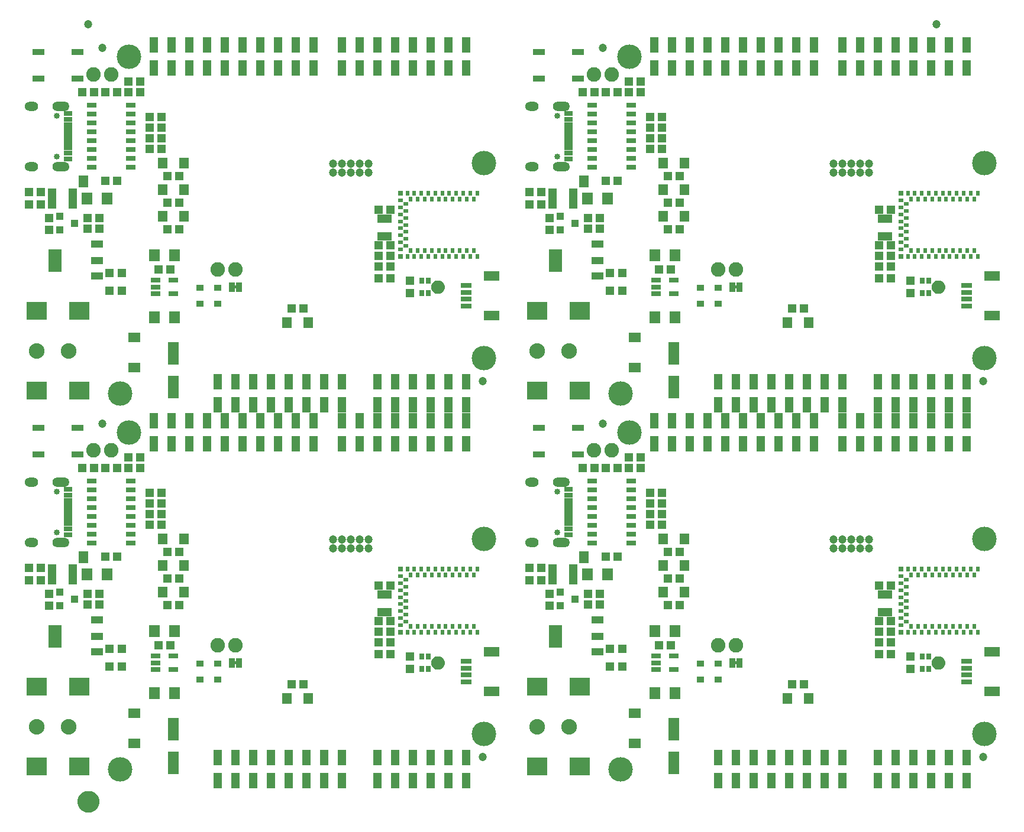
<source format=gts>
G75*
%MOIN*%
%OFA0B0*%
%FSLAX25Y25*%
%IPPOS*%
%LPD*%
%AMOC8*
5,1,8,0,0,1.08239X$1,22.5*
%
%ADD10R,0.05131X0.04737*%
%ADD11R,0.06312X0.07099*%
%ADD12R,0.06312X0.12611*%
%ADD13R,0.04737X0.05131*%
%ADD14R,0.04343X0.03950*%
%ADD15R,0.06800X0.04100*%
%ADD16R,0.07800X0.13100*%
%ADD17C,0.13800*%
%ADD18C,0.04737*%
%ADD19R,0.04737X0.08674*%
%ADD20R,0.05524X0.06312*%
%ADD21R,0.06587X0.05800*%
%ADD22R,0.11824X0.10249*%
%ADD23C,0.08800*%
%ADD24R,0.05524X0.02965*%
%ADD25R,0.08674X0.05524*%
%ADD26R,0.06115X0.03162*%
%ADD27R,0.04800X0.01981*%
%ADD28R,0.04800X0.03162*%
%ADD29R,0.04800X0.02965*%
%ADD30C,0.03359*%
%ADD31C,0.00039*%
%ADD32R,0.05524X0.03162*%
%ADD33R,0.06800X0.03800*%
%ADD34R,0.05800X0.03300*%
%ADD35R,0.04737X0.11824*%
%ADD36R,0.04068X0.03280*%
%ADD37C,0.08200*%
%ADD38R,0.03300X0.05800*%
%ADD39C,0.00500*%
%ADD40R,0.07887X0.04737*%
%ADD41R,0.02855X0.03654*%
%ADD42C,0.03950*%
%ADD43C,0.02362*%
%ADD44R,0.01587X0.02769*%
%ADD45R,0.02769X0.01587*%
%ADD46R,0.02375X0.03162*%
%ADD47R,0.03162X0.03162*%
%ADD48R,0.03162X0.02375*%
%ADD49C,0.05000*%
%ADD50C,0.06706*%
D10*
X0153087Y0176933D03*
X0159780Y0176933D03*
X0159780Y0186933D03*
X0153087Y0186933D03*
X0147280Y0211933D03*
X0147280Y0217933D03*
X0140587Y0217933D03*
X0140587Y0211933D03*
X0114280Y0225433D03*
X0107587Y0225433D03*
X0107587Y0232433D03*
X0114280Y0232433D03*
X0150587Y0238933D03*
X0157280Y0238933D03*
X0175587Y0256933D03*
X0175587Y0262933D03*
X0182280Y0262933D03*
X0182280Y0256933D03*
X0185587Y0241433D03*
X0192280Y0241433D03*
X0192280Y0226433D03*
X0185587Y0226433D03*
X0185587Y0211433D03*
X0192280Y0211433D03*
X0187280Y0188933D03*
X0180587Y0188933D03*
X0255587Y0166933D03*
X0262280Y0166933D03*
X0304587Y0183933D03*
X0311280Y0183933D03*
X0311280Y0190433D03*
X0311280Y0196433D03*
X0311280Y0202433D03*
X0304587Y0202433D03*
X0304587Y0196433D03*
X0304587Y0190433D03*
X0304587Y0222433D03*
X0311280Y0222433D03*
X0389587Y0225433D03*
X0396280Y0225433D03*
X0396280Y0232433D03*
X0389587Y0232433D03*
X0422587Y0217933D03*
X0422587Y0211933D03*
X0429280Y0211933D03*
X0429280Y0217933D03*
X0432587Y0238933D03*
X0439280Y0238933D03*
X0457587Y0256933D03*
X0457587Y0262933D03*
X0464280Y0262933D03*
X0464280Y0256933D03*
X0467587Y0241433D03*
X0474280Y0241433D03*
X0474280Y0226433D03*
X0467587Y0226433D03*
X0467587Y0211433D03*
X0474280Y0211433D03*
X0469280Y0188933D03*
X0462587Y0188933D03*
X0441780Y0186933D03*
X0435087Y0186933D03*
X0435087Y0176933D03*
X0441780Y0176933D03*
X0537587Y0166933D03*
X0544280Y0166933D03*
X0586587Y0183933D03*
X0593280Y0183933D03*
X0593280Y0190433D03*
X0593280Y0196433D03*
X0593280Y0202433D03*
X0586587Y0202433D03*
X0586587Y0196433D03*
X0586587Y0190433D03*
X0586587Y0222433D03*
X0593280Y0222433D03*
X0464280Y0268933D03*
X0464280Y0274933D03*
X0457587Y0274933D03*
X0457587Y0268933D03*
X0452280Y0288933D03*
X0452280Y0294933D03*
X0445587Y0294933D03*
X0445587Y0288933D03*
X0439280Y0288933D03*
X0432587Y0288933D03*
X0426280Y0288933D03*
X0419587Y0288933D03*
X0537587Y0378933D03*
X0544280Y0378933D03*
X0586587Y0395933D03*
X0586587Y0402433D03*
X0593280Y0402433D03*
X0593280Y0395933D03*
X0593280Y0408433D03*
X0593280Y0414433D03*
X0586587Y0414433D03*
X0586587Y0408433D03*
X0586587Y0434433D03*
X0593280Y0434433D03*
X0474280Y0438433D03*
X0467587Y0438433D03*
X0467587Y0423433D03*
X0474280Y0423433D03*
X0469280Y0400933D03*
X0462587Y0400933D03*
X0441780Y0398933D03*
X0435087Y0398933D03*
X0435087Y0388933D03*
X0441780Y0388933D03*
X0429280Y0423933D03*
X0429280Y0429933D03*
X0422587Y0429933D03*
X0422587Y0423933D03*
X0396280Y0437433D03*
X0389587Y0437433D03*
X0389587Y0444433D03*
X0396280Y0444433D03*
X0432587Y0450933D03*
X0439280Y0450933D03*
X0457587Y0468933D03*
X0457587Y0474933D03*
X0457587Y0480933D03*
X0464280Y0480933D03*
X0464280Y0474933D03*
X0464280Y0468933D03*
X0467587Y0453433D03*
X0474280Y0453433D03*
X0464280Y0486933D03*
X0457587Y0486933D03*
X0452280Y0500933D03*
X0452280Y0506933D03*
X0445587Y0506933D03*
X0445587Y0500933D03*
X0439280Y0500933D03*
X0432587Y0500933D03*
X0426280Y0500933D03*
X0419587Y0500933D03*
X0311280Y0434433D03*
X0304587Y0434433D03*
X0304587Y0414433D03*
X0304587Y0408433D03*
X0311280Y0408433D03*
X0311280Y0414433D03*
X0311280Y0402433D03*
X0311280Y0395933D03*
X0304587Y0395933D03*
X0304587Y0402433D03*
X0262280Y0378933D03*
X0255587Y0378933D03*
X0192280Y0423433D03*
X0185587Y0423433D03*
X0185587Y0438433D03*
X0192280Y0438433D03*
X0192280Y0453433D03*
X0185587Y0453433D03*
X0182280Y0468933D03*
X0182280Y0474933D03*
X0182280Y0480933D03*
X0175587Y0480933D03*
X0175587Y0474933D03*
X0175587Y0468933D03*
X0157280Y0450933D03*
X0150587Y0450933D03*
X0147280Y0429933D03*
X0147280Y0423933D03*
X0140587Y0423933D03*
X0140587Y0429933D03*
X0114280Y0437433D03*
X0107587Y0437433D03*
X0107587Y0444433D03*
X0114280Y0444433D03*
X0153087Y0398933D03*
X0159780Y0398933D03*
X0159780Y0388933D03*
X0153087Y0388933D03*
X0180587Y0400933D03*
X0187280Y0400933D03*
X0182280Y0486933D03*
X0175587Y0486933D03*
X0170280Y0500933D03*
X0170280Y0506933D03*
X0163587Y0506933D03*
X0163587Y0500933D03*
X0157280Y0500933D03*
X0150587Y0500933D03*
X0144280Y0500933D03*
X0137587Y0500933D03*
X0163587Y0294933D03*
X0163587Y0288933D03*
X0157280Y0288933D03*
X0150587Y0288933D03*
X0144280Y0288933D03*
X0137587Y0288933D03*
X0170280Y0288933D03*
X0170280Y0294933D03*
X0175587Y0274933D03*
X0175587Y0268933D03*
X0182280Y0268933D03*
X0182280Y0274933D03*
D11*
X0151445Y0228933D03*
X0140421Y0228933D03*
X0178421Y0196933D03*
X0189445Y0196933D03*
X0189445Y0161933D03*
X0178421Y0161933D03*
X0422421Y0228933D03*
X0433445Y0228933D03*
X0460421Y0196933D03*
X0471445Y0196933D03*
X0471445Y0161933D03*
X0460421Y0161933D03*
X0460421Y0373933D03*
X0471445Y0373933D03*
X0471445Y0408933D03*
X0460421Y0408933D03*
X0433445Y0440933D03*
X0422421Y0440933D03*
X0189445Y0408933D03*
X0178421Y0408933D03*
X0151445Y0440933D03*
X0140421Y0440933D03*
X0178421Y0373933D03*
X0189445Y0373933D03*
D12*
X0188933Y0353382D03*
X0188933Y0334484D03*
X0188933Y0141382D03*
X0188933Y0122484D03*
X0470933Y0122484D03*
X0470933Y0141382D03*
X0470933Y0334484D03*
X0470933Y0353382D03*
D13*
X0400933Y0423087D03*
X0400933Y0429780D03*
X0322433Y0394280D03*
X0322433Y0387587D03*
X0118933Y0423087D03*
X0118933Y0429780D03*
X0118933Y0217780D03*
X0118933Y0211087D03*
X0322433Y0182280D03*
X0322433Y0175587D03*
X0400933Y0211087D03*
X0400933Y0217780D03*
X0604433Y0182280D03*
X0604433Y0175587D03*
X0604433Y0387587D03*
X0604433Y0394280D03*
D14*
X0415264Y0426933D03*
X0406996Y0423193D03*
X0406996Y0430673D03*
X0133264Y0426933D03*
X0124996Y0423193D03*
X0124996Y0430673D03*
X0124996Y0218673D03*
X0133264Y0214933D03*
X0124996Y0211193D03*
X0406996Y0211193D03*
X0415264Y0214933D03*
X0406996Y0218673D03*
D15*
X0427823Y0202943D03*
X0427823Y0193933D03*
X0427823Y0184993D03*
X0427823Y0396993D03*
X0427823Y0405933D03*
X0427823Y0414943D03*
X0145823Y0414943D03*
X0145823Y0405933D03*
X0145823Y0396993D03*
X0145823Y0202943D03*
X0145823Y0193933D03*
X0145823Y0184993D03*
D16*
X0122433Y0193933D03*
X0404433Y0193933D03*
X0404433Y0405933D03*
X0122433Y0405933D03*
D17*
X0158933Y0330933D03*
X0163933Y0308933D03*
X0363933Y0350933D03*
X0440933Y0330933D03*
X0445933Y0308933D03*
X0363933Y0248933D03*
X0363933Y0138933D03*
X0440933Y0118933D03*
X0645933Y0138933D03*
X0645933Y0248933D03*
X0645933Y0350933D03*
X0645933Y0460933D03*
X0445933Y0520933D03*
X0363933Y0460933D03*
X0163933Y0520933D03*
X0158933Y0118933D03*
D18*
X0278933Y0243433D03*
X0283933Y0243433D03*
X0283933Y0248433D03*
X0278933Y0248433D03*
X0288933Y0248433D03*
X0288933Y0243433D03*
X0293933Y0243433D03*
X0298933Y0243433D03*
X0298933Y0248433D03*
X0293933Y0248433D03*
X0363433Y0337933D03*
X0430933Y0313933D03*
X0560933Y0248433D03*
X0560933Y0243433D03*
X0565933Y0243433D03*
X0565933Y0248433D03*
X0570933Y0248433D03*
X0570933Y0243433D03*
X0575933Y0243433D03*
X0575933Y0248433D03*
X0580933Y0248433D03*
X0580933Y0243433D03*
X0645433Y0337933D03*
X0580933Y0455433D03*
X0575933Y0455433D03*
X0570933Y0455433D03*
X0565933Y0455433D03*
X0560933Y0455433D03*
X0560933Y0460433D03*
X0565933Y0460433D03*
X0570933Y0460433D03*
X0575933Y0460433D03*
X0580933Y0460433D03*
X0618933Y0539183D03*
X0430933Y0525933D03*
X0298933Y0460433D03*
X0293933Y0460433D03*
X0293933Y0455433D03*
X0288933Y0455433D03*
X0283933Y0455433D03*
X0278933Y0455433D03*
X0278933Y0460433D03*
X0283933Y0460433D03*
X0288933Y0460433D03*
X0298933Y0455433D03*
X0148933Y0525933D03*
X0140933Y0539183D03*
X0148933Y0313933D03*
X0363433Y0125933D03*
X0645433Y0125933D03*
D19*
X0635933Y0125429D03*
X0625933Y0125429D03*
X0615933Y0125429D03*
X0605933Y0125429D03*
X0595933Y0125429D03*
X0585933Y0125429D03*
X0585933Y0112437D03*
X0595933Y0112437D03*
X0605933Y0112437D03*
X0615933Y0112437D03*
X0625933Y0112437D03*
X0635933Y0112437D03*
X0565933Y0112437D03*
X0555933Y0112437D03*
X0545933Y0112437D03*
X0535933Y0112437D03*
X0525933Y0112437D03*
X0515933Y0112437D03*
X0505933Y0112437D03*
X0495933Y0112437D03*
X0495933Y0125429D03*
X0505933Y0125429D03*
X0515933Y0125429D03*
X0525933Y0125429D03*
X0535933Y0125429D03*
X0545933Y0125429D03*
X0555933Y0125429D03*
X0565933Y0125429D03*
X0353933Y0125429D03*
X0343933Y0125429D03*
X0333933Y0125429D03*
X0323933Y0125429D03*
X0313933Y0125429D03*
X0303933Y0125429D03*
X0303933Y0112437D03*
X0313933Y0112437D03*
X0323933Y0112437D03*
X0333933Y0112437D03*
X0343933Y0112437D03*
X0353933Y0112437D03*
X0283933Y0112437D03*
X0273933Y0112437D03*
X0263933Y0112437D03*
X0253933Y0112437D03*
X0243933Y0112437D03*
X0233933Y0112437D03*
X0223933Y0112437D03*
X0213933Y0112437D03*
X0213933Y0125429D03*
X0223933Y0125429D03*
X0233933Y0125429D03*
X0243933Y0125429D03*
X0253933Y0125429D03*
X0263933Y0125429D03*
X0273933Y0125429D03*
X0283933Y0125429D03*
X0283933Y0302437D03*
X0293933Y0302437D03*
X0303933Y0302437D03*
X0313933Y0302437D03*
X0323933Y0302437D03*
X0333933Y0302437D03*
X0343933Y0302437D03*
X0353933Y0302437D03*
X0353933Y0315429D03*
X0353933Y0324437D03*
X0343933Y0324437D03*
X0343933Y0315429D03*
X0333933Y0315429D03*
X0333933Y0324437D03*
X0323933Y0324437D03*
X0323933Y0315429D03*
X0313933Y0315429D03*
X0313933Y0324437D03*
X0303933Y0324437D03*
X0303933Y0315429D03*
X0293933Y0315429D03*
X0283933Y0315429D03*
X0283933Y0324437D03*
X0273933Y0324437D03*
X0263933Y0324437D03*
X0267933Y0315429D03*
X0257933Y0315429D03*
X0253933Y0324437D03*
X0247933Y0315429D03*
X0243933Y0324437D03*
X0233933Y0324437D03*
X0237933Y0315429D03*
X0227933Y0315429D03*
X0223933Y0324437D03*
X0217933Y0315429D03*
X0213933Y0324437D03*
X0207933Y0315429D03*
X0197933Y0315429D03*
X0187933Y0315429D03*
X0177933Y0315429D03*
X0177933Y0302437D03*
X0187933Y0302437D03*
X0197933Y0302437D03*
X0207933Y0302437D03*
X0217933Y0302437D03*
X0227933Y0302437D03*
X0237933Y0302437D03*
X0247933Y0302437D03*
X0257933Y0302437D03*
X0267933Y0302437D03*
X0263933Y0337429D03*
X0253933Y0337429D03*
X0243933Y0337429D03*
X0233933Y0337429D03*
X0223933Y0337429D03*
X0213933Y0337429D03*
X0273933Y0337429D03*
X0283933Y0337429D03*
X0303933Y0337429D03*
X0313933Y0337429D03*
X0323933Y0337429D03*
X0333933Y0337429D03*
X0343933Y0337429D03*
X0353933Y0337429D03*
X0459933Y0315429D03*
X0469933Y0315429D03*
X0479933Y0315429D03*
X0489933Y0315429D03*
X0495933Y0324437D03*
X0499933Y0315429D03*
X0509933Y0315429D03*
X0505933Y0324437D03*
X0515933Y0324437D03*
X0519933Y0315429D03*
X0529933Y0315429D03*
X0525933Y0324437D03*
X0535933Y0324437D03*
X0539933Y0315429D03*
X0549933Y0315429D03*
X0545933Y0324437D03*
X0555933Y0324437D03*
X0565933Y0324437D03*
X0565933Y0315429D03*
X0575933Y0315429D03*
X0585933Y0315429D03*
X0585933Y0324437D03*
X0595933Y0324437D03*
X0595933Y0315429D03*
X0605933Y0315429D03*
X0605933Y0324437D03*
X0615933Y0324437D03*
X0615933Y0315429D03*
X0625933Y0315429D03*
X0625933Y0324437D03*
X0635933Y0324437D03*
X0635933Y0315429D03*
X0635933Y0302437D03*
X0625933Y0302437D03*
X0615933Y0302437D03*
X0605933Y0302437D03*
X0595933Y0302437D03*
X0585933Y0302437D03*
X0575933Y0302437D03*
X0565933Y0302437D03*
X0549933Y0302437D03*
X0539933Y0302437D03*
X0529933Y0302437D03*
X0519933Y0302437D03*
X0509933Y0302437D03*
X0499933Y0302437D03*
X0489933Y0302437D03*
X0479933Y0302437D03*
X0469933Y0302437D03*
X0459933Y0302437D03*
X0495933Y0337429D03*
X0505933Y0337429D03*
X0515933Y0337429D03*
X0525933Y0337429D03*
X0535933Y0337429D03*
X0545933Y0337429D03*
X0555933Y0337429D03*
X0565933Y0337429D03*
X0585933Y0337429D03*
X0595933Y0337429D03*
X0605933Y0337429D03*
X0615933Y0337429D03*
X0625933Y0337429D03*
X0635933Y0337429D03*
X0635933Y0514437D03*
X0625933Y0514437D03*
X0615933Y0514437D03*
X0605933Y0514437D03*
X0595933Y0514437D03*
X0585933Y0514437D03*
X0575933Y0514437D03*
X0565933Y0514437D03*
X0549933Y0514437D03*
X0539933Y0514437D03*
X0529933Y0514437D03*
X0519933Y0514437D03*
X0509933Y0514437D03*
X0499933Y0514437D03*
X0489933Y0514437D03*
X0479933Y0514437D03*
X0469933Y0514437D03*
X0459933Y0514437D03*
X0459933Y0527429D03*
X0469933Y0527429D03*
X0479933Y0527429D03*
X0489933Y0527429D03*
X0499933Y0527429D03*
X0509933Y0527429D03*
X0519933Y0527429D03*
X0529933Y0527429D03*
X0539933Y0527429D03*
X0549933Y0527429D03*
X0565933Y0527429D03*
X0575933Y0527429D03*
X0585933Y0527429D03*
X0595933Y0527429D03*
X0605933Y0527429D03*
X0615933Y0527429D03*
X0625933Y0527429D03*
X0635933Y0527429D03*
X0353933Y0527429D03*
X0343933Y0527429D03*
X0333933Y0527429D03*
X0323933Y0527429D03*
X0313933Y0527429D03*
X0303933Y0527429D03*
X0293933Y0527429D03*
X0283933Y0527429D03*
X0267933Y0527429D03*
X0257933Y0527429D03*
X0247933Y0527429D03*
X0237933Y0527429D03*
X0227933Y0527429D03*
X0217933Y0527429D03*
X0207933Y0527429D03*
X0197933Y0527429D03*
X0187933Y0527429D03*
X0177933Y0527429D03*
X0177933Y0514437D03*
X0187933Y0514437D03*
X0197933Y0514437D03*
X0207933Y0514437D03*
X0217933Y0514437D03*
X0227933Y0514437D03*
X0237933Y0514437D03*
X0247933Y0514437D03*
X0257933Y0514437D03*
X0267933Y0514437D03*
X0283933Y0514437D03*
X0293933Y0514437D03*
X0303933Y0514437D03*
X0313933Y0514437D03*
X0323933Y0514437D03*
X0333933Y0514437D03*
X0343933Y0514437D03*
X0353933Y0514437D03*
D20*
X0465028Y0460933D03*
X0476839Y0460933D03*
X0476839Y0445933D03*
X0465028Y0445933D03*
X0465028Y0430933D03*
X0476839Y0430933D03*
X0535028Y0370933D03*
X0546839Y0370933D03*
X0476839Y0248933D03*
X0465028Y0248933D03*
X0465028Y0233933D03*
X0476839Y0233933D03*
X0476839Y0218933D03*
X0465028Y0218933D03*
X0535028Y0158933D03*
X0546839Y0158933D03*
X0264839Y0158933D03*
X0253028Y0158933D03*
X0194839Y0218933D03*
X0183028Y0218933D03*
X0183028Y0233933D03*
X0194839Y0233933D03*
X0194839Y0248933D03*
X0183028Y0248933D03*
X0253028Y0370933D03*
X0264839Y0370933D03*
X0194839Y0430933D03*
X0183028Y0430933D03*
X0183028Y0445933D03*
X0194839Y0445933D03*
X0194839Y0460933D03*
X0183028Y0460933D03*
D21*
X0166933Y0362398D03*
X0166933Y0345469D03*
X0166933Y0150398D03*
X0166933Y0133469D03*
X0448933Y0133469D03*
X0448933Y0150398D03*
X0448933Y0345469D03*
X0448933Y0362398D03*
D22*
X0417949Y0377374D03*
X0393933Y0377374D03*
X0393933Y0332492D03*
X0417949Y0332492D03*
X0417949Y0165374D03*
X0393933Y0165374D03*
X0393933Y0120492D03*
X0417949Y0120492D03*
X0135949Y0120492D03*
X0111933Y0120492D03*
X0111933Y0165374D03*
X0135949Y0165374D03*
X0135949Y0332492D03*
X0111933Y0332492D03*
X0111933Y0377374D03*
X0135949Y0377374D03*
D23*
X0129933Y0354933D03*
X0111933Y0354933D03*
X0393933Y0354933D03*
X0411933Y0354933D03*
X0411933Y0142933D03*
X0393933Y0142933D03*
X0129933Y0142933D03*
X0111933Y0142933D03*
D24*
X0178815Y0175193D03*
X0178815Y0178933D03*
X0178815Y0182673D03*
X0189052Y0182673D03*
X0189052Y0175193D03*
X0460815Y0175193D03*
X0460815Y0178933D03*
X0460815Y0182673D03*
X0471052Y0182673D03*
X0471052Y0175193D03*
X0471052Y0387193D03*
X0471052Y0394673D03*
X0460815Y0394673D03*
X0460815Y0390933D03*
X0460815Y0387193D03*
X0189052Y0387193D03*
X0189052Y0394673D03*
X0178815Y0394673D03*
X0178815Y0390933D03*
X0178815Y0387193D03*
D25*
X0368402Y0396957D03*
X0368402Y0374909D03*
X0368402Y0184957D03*
X0368402Y0162909D03*
X0650402Y0162909D03*
X0650402Y0184957D03*
X0650402Y0374909D03*
X0650402Y0396957D03*
D26*
X0635933Y0391839D03*
X0635933Y0387902D03*
X0635933Y0383965D03*
X0635933Y0380028D03*
X0635933Y0179839D03*
X0635933Y0175902D03*
X0635933Y0171965D03*
X0635933Y0168028D03*
X0353933Y0168028D03*
X0353933Y0171965D03*
X0353933Y0175902D03*
X0353933Y0179839D03*
X0353933Y0380028D03*
X0353933Y0383965D03*
X0353933Y0387902D03*
X0353933Y0391839D03*
D27*
X0411539Y0469043D03*
X0411539Y0471012D03*
X0411539Y0472980D03*
X0411539Y0474949D03*
X0411539Y0476917D03*
X0411539Y0478886D03*
X0411539Y0480854D03*
X0411539Y0482823D03*
X0129539Y0482823D03*
X0129539Y0480854D03*
X0129539Y0478886D03*
X0129539Y0476917D03*
X0129539Y0474949D03*
X0129539Y0472980D03*
X0129539Y0471012D03*
X0129539Y0469043D03*
X0129539Y0270823D03*
X0129539Y0268854D03*
X0129539Y0266886D03*
X0129539Y0264917D03*
X0129539Y0262949D03*
X0129539Y0260980D03*
X0129539Y0259012D03*
X0129539Y0257043D03*
X0411539Y0257043D03*
X0411539Y0259012D03*
X0411539Y0260980D03*
X0411539Y0262949D03*
X0411539Y0264917D03*
X0411539Y0266886D03*
X0411539Y0268854D03*
X0411539Y0270823D03*
D28*
X0411539Y0276630D03*
X0411539Y0251236D03*
X0129539Y0251236D03*
X0129539Y0276630D03*
X0129539Y0463236D03*
X0129539Y0488630D03*
X0411539Y0488630D03*
X0411539Y0463236D03*
D29*
X0411539Y0466287D03*
X0411539Y0485579D03*
X0129539Y0485579D03*
X0129539Y0466287D03*
X0129539Y0273579D03*
X0129539Y0254287D03*
X0411539Y0254287D03*
X0411539Y0273579D03*
D30*
X0405244Y0275311D03*
X0405244Y0252555D03*
X0123244Y0252555D03*
X0123244Y0275311D03*
X0123244Y0464555D03*
X0123244Y0487311D03*
X0405244Y0487311D03*
X0405244Y0464555D03*
D31*
X0404949Y0461287D02*
X0404450Y0461207D01*
X0403982Y0461017D01*
X0403567Y0460728D01*
X0403227Y0460354D01*
X0402979Y0459914D01*
X0402836Y0459429D01*
X0402803Y0458925D01*
X0402836Y0458421D01*
X0402979Y0457937D01*
X0403227Y0457496D01*
X0403567Y0457122D01*
X0403982Y0456833D01*
X0404450Y0456644D01*
X0404949Y0456563D01*
X0409673Y0456563D01*
X0410115Y0456624D01*
X0410537Y0456770D01*
X0410921Y0456995D01*
X0411255Y0457292D01*
X0411524Y0457647D01*
X0411719Y0458048D01*
X0402946Y0458048D01*
X0402935Y0458086D02*
X0411729Y0458086D01*
X0411719Y0458048D02*
X0411832Y0458480D01*
X0411858Y0458925D01*
X0411832Y0459370D01*
X0411719Y0459802D01*
X0411524Y0460203D01*
X0411255Y0460559D01*
X0410921Y0460855D01*
X0410537Y0461080D01*
X0410115Y0461226D01*
X0409673Y0461287D01*
X0404949Y0461287D01*
X0404828Y0461268D02*
X0409814Y0461268D01*
X0410089Y0461230D02*
X0404594Y0461230D01*
X0404414Y0461192D02*
X0410214Y0461192D01*
X0410323Y0461154D02*
X0404320Y0461154D01*
X0404227Y0461116D02*
X0410433Y0461116D01*
X0410540Y0461079D02*
X0404133Y0461079D01*
X0404040Y0461041D02*
X0410604Y0461041D01*
X0410669Y0461003D02*
X0403961Y0461003D01*
X0403907Y0460965D02*
X0410734Y0460965D01*
X0410798Y0460927D02*
X0403852Y0460927D01*
X0403798Y0460889D02*
X0410863Y0460889D01*
X0410926Y0460851D02*
X0403744Y0460851D01*
X0403689Y0460813D02*
X0410968Y0460813D01*
X0411011Y0460775D02*
X0403635Y0460775D01*
X0403581Y0460738D02*
X0411054Y0460738D01*
X0411096Y0460700D02*
X0403541Y0460700D01*
X0403507Y0460662D02*
X0411139Y0460662D01*
X0411182Y0460624D02*
X0403472Y0460624D01*
X0403438Y0460586D02*
X0411224Y0460586D01*
X0411263Y0460548D02*
X0403404Y0460548D01*
X0403369Y0460510D02*
X0411292Y0460510D01*
X0411320Y0460472D02*
X0403335Y0460472D01*
X0403300Y0460435D02*
X0411349Y0460435D01*
X0411378Y0460397D02*
X0403266Y0460397D01*
X0403232Y0460359D02*
X0411407Y0460359D01*
X0411435Y0460321D02*
X0403209Y0460321D01*
X0403187Y0460283D02*
X0411464Y0460283D01*
X0411493Y0460245D02*
X0403166Y0460245D01*
X0403145Y0460207D02*
X0411521Y0460207D01*
X0411541Y0460169D02*
X0403123Y0460169D01*
X0403102Y0460132D02*
X0411559Y0460132D01*
X0411578Y0460094D02*
X0403081Y0460094D01*
X0403059Y0460056D02*
X0411596Y0460056D01*
X0411614Y0460018D02*
X0403038Y0460018D01*
X0403017Y0459980D02*
X0411633Y0459980D01*
X0411651Y0459942D02*
X0402995Y0459942D01*
X0402977Y0459904D02*
X0411669Y0459904D01*
X0411688Y0459866D02*
X0402965Y0459866D01*
X0402954Y0459828D02*
X0411706Y0459828D01*
X0411722Y0459791D02*
X0402943Y0459791D01*
X0402932Y0459753D02*
X0411732Y0459753D01*
X0411742Y0459715D02*
X0402920Y0459715D01*
X0402909Y0459677D02*
X0411752Y0459677D01*
X0411762Y0459639D02*
X0402898Y0459639D01*
X0402887Y0459601D02*
X0411772Y0459601D01*
X0411781Y0459563D02*
X0402875Y0459563D01*
X0402864Y0459525D02*
X0411791Y0459525D01*
X0411801Y0459488D02*
X0402853Y0459488D01*
X0402842Y0459450D02*
X0411811Y0459450D01*
X0411821Y0459412D02*
X0402834Y0459412D01*
X0402832Y0459374D02*
X0411831Y0459374D01*
X0411834Y0459336D02*
X0402830Y0459336D01*
X0402827Y0459298D02*
X0411836Y0459298D01*
X0411838Y0459260D02*
X0402825Y0459260D01*
X0402822Y0459222D02*
X0411841Y0459222D01*
X0411843Y0459184D02*
X0402820Y0459184D01*
X0402817Y0459147D02*
X0411845Y0459147D01*
X0411847Y0459109D02*
X0402815Y0459109D01*
X0402813Y0459071D02*
X0411850Y0459071D01*
X0411852Y0459033D02*
X0402810Y0459033D01*
X0402808Y0458995D02*
X0411854Y0458995D01*
X0411856Y0458957D02*
X0402805Y0458957D01*
X0402804Y0458919D02*
X0411858Y0458919D01*
X0411856Y0458881D02*
X0402806Y0458881D01*
X0402808Y0458844D02*
X0411853Y0458844D01*
X0411851Y0458806D02*
X0402811Y0458806D01*
X0402813Y0458768D02*
X0411849Y0458768D01*
X0411847Y0458730D02*
X0402816Y0458730D01*
X0402818Y0458692D02*
X0411844Y0458692D01*
X0411842Y0458654D02*
X0402821Y0458654D01*
X0402823Y0458616D02*
X0411840Y0458616D01*
X0411838Y0458578D02*
X0402825Y0458578D01*
X0402828Y0458540D02*
X0411835Y0458540D01*
X0411833Y0458503D02*
X0402830Y0458503D01*
X0402833Y0458465D02*
X0411828Y0458465D01*
X0411818Y0458427D02*
X0402835Y0458427D01*
X0402845Y0458389D02*
X0411808Y0458389D01*
X0411798Y0458351D02*
X0402856Y0458351D01*
X0402868Y0458313D02*
X0411788Y0458313D01*
X0411778Y0458275D02*
X0402879Y0458275D01*
X0402890Y0458237D02*
X0411769Y0458237D01*
X0411759Y0458200D02*
X0402901Y0458200D01*
X0402913Y0458162D02*
X0411749Y0458162D01*
X0411739Y0458124D02*
X0402924Y0458124D01*
X0402958Y0458010D02*
X0411701Y0458010D01*
X0411682Y0457972D02*
X0402969Y0457972D01*
X0402981Y0457934D02*
X0411664Y0457934D01*
X0411645Y0457897D02*
X0403002Y0457897D01*
X0403023Y0457859D02*
X0411627Y0457859D01*
X0411609Y0457821D02*
X0403045Y0457821D01*
X0403066Y0457783D02*
X0411590Y0457783D01*
X0411572Y0457745D02*
X0403087Y0457745D01*
X0403109Y0457707D02*
X0411553Y0457707D01*
X0411535Y0457669D02*
X0403130Y0457669D01*
X0403151Y0457631D02*
X0411512Y0457631D01*
X0411484Y0457593D02*
X0403173Y0457593D01*
X0403194Y0457556D02*
X0411455Y0457556D01*
X0411426Y0457518D02*
X0403215Y0457518D01*
X0403242Y0457480D02*
X0411398Y0457480D01*
X0411369Y0457442D02*
X0403277Y0457442D01*
X0403311Y0457404D02*
X0411340Y0457404D01*
X0411312Y0457366D02*
X0403346Y0457366D01*
X0403380Y0457328D02*
X0411283Y0457328D01*
X0411254Y0457290D02*
X0403414Y0457290D01*
X0403449Y0457253D02*
X0411211Y0457253D01*
X0411168Y0457215D02*
X0403483Y0457215D01*
X0403518Y0457177D02*
X0411126Y0457177D01*
X0411083Y0457139D02*
X0403552Y0457139D01*
X0403598Y0457101D02*
X0411040Y0457101D01*
X0410998Y0457063D02*
X0403652Y0457063D01*
X0403706Y0457025D02*
X0410955Y0457025D01*
X0410908Y0456987D02*
X0403761Y0456987D01*
X0403815Y0456949D02*
X0410843Y0456949D01*
X0410778Y0456912D02*
X0403869Y0456912D01*
X0403923Y0456874D02*
X0410714Y0456874D01*
X0410649Y0456836D02*
X0403978Y0456836D01*
X0404069Y0456798D02*
X0410584Y0456798D01*
X0410508Y0456760D02*
X0404162Y0456760D01*
X0404256Y0456722D02*
X0410399Y0456722D01*
X0410289Y0456684D02*
X0404349Y0456684D01*
X0404443Y0456646D02*
X0410180Y0456646D01*
X0410003Y0456609D02*
X0404667Y0456609D01*
X0404901Y0456571D02*
X0409729Y0456571D01*
X0394370Y0458463D02*
X0394233Y0458018D01*
X0394012Y0457609D01*
X0393716Y0457251D01*
X0393355Y0456957D01*
X0392944Y0456740D01*
X0392498Y0456607D01*
X0392035Y0456563D01*
X0389673Y0456563D01*
X0389214Y0456610D01*
X0388774Y0456746D01*
X0388368Y0456965D01*
X0388013Y0457259D01*
X0387722Y0457617D01*
X0387506Y0458024D01*
X0387374Y0458466D01*
X0387331Y0458925D01*
X0387387Y0459449D01*
X0387559Y0459947D01*
X0387838Y0460394D01*
X0388209Y0460768D01*
X0388654Y0461050D01*
X0389150Y0461226D01*
X0389673Y0461287D01*
X0392035Y0461287D01*
X0392564Y0461230D01*
X0389183Y0461230D01*
X0389054Y0461192D02*
X0392673Y0461192D01*
X0392564Y0461230D02*
X0393066Y0461057D01*
X0393517Y0460776D01*
X0393894Y0460402D01*
X0394178Y0459953D01*
X0394356Y0459453D01*
X0394417Y0458925D01*
X0394370Y0458463D01*
X0394370Y0458465D02*
X0387374Y0458465D01*
X0387371Y0458503D02*
X0394374Y0458503D01*
X0394378Y0458540D02*
X0387367Y0458540D01*
X0387363Y0458578D02*
X0394382Y0458578D01*
X0394386Y0458616D02*
X0387360Y0458616D01*
X0387356Y0458654D02*
X0394389Y0458654D01*
X0394393Y0458692D02*
X0387353Y0458692D01*
X0387349Y0458730D02*
X0394397Y0458730D01*
X0394401Y0458768D02*
X0387346Y0458768D01*
X0387342Y0458806D02*
X0394405Y0458806D01*
X0394409Y0458844D02*
X0387338Y0458844D01*
X0387335Y0458881D02*
X0394413Y0458881D01*
X0394417Y0458919D02*
X0387331Y0458919D01*
X0387334Y0458957D02*
X0394414Y0458957D01*
X0394409Y0458995D02*
X0387338Y0458995D01*
X0387342Y0459033D02*
X0394405Y0459033D01*
X0394400Y0459071D02*
X0387346Y0459071D01*
X0387351Y0459109D02*
X0394396Y0459109D01*
X0394391Y0459147D02*
X0387355Y0459147D01*
X0387359Y0459184D02*
X0394387Y0459184D01*
X0394383Y0459222D02*
X0387363Y0459222D01*
X0387367Y0459260D02*
X0394378Y0459260D01*
X0394374Y0459298D02*
X0387371Y0459298D01*
X0387375Y0459336D02*
X0394369Y0459336D01*
X0394365Y0459374D02*
X0387379Y0459374D01*
X0387383Y0459412D02*
X0394360Y0459412D01*
X0394356Y0459450D02*
X0387388Y0459450D01*
X0387401Y0459488D02*
X0394343Y0459488D01*
X0394330Y0459525D02*
X0387414Y0459525D01*
X0387427Y0459563D02*
X0394316Y0459563D01*
X0394303Y0459601D02*
X0387440Y0459601D01*
X0387453Y0459639D02*
X0394290Y0459639D01*
X0394276Y0459677D02*
X0387466Y0459677D01*
X0387479Y0459715D02*
X0394263Y0459715D01*
X0394249Y0459753D02*
X0387492Y0459753D01*
X0387505Y0459791D02*
X0394236Y0459791D01*
X0394222Y0459828D02*
X0387519Y0459828D01*
X0387532Y0459866D02*
X0394209Y0459866D01*
X0394196Y0459904D02*
X0387545Y0459904D01*
X0387558Y0459942D02*
X0394182Y0459942D01*
X0394161Y0459980D02*
X0387580Y0459980D01*
X0387604Y0460018D02*
X0394137Y0460018D01*
X0394113Y0460056D02*
X0387627Y0460056D01*
X0387651Y0460094D02*
X0394089Y0460094D01*
X0394065Y0460132D02*
X0387674Y0460132D01*
X0387698Y0460169D02*
X0394041Y0460169D01*
X0394017Y0460207D02*
X0387722Y0460207D01*
X0387745Y0460245D02*
X0393993Y0460245D01*
X0393969Y0460283D02*
X0387769Y0460283D01*
X0387792Y0460321D02*
X0393945Y0460321D01*
X0393921Y0460359D02*
X0387816Y0460359D01*
X0387840Y0460397D02*
X0393897Y0460397D01*
X0393861Y0460435D02*
X0387878Y0460435D01*
X0387916Y0460472D02*
X0393823Y0460472D01*
X0393784Y0460510D02*
X0387953Y0460510D01*
X0387991Y0460548D02*
X0393746Y0460548D01*
X0393708Y0460586D02*
X0388028Y0460586D01*
X0388066Y0460624D02*
X0393670Y0460624D01*
X0393632Y0460662D02*
X0388103Y0460662D01*
X0388141Y0460700D02*
X0393593Y0460700D01*
X0393555Y0460738D02*
X0388179Y0460738D01*
X0388220Y0460775D02*
X0393517Y0460775D01*
X0393457Y0460813D02*
X0388280Y0460813D01*
X0388340Y0460851D02*
X0393396Y0460851D01*
X0393335Y0460889D02*
X0388400Y0460889D01*
X0388459Y0460927D02*
X0393274Y0460927D01*
X0393213Y0460965D02*
X0388519Y0460965D01*
X0388579Y0461003D02*
X0393152Y0461003D01*
X0393091Y0461041D02*
X0388639Y0461041D01*
X0388734Y0461079D02*
X0393003Y0461079D01*
X0392893Y0461116D02*
X0388840Y0461116D01*
X0388947Y0461154D02*
X0392783Y0461154D01*
X0392215Y0461268D02*
X0389507Y0461268D01*
X0387386Y0458427D02*
X0394359Y0458427D01*
X0394347Y0458389D02*
X0387397Y0458389D01*
X0387408Y0458351D02*
X0394335Y0458351D01*
X0394324Y0458313D02*
X0387420Y0458313D01*
X0387431Y0458275D02*
X0394312Y0458275D01*
X0394300Y0458237D02*
X0387442Y0458237D01*
X0387454Y0458200D02*
X0394289Y0458200D01*
X0394277Y0458162D02*
X0387465Y0458162D01*
X0387476Y0458124D02*
X0394266Y0458124D01*
X0394254Y0458086D02*
X0387488Y0458086D01*
X0387499Y0458048D02*
X0394242Y0458048D01*
X0394229Y0458010D02*
X0387513Y0458010D01*
X0387534Y0457972D02*
X0394208Y0457972D01*
X0394188Y0457934D02*
X0387554Y0457934D01*
X0387574Y0457897D02*
X0394167Y0457897D01*
X0394147Y0457859D02*
X0387594Y0457859D01*
X0387614Y0457821D02*
X0394126Y0457821D01*
X0394106Y0457783D02*
X0387634Y0457783D01*
X0387654Y0457745D02*
X0394085Y0457745D01*
X0394065Y0457707D02*
X0387674Y0457707D01*
X0387694Y0457669D02*
X0394045Y0457669D01*
X0394024Y0457631D02*
X0387714Y0457631D01*
X0387741Y0457593D02*
X0393999Y0457593D01*
X0393968Y0457556D02*
X0387771Y0457556D01*
X0387802Y0457518D02*
X0393937Y0457518D01*
X0393905Y0457480D02*
X0387833Y0457480D01*
X0387864Y0457442D02*
X0393874Y0457442D01*
X0393842Y0457404D02*
X0387895Y0457404D01*
X0387925Y0457366D02*
X0393811Y0457366D01*
X0393780Y0457328D02*
X0387956Y0457328D01*
X0387987Y0457290D02*
X0393748Y0457290D01*
X0393717Y0457253D02*
X0388020Y0457253D01*
X0388066Y0457215D02*
X0393671Y0457215D01*
X0393625Y0457177D02*
X0388112Y0457177D01*
X0388158Y0457139D02*
X0393578Y0457139D01*
X0393532Y0457101D02*
X0388204Y0457101D01*
X0388249Y0457063D02*
X0393485Y0457063D01*
X0393438Y0457025D02*
X0388295Y0457025D01*
X0388341Y0456987D02*
X0393392Y0456987D01*
X0393340Y0456949D02*
X0388397Y0456949D01*
X0388467Y0456912D02*
X0393269Y0456912D01*
X0393197Y0456874D02*
X0388537Y0456874D01*
X0388607Y0456836D02*
X0393125Y0456836D01*
X0393054Y0456798D02*
X0388677Y0456798D01*
X0388747Y0456760D02*
X0392982Y0456760D01*
X0392885Y0456722D02*
X0388851Y0456722D01*
X0388974Y0456684D02*
X0392758Y0456684D01*
X0392631Y0456646D02*
X0389097Y0456646D01*
X0389230Y0456609D02*
X0392505Y0456609D01*
X0392117Y0456571D02*
X0389599Y0456571D01*
X0389673Y0490579D02*
X0389214Y0490626D01*
X0392511Y0490626D01*
X0392498Y0490622D02*
X0392035Y0490579D01*
X0389673Y0490579D01*
X0389582Y0490588D02*
X0392135Y0490588D01*
X0392498Y0490622D02*
X0392944Y0490756D01*
X0393355Y0490973D01*
X0393716Y0491267D01*
X0394012Y0491625D01*
X0394233Y0492034D01*
X0394370Y0492478D01*
X0394417Y0492941D01*
X0394356Y0493469D01*
X0394178Y0493969D01*
X0393894Y0494418D01*
X0393517Y0494792D01*
X0393066Y0495073D01*
X0392564Y0495246D01*
X0392035Y0495303D01*
X0389673Y0495303D01*
X0389150Y0495242D01*
X0388654Y0495066D01*
X0388209Y0494784D01*
X0387838Y0494410D01*
X0387559Y0493963D01*
X0387387Y0493465D01*
X0387331Y0492941D01*
X0387374Y0492482D01*
X0387506Y0492040D01*
X0387722Y0491632D01*
X0388013Y0491275D01*
X0388368Y0490981D01*
X0388774Y0490762D01*
X0389214Y0490626D01*
X0389091Y0490664D02*
X0392637Y0490664D01*
X0392764Y0490702D02*
X0388968Y0490702D01*
X0388845Y0490740D02*
X0392891Y0490740D01*
X0392986Y0490778D02*
X0388744Y0490778D01*
X0388674Y0490815D02*
X0393057Y0490815D01*
X0393129Y0490853D02*
X0388604Y0490853D01*
X0388534Y0490891D02*
X0393200Y0490891D01*
X0393272Y0490929D02*
X0388463Y0490929D01*
X0388393Y0490967D02*
X0393343Y0490967D01*
X0393394Y0491005D02*
X0388339Y0491005D01*
X0388293Y0491043D02*
X0393441Y0491043D01*
X0393487Y0491081D02*
X0388247Y0491081D01*
X0388201Y0491118D02*
X0393534Y0491118D01*
X0393580Y0491156D02*
X0388156Y0491156D01*
X0388110Y0491194D02*
X0393627Y0491194D01*
X0393673Y0491232D02*
X0388064Y0491232D01*
X0388018Y0491270D02*
X0393719Y0491270D01*
X0393750Y0491308D02*
X0387986Y0491308D01*
X0387955Y0491346D02*
X0393781Y0491346D01*
X0393813Y0491384D02*
X0387924Y0491384D01*
X0387893Y0491422D02*
X0393844Y0491422D01*
X0393875Y0491459D02*
X0387862Y0491459D01*
X0387832Y0491497D02*
X0393907Y0491497D01*
X0393938Y0491535D02*
X0387801Y0491535D01*
X0387770Y0491573D02*
X0393969Y0491573D01*
X0394001Y0491611D02*
X0387739Y0491611D01*
X0387713Y0491649D02*
X0394025Y0491649D01*
X0394046Y0491687D02*
X0387693Y0491687D01*
X0387673Y0491725D02*
X0394066Y0491725D01*
X0394086Y0491762D02*
X0387653Y0491762D01*
X0387633Y0491800D02*
X0394107Y0491800D01*
X0394127Y0491838D02*
X0387613Y0491838D01*
X0387593Y0491876D02*
X0394148Y0491876D01*
X0394168Y0491914D02*
X0387573Y0491914D01*
X0387553Y0491952D02*
X0394189Y0491952D01*
X0394209Y0491990D02*
X0387533Y0491990D01*
X0387513Y0492028D02*
X0394230Y0492028D01*
X0394243Y0492066D02*
X0387498Y0492066D01*
X0387487Y0492103D02*
X0394254Y0492103D01*
X0394266Y0492141D02*
X0387476Y0492141D01*
X0387464Y0492179D02*
X0394278Y0492179D01*
X0394289Y0492217D02*
X0387453Y0492217D01*
X0387442Y0492255D02*
X0394301Y0492255D01*
X0394313Y0492293D02*
X0387430Y0492293D01*
X0387419Y0492331D02*
X0394324Y0492331D01*
X0394336Y0492369D02*
X0387408Y0492369D01*
X0387397Y0492406D02*
X0394348Y0492406D01*
X0394359Y0492444D02*
X0387385Y0492444D01*
X0387374Y0492482D02*
X0394370Y0492482D01*
X0394374Y0492520D02*
X0387370Y0492520D01*
X0387367Y0492558D02*
X0394378Y0492558D01*
X0394382Y0492596D02*
X0387363Y0492596D01*
X0387360Y0492634D02*
X0394386Y0492634D01*
X0394390Y0492672D02*
X0387356Y0492672D01*
X0387353Y0492710D02*
X0394394Y0492710D01*
X0394397Y0492747D02*
X0387349Y0492747D01*
X0387345Y0492785D02*
X0394401Y0492785D01*
X0394405Y0492823D02*
X0387342Y0492823D01*
X0387338Y0492861D02*
X0394409Y0492861D01*
X0394413Y0492899D02*
X0387335Y0492899D01*
X0387331Y0492937D02*
X0394417Y0492937D01*
X0394413Y0492975D02*
X0387334Y0492975D01*
X0387338Y0493013D02*
X0394409Y0493013D01*
X0394405Y0493050D02*
X0387343Y0493050D01*
X0387347Y0493088D02*
X0394400Y0493088D01*
X0394396Y0493126D02*
X0387351Y0493126D01*
X0387355Y0493164D02*
X0394391Y0493164D01*
X0394387Y0493202D02*
X0387359Y0493202D01*
X0387363Y0493240D02*
X0394382Y0493240D01*
X0394378Y0493278D02*
X0387367Y0493278D01*
X0387371Y0493316D02*
X0394374Y0493316D01*
X0394369Y0493353D02*
X0387375Y0493353D01*
X0387380Y0493391D02*
X0394365Y0493391D01*
X0394360Y0493429D02*
X0387384Y0493429D01*
X0387388Y0493467D02*
X0394356Y0493467D01*
X0394343Y0493505D02*
X0387401Y0493505D01*
X0387415Y0493543D02*
X0394329Y0493543D01*
X0394316Y0493581D02*
X0387428Y0493581D01*
X0387441Y0493619D02*
X0394302Y0493619D01*
X0394289Y0493657D02*
X0387454Y0493657D01*
X0387467Y0493694D02*
X0394276Y0493694D01*
X0394262Y0493732D02*
X0387480Y0493732D01*
X0387493Y0493770D02*
X0394249Y0493770D01*
X0394235Y0493808D02*
X0387506Y0493808D01*
X0387519Y0493846D02*
X0394222Y0493846D01*
X0394208Y0493884D02*
X0387532Y0493884D01*
X0387545Y0493922D02*
X0394195Y0493922D01*
X0394182Y0493960D02*
X0387558Y0493960D01*
X0387581Y0493997D02*
X0394160Y0493997D01*
X0394136Y0494035D02*
X0387605Y0494035D01*
X0387628Y0494073D02*
X0394112Y0494073D01*
X0394088Y0494111D02*
X0387652Y0494111D01*
X0387675Y0494149D02*
X0394064Y0494149D01*
X0394040Y0494187D02*
X0387699Y0494187D01*
X0387723Y0494225D02*
X0394016Y0494225D01*
X0393992Y0494263D02*
X0387746Y0494263D01*
X0387770Y0494301D02*
X0393968Y0494301D01*
X0393944Y0494338D02*
X0387793Y0494338D01*
X0387817Y0494376D02*
X0393920Y0494376D01*
X0393896Y0494414D02*
X0387842Y0494414D01*
X0387880Y0494452D02*
X0393859Y0494452D01*
X0393821Y0494490D02*
X0387917Y0494490D01*
X0387955Y0494528D02*
X0393783Y0494528D01*
X0393744Y0494566D02*
X0387992Y0494566D01*
X0388030Y0494604D02*
X0393706Y0494604D01*
X0393668Y0494641D02*
X0388068Y0494641D01*
X0388105Y0494679D02*
X0393630Y0494679D01*
X0393592Y0494717D02*
X0388143Y0494717D01*
X0388180Y0494755D02*
X0393553Y0494755D01*
X0393515Y0494793D02*
X0388223Y0494793D01*
X0388283Y0494831D02*
X0393454Y0494831D01*
X0393393Y0494869D02*
X0388343Y0494869D01*
X0388402Y0494907D02*
X0393332Y0494907D01*
X0393271Y0494945D02*
X0388462Y0494945D01*
X0388522Y0494982D02*
X0393210Y0494982D01*
X0393150Y0495020D02*
X0388582Y0495020D01*
X0388641Y0495058D02*
X0393089Y0495058D01*
X0392997Y0495096D02*
X0388738Y0495096D01*
X0388845Y0495134D02*
X0392888Y0495134D01*
X0392778Y0495172D02*
X0388952Y0495172D01*
X0389059Y0495210D02*
X0392668Y0495210D01*
X0392548Y0495248D02*
X0389198Y0495248D01*
X0389522Y0495285D02*
X0392199Y0495285D01*
X0402836Y0493445D02*
X0402979Y0493930D01*
X0403227Y0494370D01*
X0403567Y0494744D01*
X0403982Y0495033D01*
X0404450Y0495223D01*
X0404949Y0495303D01*
X0409673Y0495303D01*
X0410115Y0495242D01*
X0410537Y0495096D01*
X0404137Y0495096D01*
X0404044Y0495058D02*
X0410601Y0495058D01*
X0410537Y0495096D02*
X0410921Y0494871D01*
X0411255Y0494575D01*
X0411524Y0494219D01*
X0411719Y0493818D01*
X0411832Y0493386D01*
X0411858Y0492941D01*
X0411832Y0492496D01*
X0411719Y0492064D01*
X0411524Y0491663D01*
X0411255Y0491307D01*
X0410921Y0491011D01*
X0410537Y0490786D01*
X0410115Y0490640D01*
X0409673Y0490579D01*
X0404949Y0490579D01*
X0404450Y0490659D01*
X0403982Y0490849D01*
X0403567Y0491138D01*
X0403227Y0491512D01*
X0402979Y0491952D01*
X0402836Y0492437D01*
X0402803Y0492941D01*
X0402836Y0493445D01*
X0402835Y0493429D02*
X0411821Y0493429D01*
X0411831Y0493391D02*
X0402832Y0493391D01*
X0402830Y0493353D02*
X0411834Y0493353D01*
X0411836Y0493316D02*
X0402827Y0493316D01*
X0402825Y0493278D02*
X0411838Y0493278D01*
X0411841Y0493240D02*
X0402822Y0493240D01*
X0402820Y0493202D02*
X0411843Y0493202D01*
X0411845Y0493164D02*
X0402817Y0493164D01*
X0402815Y0493126D02*
X0411847Y0493126D01*
X0411850Y0493088D02*
X0402813Y0493088D01*
X0402810Y0493050D02*
X0411852Y0493050D01*
X0411854Y0493013D02*
X0402808Y0493013D01*
X0402805Y0492975D02*
X0411856Y0492975D01*
X0411858Y0492937D02*
X0402803Y0492937D01*
X0402806Y0492899D02*
X0411856Y0492899D01*
X0411854Y0492861D02*
X0402808Y0492861D01*
X0402811Y0492823D02*
X0411851Y0492823D01*
X0411849Y0492785D02*
X0402813Y0492785D01*
X0402816Y0492747D02*
X0411847Y0492747D01*
X0411845Y0492710D02*
X0402818Y0492710D01*
X0402820Y0492672D02*
X0411842Y0492672D01*
X0411840Y0492634D02*
X0402823Y0492634D01*
X0402825Y0492596D02*
X0411838Y0492596D01*
X0411836Y0492558D02*
X0402828Y0492558D01*
X0402830Y0492520D02*
X0411833Y0492520D01*
X0411828Y0492482D02*
X0402833Y0492482D01*
X0402835Y0492444D02*
X0411818Y0492444D01*
X0411809Y0492406D02*
X0402845Y0492406D01*
X0402856Y0492369D02*
X0411799Y0492369D01*
X0411789Y0492331D02*
X0402867Y0492331D01*
X0402878Y0492293D02*
X0411779Y0492293D01*
X0411769Y0492255D02*
X0402890Y0492255D01*
X0402901Y0492217D02*
X0411759Y0492217D01*
X0411749Y0492179D02*
X0402912Y0492179D01*
X0402923Y0492141D02*
X0411739Y0492141D01*
X0411729Y0492103D02*
X0402935Y0492103D01*
X0402946Y0492066D02*
X0411719Y0492066D01*
X0411701Y0492028D02*
X0402957Y0492028D01*
X0402968Y0491990D02*
X0411683Y0491990D01*
X0411665Y0491952D02*
X0402980Y0491952D01*
X0403001Y0491914D02*
X0411646Y0491914D01*
X0411628Y0491876D02*
X0403022Y0491876D01*
X0403044Y0491838D02*
X0411609Y0491838D01*
X0411591Y0491800D02*
X0403065Y0491800D01*
X0403086Y0491762D02*
X0411573Y0491762D01*
X0411554Y0491725D02*
X0403108Y0491725D01*
X0403129Y0491687D02*
X0411536Y0491687D01*
X0411514Y0491649D02*
X0403150Y0491649D01*
X0403172Y0491611D02*
X0411485Y0491611D01*
X0411456Y0491573D02*
X0403193Y0491573D01*
X0403214Y0491535D02*
X0411428Y0491535D01*
X0411399Y0491497D02*
X0403241Y0491497D01*
X0403275Y0491459D02*
X0411370Y0491459D01*
X0411342Y0491422D02*
X0403310Y0491422D01*
X0403344Y0491384D02*
X0411313Y0491384D01*
X0411284Y0491346D02*
X0403378Y0491346D01*
X0403413Y0491308D02*
X0411255Y0491308D01*
X0411213Y0491270D02*
X0403447Y0491270D01*
X0403482Y0491232D02*
X0411170Y0491232D01*
X0411128Y0491194D02*
X0403516Y0491194D01*
X0403550Y0491156D02*
X0411085Y0491156D01*
X0411042Y0491118D02*
X0403595Y0491118D01*
X0403649Y0491081D02*
X0411000Y0491081D01*
X0410957Y0491043D02*
X0403704Y0491043D01*
X0403758Y0491005D02*
X0410911Y0491005D01*
X0410846Y0490967D02*
X0403812Y0490967D01*
X0403867Y0490929D02*
X0410781Y0490929D01*
X0410717Y0490891D02*
X0403921Y0490891D01*
X0403975Y0490853D02*
X0410652Y0490853D01*
X0410587Y0490815D02*
X0404064Y0490815D01*
X0404158Y0490778D02*
X0410513Y0490778D01*
X0410404Y0490740D02*
X0404252Y0490740D01*
X0404345Y0490702D02*
X0410294Y0490702D01*
X0410185Y0490664D02*
X0404439Y0490664D01*
X0404656Y0490626D02*
X0410016Y0490626D01*
X0409741Y0490588D02*
X0404891Y0490588D01*
X0402842Y0493467D02*
X0411811Y0493467D01*
X0411801Y0493505D02*
X0402853Y0493505D01*
X0402865Y0493543D02*
X0411791Y0493543D01*
X0411781Y0493581D02*
X0402876Y0493581D01*
X0402887Y0493619D02*
X0411771Y0493619D01*
X0411761Y0493657D02*
X0402898Y0493657D01*
X0402910Y0493694D02*
X0411751Y0493694D01*
X0411741Y0493732D02*
X0402921Y0493732D01*
X0402932Y0493770D02*
X0411732Y0493770D01*
X0411722Y0493808D02*
X0402943Y0493808D01*
X0402955Y0493846D02*
X0411705Y0493846D01*
X0411687Y0493884D02*
X0402966Y0493884D01*
X0402977Y0493922D02*
X0411669Y0493922D01*
X0411650Y0493960D02*
X0402996Y0493960D01*
X0403018Y0493997D02*
X0411632Y0493997D01*
X0411613Y0494035D02*
X0403039Y0494035D01*
X0403060Y0494073D02*
X0411595Y0494073D01*
X0411577Y0494111D02*
X0403082Y0494111D01*
X0403103Y0494149D02*
X0411558Y0494149D01*
X0411540Y0494187D02*
X0403124Y0494187D01*
X0403146Y0494225D02*
X0411520Y0494225D01*
X0411491Y0494263D02*
X0403167Y0494263D01*
X0403188Y0494301D02*
X0411463Y0494301D01*
X0411434Y0494338D02*
X0403210Y0494338D01*
X0403233Y0494376D02*
X0411405Y0494376D01*
X0411376Y0494414D02*
X0403268Y0494414D01*
X0403302Y0494452D02*
X0411348Y0494452D01*
X0411319Y0494490D02*
X0403336Y0494490D01*
X0403371Y0494528D02*
X0411290Y0494528D01*
X0411262Y0494566D02*
X0403405Y0494566D01*
X0403440Y0494604D02*
X0411222Y0494604D01*
X0411180Y0494641D02*
X0403474Y0494641D01*
X0403508Y0494679D02*
X0411137Y0494679D01*
X0411094Y0494717D02*
X0403543Y0494717D01*
X0403583Y0494755D02*
X0411052Y0494755D01*
X0411009Y0494793D02*
X0403637Y0494793D01*
X0403692Y0494831D02*
X0410966Y0494831D01*
X0410924Y0494869D02*
X0403746Y0494869D01*
X0403800Y0494907D02*
X0410860Y0494907D01*
X0410796Y0494945D02*
X0403855Y0494945D01*
X0403909Y0494982D02*
X0410731Y0494982D01*
X0410666Y0495020D02*
X0403963Y0495020D01*
X0404231Y0495134D02*
X0410428Y0495134D01*
X0410318Y0495172D02*
X0404325Y0495172D01*
X0404418Y0495210D02*
X0410209Y0495210D01*
X0410076Y0495248D02*
X0404605Y0495248D01*
X0404839Y0495285D02*
X0409802Y0495285D01*
X0129858Y0492941D02*
X0129832Y0492496D01*
X0129719Y0492064D01*
X0129524Y0491663D01*
X0129255Y0491307D01*
X0128921Y0491011D01*
X0128537Y0490786D01*
X0128115Y0490640D01*
X0127673Y0490579D01*
X0122949Y0490579D01*
X0122450Y0490659D01*
X0121982Y0490849D01*
X0121567Y0491138D01*
X0121227Y0491512D01*
X0120979Y0491952D01*
X0120836Y0492437D01*
X0120803Y0492941D01*
X0120836Y0493445D01*
X0120979Y0493930D01*
X0121227Y0494370D01*
X0121567Y0494744D01*
X0121982Y0495033D01*
X0122450Y0495223D01*
X0122949Y0495303D01*
X0127673Y0495303D01*
X0128115Y0495242D01*
X0128537Y0495096D01*
X0122137Y0495096D01*
X0122044Y0495058D02*
X0128601Y0495058D01*
X0128537Y0495096D02*
X0128921Y0494871D01*
X0129255Y0494575D01*
X0129524Y0494219D01*
X0129719Y0493818D01*
X0129832Y0493386D01*
X0129858Y0492941D01*
X0129858Y0492937D02*
X0120803Y0492937D01*
X0120805Y0492975D02*
X0129856Y0492975D01*
X0129854Y0493013D02*
X0120808Y0493013D01*
X0120810Y0493050D02*
X0129852Y0493050D01*
X0129850Y0493088D02*
X0120813Y0493088D01*
X0120815Y0493126D02*
X0129847Y0493126D01*
X0129845Y0493164D02*
X0120817Y0493164D01*
X0120820Y0493202D02*
X0129843Y0493202D01*
X0129841Y0493240D02*
X0120822Y0493240D01*
X0120825Y0493278D02*
X0129838Y0493278D01*
X0129836Y0493316D02*
X0120827Y0493316D01*
X0120830Y0493353D02*
X0129834Y0493353D01*
X0129831Y0493391D02*
X0120832Y0493391D01*
X0120835Y0493429D02*
X0129821Y0493429D01*
X0129811Y0493467D02*
X0120842Y0493467D01*
X0120853Y0493505D02*
X0129801Y0493505D01*
X0129791Y0493543D02*
X0120865Y0493543D01*
X0120876Y0493581D02*
X0129781Y0493581D01*
X0129771Y0493619D02*
X0120887Y0493619D01*
X0120898Y0493657D02*
X0129761Y0493657D01*
X0129751Y0493694D02*
X0120910Y0493694D01*
X0120921Y0493732D02*
X0129741Y0493732D01*
X0129732Y0493770D02*
X0120932Y0493770D01*
X0120943Y0493808D02*
X0129722Y0493808D01*
X0129705Y0493846D02*
X0120955Y0493846D01*
X0120966Y0493884D02*
X0129687Y0493884D01*
X0129669Y0493922D02*
X0120977Y0493922D01*
X0120996Y0493960D02*
X0129650Y0493960D01*
X0129632Y0493997D02*
X0121018Y0493997D01*
X0121039Y0494035D02*
X0129613Y0494035D01*
X0129595Y0494073D02*
X0121060Y0494073D01*
X0121082Y0494111D02*
X0129577Y0494111D01*
X0129558Y0494149D02*
X0121103Y0494149D01*
X0121124Y0494187D02*
X0129540Y0494187D01*
X0129520Y0494225D02*
X0121146Y0494225D01*
X0121167Y0494263D02*
X0129491Y0494263D01*
X0129463Y0494301D02*
X0121188Y0494301D01*
X0121210Y0494338D02*
X0129434Y0494338D01*
X0129405Y0494376D02*
X0121233Y0494376D01*
X0121268Y0494414D02*
X0129376Y0494414D01*
X0129348Y0494452D02*
X0121302Y0494452D01*
X0121336Y0494490D02*
X0129319Y0494490D01*
X0129290Y0494528D02*
X0121371Y0494528D01*
X0121405Y0494566D02*
X0129262Y0494566D01*
X0129222Y0494604D02*
X0121440Y0494604D01*
X0121474Y0494641D02*
X0129180Y0494641D01*
X0129137Y0494679D02*
X0121508Y0494679D01*
X0121543Y0494717D02*
X0129094Y0494717D01*
X0129052Y0494755D02*
X0121583Y0494755D01*
X0121637Y0494793D02*
X0129009Y0494793D01*
X0128966Y0494831D02*
X0121692Y0494831D01*
X0121746Y0494869D02*
X0128924Y0494869D01*
X0128860Y0494907D02*
X0121800Y0494907D01*
X0121855Y0494945D02*
X0128796Y0494945D01*
X0128731Y0494982D02*
X0121909Y0494982D01*
X0121963Y0495020D02*
X0128666Y0495020D01*
X0128428Y0495134D02*
X0122231Y0495134D01*
X0122325Y0495172D02*
X0128318Y0495172D01*
X0128209Y0495210D02*
X0122418Y0495210D01*
X0122605Y0495248D02*
X0128076Y0495248D01*
X0127802Y0495285D02*
X0122839Y0495285D01*
X0120806Y0492899D02*
X0129856Y0492899D01*
X0129854Y0492861D02*
X0120808Y0492861D01*
X0120811Y0492823D02*
X0129851Y0492823D01*
X0129849Y0492785D02*
X0120813Y0492785D01*
X0120816Y0492747D02*
X0129847Y0492747D01*
X0129845Y0492710D02*
X0120818Y0492710D01*
X0120820Y0492672D02*
X0129842Y0492672D01*
X0129840Y0492634D02*
X0120823Y0492634D01*
X0120825Y0492596D02*
X0129838Y0492596D01*
X0129836Y0492558D02*
X0120828Y0492558D01*
X0120830Y0492520D02*
X0129833Y0492520D01*
X0129828Y0492482D02*
X0120833Y0492482D01*
X0120835Y0492444D02*
X0129818Y0492444D01*
X0129809Y0492406D02*
X0120845Y0492406D01*
X0120856Y0492369D02*
X0129799Y0492369D01*
X0129789Y0492331D02*
X0120867Y0492331D01*
X0120878Y0492293D02*
X0129779Y0492293D01*
X0129769Y0492255D02*
X0120890Y0492255D01*
X0120901Y0492217D02*
X0129759Y0492217D01*
X0129749Y0492179D02*
X0120912Y0492179D01*
X0120923Y0492141D02*
X0129739Y0492141D01*
X0129729Y0492103D02*
X0120935Y0492103D01*
X0120946Y0492066D02*
X0129719Y0492066D01*
X0129701Y0492028D02*
X0120957Y0492028D01*
X0120968Y0491990D02*
X0129683Y0491990D01*
X0129665Y0491952D02*
X0120980Y0491952D01*
X0121001Y0491914D02*
X0129646Y0491914D01*
X0129628Y0491876D02*
X0121022Y0491876D01*
X0121044Y0491838D02*
X0129609Y0491838D01*
X0129591Y0491800D02*
X0121065Y0491800D01*
X0121086Y0491762D02*
X0129573Y0491762D01*
X0129554Y0491725D02*
X0121108Y0491725D01*
X0121129Y0491687D02*
X0129536Y0491687D01*
X0129514Y0491649D02*
X0121150Y0491649D01*
X0121172Y0491611D02*
X0129485Y0491611D01*
X0129456Y0491573D02*
X0121193Y0491573D01*
X0121214Y0491535D02*
X0129428Y0491535D01*
X0129399Y0491497D02*
X0121241Y0491497D01*
X0121275Y0491459D02*
X0129370Y0491459D01*
X0129342Y0491422D02*
X0121310Y0491422D01*
X0121344Y0491384D02*
X0129313Y0491384D01*
X0129284Y0491346D02*
X0121378Y0491346D01*
X0121413Y0491308D02*
X0129255Y0491308D01*
X0129213Y0491270D02*
X0121447Y0491270D01*
X0121482Y0491232D02*
X0129170Y0491232D01*
X0129128Y0491194D02*
X0121516Y0491194D01*
X0121550Y0491156D02*
X0129085Y0491156D01*
X0129042Y0491118D02*
X0121595Y0491118D01*
X0121649Y0491081D02*
X0129000Y0491081D01*
X0128957Y0491043D02*
X0121704Y0491043D01*
X0121758Y0491005D02*
X0128911Y0491005D01*
X0128846Y0490967D02*
X0121812Y0490967D01*
X0121867Y0490929D02*
X0128781Y0490929D01*
X0128717Y0490891D02*
X0121921Y0490891D01*
X0121975Y0490853D02*
X0128652Y0490853D01*
X0128587Y0490815D02*
X0122064Y0490815D01*
X0122158Y0490778D02*
X0128513Y0490778D01*
X0128404Y0490740D02*
X0122252Y0490740D01*
X0122345Y0490702D02*
X0128294Y0490702D01*
X0128185Y0490664D02*
X0122439Y0490664D01*
X0122656Y0490626D02*
X0128016Y0490626D01*
X0127741Y0490588D02*
X0122891Y0490588D01*
X0112370Y0492478D02*
X0112233Y0492034D01*
X0112012Y0491625D01*
X0111716Y0491267D01*
X0111355Y0490973D01*
X0110944Y0490756D01*
X0110498Y0490622D01*
X0110035Y0490579D01*
X0107673Y0490579D01*
X0107214Y0490626D01*
X0110511Y0490626D01*
X0110637Y0490664D02*
X0107091Y0490664D01*
X0106968Y0490702D02*
X0110764Y0490702D01*
X0110891Y0490740D02*
X0106845Y0490740D01*
X0106774Y0490762D02*
X0106368Y0490981D01*
X0106013Y0491275D01*
X0105722Y0491632D01*
X0105506Y0492040D01*
X0105374Y0492482D01*
X0105331Y0492941D01*
X0105387Y0493465D01*
X0105559Y0493963D01*
X0105838Y0494410D01*
X0106209Y0494784D01*
X0106654Y0495066D01*
X0107150Y0495242D01*
X0107673Y0495303D01*
X0110035Y0495303D01*
X0110564Y0495246D01*
X0111066Y0495073D01*
X0111517Y0494792D01*
X0111894Y0494418D01*
X0112178Y0493969D01*
X0112356Y0493469D01*
X0112417Y0492941D01*
X0112370Y0492478D01*
X0112370Y0492482D02*
X0105374Y0492482D01*
X0105370Y0492520D02*
X0112374Y0492520D01*
X0112378Y0492558D02*
X0105367Y0492558D01*
X0105363Y0492596D02*
X0112382Y0492596D01*
X0112386Y0492634D02*
X0105360Y0492634D01*
X0105356Y0492672D02*
X0112390Y0492672D01*
X0112394Y0492710D02*
X0105353Y0492710D01*
X0105349Y0492747D02*
X0112397Y0492747D01*
X0112401Y0492785D02*
X0105345Y0492785D01*
X0105342Y0492823D02*
X0112405Y0492823D01*
X0112409Y0492861D02*
X0105338Y0492861D01*
X0105335Y0492899D02*
X0112413Y0492899D01*
X0112417Y0492937D02*
X0105331Y0492937D01*
X0105334Y0492975D02*
X0112413Y0492975D01*
X0112409Y0493013D02*
X0105338Y0493013D01*
X0105343Y0493050D02*
X0112405Y0493050D01*
X0112400Y0493088D02*
X0105347Y0493088D01*
X0105351Y0493126D02*
X0112396Y0493126D01*
X0112391Y0493164D02*
X0105355Y0493164D01*
X0105359Y0493202D02*
X0112387Y0493202D01*
X0112382Y0493240D02*
X0105363Y0493240D01*
X0105367Y0493278D02*
X0112378Y0493278D01*
X0112374Y0493316D02*
X0105371Y0493316D01*
X0105375Y0493353D02*
X0112369Y0493353D01*
X0112365Y0493391D02*
X0105380Y0493391D01*
X0105384Y0493429D02*
X0112360Y0493429D01*
X0112356Y0493467D02*
X0105388Y0493467D01*
X0105401Y0493505D02*
X0112343Y0493505D01*
X0112329Y0493543D02*
X0105415Y0493543D01*
X0105428Y0493581D02*
X0112316Y0493581D01*
X0112302Y0493619D02*
X0105441Y0493619D01*
X0105454Y0493657D02*
X0112289Y0493657D01*
X0112276Y0493694D02*
X0105467Y0493694D01*
X0105480Y0493732D02*
X0112262Y0493732D01*
X0112249Y0493770D02*
X0105493Y0493770D01*
X0105506Y0493808D02*
X0112235Y0493808D01*
X0112222Y0493846D02*
X0105519Y0493846D01*
X0105532Y0493884D02*
X0112208Y0493884D01*
X0112195Y0493922D02*
X0105545Y0493922D01*
X0105558Y0493960D02*
X0112182Y0493960D01*
X0112160Y0493997D02*
X0105581Y0493997D01*
X0105605Y0494035D02*
X0112136Y0494035D01*
X0112112Y0494073D02*
X0105628Y0494073D01*
X0105652Y0494111D02*
X0112088Y0494111D01*
X0112064Y0494149D02*
X0105675Y0494149D01*
X0105699Y0494187D02*
X0112040Y0494187D01*
X0112016Y0494225D02*
X0105723Y0494225D01*
X0105746Y0494263D02*
X0111992Y0494263D01*
X0111968Y0494301D02*
X0105770Y0494301D01*
X0105793Y0494338D02*
X0111944Y0494338D01*
X0111920Y0494376D02*
X0105817Y0494376D01*
X0105842Y0494414D02*
X0111896Y0494414D01*
X0111859Y0494452D02*
X0105880Y0494452D01*
X0105917Y0494490D02*
X0111821Y0494490D01*
X0111783Y0494528D02*
X0105955Y0494528D01*
X0105992Y0494566D02*
X0111744Y0494566D01*
X0111706Y0494604D02*
X0106030Y0494604D01*
X0106068Y0494641D02*
X0111668Y0494641D01*
X0111630Y0494679D02*
X0106105Y0494679D01*
X0106143Y0494717D02*
X0111592Y0494717D01*
X0111553Y0494755D02*
X0106180Y0494755D01*
X0106223Y0494793D02*
X0111515Y0494793D01*
X0111454Y0494831D02*
X0106283Y0494831D01*
X0106343Y0494869D02*
X0111393Y0494869D01*
X0111332Y0494907D02*
X0106402Y0494907D01*
X0106462Y0494945D02*
X0111271Y0494945D01*
X0111210Y0494982D02*
X0106522Y0494982D01*
X0106582Y0495020D02*
X0111150Y0495020D01*
X0111089Y0495058D02*
X0106641Y0495058D01*
X0106738Y0495096D02*
X0110997Y0495096D01*
X0110888Y0495134D02*
X0106845Y0495134D01*
X0106952Y0495172D02*
X0110778Y0495172D01*
X0110668Y0495210D02*
X0107059Y0495210D01*
X0107198Y0495248D02*
X0110548Y0495248D01*
X0110199Y0495285D02*
X0107522Y0495285D01*
X0105385Y0492444D02*
X0112359Y0492444D01*
X0112348Y0492406D02*
X0105397Y0492406D01*
X0105408Y0492369D02*
X0112336Y0492369D01*
X0112324Y0492331D02*
X0105419Y0492331D01*
X0105430Y0492293D02*
X0112313Y0492293D01*
X0112301Y0492255D02*
X0105442Y0492255D01*
X0105453Y0492217D02*
X0112289Y0492217D01*
X0112278Y0492179D02*
X0105464Y0492179D01*
X0105476Y0492141D02*
X0112266Y0492141D01*
X0112254Y0492103D02*
X0105487Y0492103D01*
X0105498Y0492066D02*
X0112243Y0492066D01*
X0112230Y0492028D02*
X0105513Y0492028D01*
X0105533Y0491990D02*
X0112209Y0491990D01*
X0112189Y0491952D02*
X0105553Y0491952D01*
X0105573Y0491914D02*
X0112168Y0491914D01*
X0112148Y0491876D02*
X0105593Y0491876D01*
X0105613Y0491838D02*
X0112127Y0491838D01*
X0112107Y0491800D02*
X0105633Y0491800D01*
X0105653Y0491762D02*
X0112086Y0491762D01*
X0112066Y0491725D02*
X0105673Y0491725D01*
X0105693Y0491687D02*
X0112046Y0491687D01*
X0112025Y0491649D02*
X0105713Y0491649D01*
X0105739Y0491611D02*
X0112001Y0491611D01*
X0111969Y0491573D02*
X0105770Y0491573D01*
X0105801Y0491535D02*
X0111938Y0491535D01*
X0111907Y0491497D02*
X0105832Y0491497D01*
X0105862Y0491459D02*
X0111875Y0491459D01*
X0111844Y0491422D02*
X0105893Y0491422D01*
X0105924Y0491384D02*
X0111813Y0491384D01*
X0111781Y0491346D02*
X0105955Y0491346D01*
X0105986Y0491308D02*
X0111750Y0491308D01*
X0111719Y0491270D02*
X0106018Y0491270D01*
X0106064Y0491232D02*
X0111673Y0491232D01*
X0111627Y0491194D02*
X0106110Y0491194D01*
X0106156Y0491156D02*
X0111580Y0491156D01*
X0111534Y0491118D02*
X0106201Y0491118D01*
X0106247Y0491081D02*
X0111487Y0491081D01*
X0111441Y0491043D02*
X0106293Y0491043D01*
X0106339Y0491005D02*
X0111394Y0491005D01*
X0111343Y0490967D02*
X0106393Y0490967D01*
X0106463Y0490929D02*
X0111272Y0490929D01*
X0111200Y0490891D02*
X0106534Y0490891D01*
X0106604Y0490853D02*
X0111129Y0490853D01*
X0111057Y0490815D02*
X0106674Y0490815D01*
X0106744Y0490778D02*
X0110986Y0490778D01*
X0110135Y0490588D02*
X0107582Y0490588D01*
X0107214Y0490626D02*
X0106774Y0490762D01*
X0107673Y0461287D02*
X0107150Y0461226D01*
X0106654Y0461050D01*
X0106209Y0460768D01*
X0105838Y0460394D01*
X0105559Y0459947D01*
X0105387Y0459449D01*
X0105331Y0458925D01*
X0105374Y0458466D01*
X0105506Y0458024D01*
X0105722Y0457617D01*
X0106013Y0457259D01*
X0106368Y0456965D01*
X0106774Y0456746D01*
X0107214Y0456610D01*
X0107673Y0456563D01*
X0110035Y0456563D01*
X0110498Y0456607D01*
X0110944Y0456740D01*
X0111355Y0456957D01*
X0111716Y0457251D01*
X0112012Y0457609D01*
X0112233Y0458018D01*
X0112370Y0458463D01*
X0112417Y0458925D01*
X0112356Y0459453D01*
X0112178Y0459953D01*
X0111894Y0460402D01*
X0111517Y0460776D01*
X0111066Y0461057D01*
X0110564Y0461230D01*
X0107183Y0461230D01*
X0107054Y0461192D02*
X0110673Y0461192D01*
X0110564Y0461230D02*
X0110035Y0461287D01*
X0107673Y0461287D01*
X0107507Y0461268D02*
X0110215Y0461268D01*
X0110783Y0461154D02*
X0106947Y0461154D01*
X0106840Y0461116D02*
X0110893Y0461116D01*
X0111003Y0461079D02*
X0106734Y0461079D01*
X0106639Y0461041D02*
X0111091Y0461041D01*
X0111152Y0461003D02*
X0106579Y0461003D01*
X0106519Y0460965D02*
X0111213Y0460965D01*
X0111274Y0460927D02*
X0106459Y0460927D01*
X0106400Y0460889D02*
X0111335Y0460889D01*
X0111396Y0460851D02*
X0106340Y0460851D01*
X0106280Y0460813D02*
X0111457Y0460813D01*
X0111517Y0460775D02*
X0106220Y0460775D01*
X0106179Y0460738D02*
X0111555Y0460738D01*
X0111593Y0460700D02*
X0106141Y0460700D01*
X0106103Y0460662D02*
X0111632Y0460662D01*
X0111670Y0460624D02*
X0106066Y0460624D01*
X0106028Y0460586D02*
X0111708Y0460586D01*
X0111746Y0460548D02*
X0105991Y0460548D01*
X0105953Y0460510D02*
X0111784Y0460510D01*
X0111823Y0460472D02*
X0105916Y0460472D01*
X0105878Y0460435D02*
X0111861Y0460435D01*
X0111897Y0460397D02*
X0105840Y0460397D01*
X0105816Y0460359D02*
X0111921Y0460359D01*
X0111945Y0460321D02*
X0105792Y0460321D01*
X0105769Y0460283D02*
X0111969Y0460283D01*
X0111993Y0460245D02*
X0105745Y0460245D01*
X0105722Y0460207D02*
X0112017Y0460207D01*
X0112041Y0460169D02*
X0105698Y0460169D01*
X0105674Y0460132D02*
X0112065Y0460132D01*
X0112089Y0460094D02*
X0105651Y0460094D01*
X0105627Y0460056D02*
X0112113Y0460056D01*
X0112137Y0460018D02*
X0105604Y0460018D01*
X0105580Y0459980D02*
X0112161Y0459980D01*
X0112182Y0459942D02*
X0105558Y0459942D01*
X0105545Y0459904D02*
X0112196Y0459904D01*
X0112209Y0459866D02*
X0105532Y0459866D01*
X0105519Y0459828D02*
X0112222Y0459828D01*
X0112236Y0459791D02*
X0105505Y0459791D01*
X0105492Y0459753D02*
X0112249Y0459753D01*
X0112263Y0459715D02*
X0105479Y0459715D01*
X0105466Y0459677D02*
X0112276Y0459677D01*
X0112290Y0459639D02*
X0105453Y0459639D01*
X0105440Y0459601D02*
X0112303Y0459601D01*
X0112316Y0459563D02*
X0105427Y0459563D01*
X0105414Y0459525D02*
X0112330Y0459525D01*
X0112343Y0459488D02*
X0105401Y0459488D01*
X0105388Y0459450D02*
X0112356Y0459450D01*
X0112360Y0459412D02*
X0105383Y0459412D01*
X0105379Y0459374D02*
X0112365Y0459374D01*
X0112369Y0459336D02*
X0105375Y0459336D01*
X0105371Y0459298D02*
X0112374Y0459298D01*
X0112378Y0459260D02*
X0105367Y0459260D01*
X0105363Y0459222D02*
X0112383Y0459222D01*
X0112387Y0459184D02*
X0105359Y0459184D01*
X0105355Y0459147D02*
X0112391Y0459147D01*
X0112396Y0459109D02*
X0105351Y0459109D01*
X0105346Y0459071D02*
X0112400Y0459071D01*
X0112405Y0459033D02*
X0105342Y0459033D01*
X0105338Y0458995D02*
X0112409Y0458995D01*
X0112414Y0458957D02*
X0105334Y0458957D01*
X0105331Y0458919D02*
X0112417Y0458919D01*
X0112413Y0458881D02*
X0105335Y0458881D01*
X0105338Y0458844D02*
X0112409Y0458844D01*
X0112405Y0458806D02*
X0105342Y0458806D01*
X0105346Y0458768D02*
X0112401Y0458768D01*
X0112397Y0458730D02*
X0105349Y0458730D01*
X0105353Y0458692D02*
X0112393Y0458692D01*
X0112389Y0458654D02*
X0105356Y0458654D01*
X0105360Y0458616D02*
X0112386Y0458616D01*
X0112382Y0458578D02*
X0105363Y0458578D01*
X0105367Y0458540D02*
X0112378Y0458540D01*
X0112374Y0458503D02*
X0105371Y0458503D01*
X0105374Y0458465D02*
X0112370Y0458465D01*
X0112359Y0458427D02*
X0105386Y0458427D01*
X0105397Y0458389D02*
X0112347Y0458389D01*
X0112335Y0458351D02*
X0105408Y0458351D01*
X0105420Y0458313D02*
X0112324Y0458313D01*
X0112312Y0458275D02*
X0105431Y0458275D01*
X0105442Y0458237D02*
X0112300Y0458237D01*
X0112289Y0458200D02*
X0105454Y0458200D01*
X0105465Y0458162D02*
X0112277Y0458162D01*
X0112266Y0458124D02*
X0105476Y0458124D01*
X0105488Y0458086D02*
X0112254Y0458086D01*
X0112242Y0458048D02*
X0105499Y0458048D01*
X0105513Y0458010D02*
X0112229Y0458010D01*
X0112208Y0457972D02*
X0105534Y0457972D01*
X0105554Y0457934D02*
X0112188Y0457934D01*
X0112167Y0457897D02*
X0105574Y0457897D01*
X0105594Y0457859D02*
X0112147Y0457859D01*
X0112126Y0457821D02*
X0105614Y0457821D01*
X0105634Y0457783D02*
X0112106Y0457783D01*
X0112085Y0457745D02*
X0105654Y0457745D01*
X0105674Y0457707D02*
X0112065Y0457707D01*
X0112045Y0457669D02*
X0105694Y0457669D01*
X0105714Y0457631D02*
X0112024Y0457631D01*
X0111999Y0457593D02*
X0105741Y0457593D01*
X0105771Y0457556D02*
X0111968Y0457556D01*
X0111937Y0457518D02*
X0105802Y0457518D01*
X0105833Y0457480D02*
X0111905Y0457480D01*
X0111874Y0457442D02*
X0105864Y0457442D01*
X0105895Y0457404D02*
X0111842Y0457404D01*
X0111811Y0457366D02*
X0105925Y0457366D01*
X0105956Y0457328D02*
X0111780Y0457328D01*
X0111748Y0457290D02*
X0105987Y0457290D01*
X0106020Y0457253D02*
X0111717Y0457253D01*
X0111671Y0457215D02*
X0106066Y0457215D01*
X0106112Y0457177D02*
X0111625Y0457177D01*
X0111578Y0457139D02*
X0106158Y0457139D01*
X0106204Y0457101D02*
X0111532Y0457101D01*
X0111485Y0457063D02*
X0106249Y0457063D01*
X0106295Y0457025D02*
X0111438Y0457025D01*
X0111392Y0456987D02*
X0106341Y0456987D01*
X0106397Y0456949D02*
X0111340Y0456949D01*
X0111269Y0456912D02*
X0106467Y0456912D01*
X0106537Y0456874D02*
X0111197Y0456874D01*
X0111125Y0456836D02*
X0106607Y0456836D01*
X0106677Y0456798D02*
X0111054Y0456798D01*
X0110982Y0456760D02*
X0106747Y0456760D01*
X0106851Y0456722D02*
X0110885Y0456722D01*
X0110758Y0456684D02*
X0106974Y0456684D01*
X0107097Y0456646D02*
X0110631Y0456646D01*
X0110505Y0456609D02*
X0107230Y0456609D01*
X0107599Y0456571D02*
X0110117Y0456571D01*
X0120836Y0458421D02*
X0120803Y0458925D01*
X0120836Y0459429D01*
X0120979Y0459914D01*
X0121227Y0460354D01*
X0121567Y0460728D01*
X0121982Y0461017D01*
X0122450Y0461207D01*
X0122949Y0461287D01*
X0127673Y0461287D01*
X0128115Y0461226D01*
X0128537Y0461080D01*
X0128921Y0460855D01*
X0129255Y0460559D01*
X0129524Y0460203D01*
X0129719Y0459802D01*
X0129832Y0459370D01*
X0129858Y0458925D01*
X0129832Y0458480D01*
X0129719Y0458048D01*
X0120946Y0458048D01*
X0120935Y0458086D02*
X0129729Y0458086D01*
X0129719Y0458048D02*
X0129524Y0457647D01*
X0129255Y0457292D01*
X0128921Y0456995D01*
X0128537Y0456770D01*
X0128115Y0456624D01*
X0127673Y0456563D01*
X0122949Y0456563D01*
X0122450Y0456644D01*
X0121982Y0456833D01*
X0121567Y0457122D01*
X0121227Y0457496D01*
X0120979Y0457937D01*
X0120836Y0458421D01*
X0120835Y0458427D02*
X0129818Y0458427D01*
X0129828Y0458465D02*
X0120833Y0458465D01*
X0120830Y0458503D02*
X0129833Y0458503D01*
X0129835Y0458540D02*
X0120828Y0458540D01*
X0120825Y0458578D02*
X0129838Y0458578D01*
X0129840Y0458616D02*
X0120823Y0458616D01*
X0120821Y0458654D02*
X0129842Y0458654D01*
X0129844Y0458692D02*
X0120818Y0458692D01*
X0120816Y0458730D02*
X0129847Y0458730D01*
X0129849Y0458768D02*
X0120813Y0458768D01*
X0120811Y0458806D02*
X0129851Y0458806D01*
X0129853Y0458844D02*
X0120808Y0458844D01*
X0120806Y0458881D02*
X0129856Y0458881D01*
X0129858Y0458919D02*
X0120804Y0458919D01*
X0120805Y0458957D02*
X0129856Y0458957D01*
X0129854Y0458995D02*
X0120808Y0458995D01*
X0120810Y0459033D02*
X0129852Y0459033D01*
X0129850Y0459071D02*
X0120813Y0459071D01*
X0120815Y0459109D02*
X0129847Y0459109D01*
X0129845Y0459147D02*
X0120817Y0459147D01*
X0120820Y0459184D02*
X0129843Y0459184D01*
X0129841Y0459222D02*
X0120822Y0459222D01*
X0120825Y0459260D02*
X0129838Y0459260D01*
X0129836Y0459298D02*
X0120827Y0459298D01*
X0120830Y0459336D02*
X0129834Y0459336D01*
X0129831Y0459374D02*
X0120832Y0459374D01*
X0120834Y0459412D02*
X0129821Y0459412D01*
X0129811Y0459450D02*
X0120842Y0459450D01*
X0120853Y0459488D02*
X0129801Y0459488D01*
X0129791Y0459525D02*
X0120864Y0459525D01*
X0120875Y0459563D02*
X0129781Y0459563D01*
X0129772Y0459601D02*
X0120887Y0459601D01*
X0120898Y0459639D02*
X0129762Y0459639D01*
X0129752Y0459677D02*
X0120909Y0459677D01*
X0120920Y0459715D02*
X0129742Y0459715D01*
X0129732Y0459753D02*
X0120932Y0459753D01*
X0120943Y0459791D02*
X0129722Y0459791D01*
X0129706Y0459828D02*
X0120954Y0459828D01*
X0120965Y0459866D02*
X0129688Y0459866D01*
X0129669Y0459904D02*
X0120977Y0459904D01*
X0120995Y0459942D02*
X0129651Y0459942D01*
X0129633Y0459980D02*
X0121017Y0459980D01*
X0121038Y0460018D02*
X0129614Y0460018D01*
X0129596Y0460056D02*
X0121059Y0460056D01*
X0121081Y0460094D02*
X0129578Y0460094D01*
X0129559Y0460132D02*
X0121102Y0460132D01*
X0121123Y0460169D02*
X0129541Y0460169D01*
X0129521Y0460207D02*
X0121145Y0460207D01*
X0121166Y0460245D02*
X0129493Y0460245D01*
X0129464Y0460283D02*
X0121187Y0460283D01*
X0121209Y0460321D02*
X0129435Y0460321D01*
X0129407Y0460359D02*
X0121232Y0460359D01*
X0121266Y0460397D02*
X0129378Y0460397D01*
X0129349Y0460435D02*
X0121300Y0460435D01*
X0121335Y0460472D02*
X0129320Y0460472D01*
X0129292Y0460510D02*
X0121369Y0460510D01*
X0121404Y0460548D02*
X0129263Y0460548D01*
X0129224Y0460586D02*
X0121438Y0460586D01*
X0121472Y0460624D02*
X0129182Y0460624D01*
X0129139Y0460662D02*
X0121507Y0460662D01*
X0121541Y0460700D02*
X0129096Y0460700D01*
X0129054Y0460738D02*
X0121581Y0460738D01*
X0121635Y0460775D02*
X0129011Y0460775D01*
X0128968Y0460813D02*
X0121689Y0460813D01*
X0121744Y0460851D02*
X0128926Y0460851D01*
X0128863Y0460889D02*
X0121798Y0460889D01*
X0121852Y0460927D02*
X0128798Y0460927D01*
X0128734Y0460965D02*
X0121907Y0460965D01*
X0121961Y0461003D02*
X0128669Y0461003D01*
X0128604Y0461041D02*
X0122040Y0461041D01*
X0122133Y0461079D02*
X0128540Y0461079D01*
X0128433Y0461116D02*
X0122227Y0461116D01*
X0122320Y0461154D02*
X0128323Y0461154D01*
X0128214Y0461192D02*
X0122414Y0461192D01*
X0122594Y0461230D02*
X0128089Y0461230D01*
X0127814Y0461268D02*
X0122828Y0461268D01*
X0120845Y0458389D02*
X0129808Y0458389D01*
X0129798Y0458351D02*
X0120856Y0458351D01*
X0120868Y0458313D02*
X0129788Y0458313D01*
X0129778Y0458275D02*
X0120879Y0458275D01*
X0120890Y0458237D02*
X0129769Y0458237D01*
X0129759Y0458200D02*
X0120901Y0458200D01*
X0120913Y0458162D02*
X0129749Y0458162D01*
X0129739Y0458124D02*
X0120924Y0458124D01*
X0120958Y0458010D02*
X0129701Y0458010D01*
X0129682Y0457972D02*
X0120969Y0457972D01*
X0120981Y0457934D02*
X0129664Y0457934D01*
X0129645Y0457897D02*
X0121002Y0457897D01*
X0121023Y0457859D02*
X0129627Y0457859D01*
X0129609Y0457821D02*
X0121045Y0457821D01*
X0121066Y0457783D02*
X0129590Y0457783D01*
X0129572Y0457745D02*
X0121087Y0457745D01*
X0121109Y0457707D02*
X0129553Y0457707D01*
X0129535Y0457669D02*
X0121130Y0457669D01*
X0121151Y0457631D02*
X0129512Y0457631D01*
X0129484Y0457593D02*
X0121173Y0457593D01*
X0121194Y0457556D02*
X0129455Y0457556D01*
X0129426Y0457518D02*
X0121215Y0457518D01*
X0121242Y0457480D02*
X0129398Y0457480D01*
X0129369Y0457442D02*
X0121277Y0457442D01*
X0121311Y0457404D02*
X0129340Y0457404D01*
X0129312Y0457366D02*
X0121346Y0457366D01*
X0121380Y0457328D02*
X0129283Y0457328D01*
X0129254Y0457290D02*
X0121414Y0457290D01*
X0121449Y0457253D02*
X0129211Y0457253D01*
X0129168Y0457215D02*
X0121483Y0457215D01*
X0121518Y0457177D02*
X0129126Y0457177D01*
X0129083Y0457139D02*
X0121552Y0457139D01*
X0121598Y0457101D02*
X0129040Y0457101D01*
X0128998Y0457063D02*
X0121652Y0457063D01*
X0121706Y0457025D02*
X0128955Y0457025D01*
X0128908Y0456987D02*
X0121761Y0456987D01*
X0121815Y0456949D02*
X0128843Y0456949D01*
X0128778Y0456912D02*
X0121869Y0456912D01*
X0121923Y0456874D02*
X0128714Y0456874D01*
X0128649Y0456836D02*
X0121978Y0456836D01*
X0122069Y0456798D02*
X0128584Y0456798D01*
X0128508Y0456760D02*
X0122162Y0456760D01*
X0122256Y0456722D02*
X0128399Y0456722D01*
X0128289Y0456684D02*
X0122349Y0456684D01*
X0122443Y0456646D02*
X0128180Y0456646D01*
X0128003Y0456609D02*
X0122667Y0456609D01*
X0122901Y0456571D02*
X0127729Y0456571D01*
X0127673Y0283303D02*
X0122949Y0283303D01*
X0122450Y0283223D01*
X0121982Y0283033D01*
X0121567Y0282744D01*
X0121227Y0282370D01*
X0120979Y0281930D01*
X0120836Y0281445D01*
X0129817Y0281445D01*
X0129826Y0281407D02*
X0120833Y0281407D01*
X0120831Y0281369D02*
X0129833Y0281369D01*
X0129832Y0281386D02*
X0129858Y0280941D01*
X0129832Y0280496D01*
X0129719Y0280064D01*
X0129524Y0279663D01*
X0129255Y0279307D01*
X0128921Y0279011D01*
X0128537Y0278786D01*
X0128115Y0278640D01*
X0127673Y0278579D01*
X0122949Y0278579D01*
X0122450Y0278659D01*
X0121982Y0278849D01*
X0121567Y0279138D01*
X0121227Y0279512D01*
X0120979Y0279952D01*
X0120836Y0280437D01*
X0120803Y0280941D01*
X0120836Y0281445D01*
X0120847Y0281483D02*
X0129807Y0281483D01*
X0129797Y0281521D02*
X0120858Y0281521D01*
X0120869Y0281559D02*
X0129787Y0281559D01*
X0129777Y0281596D02*
X0120880Y0281596D01*
X0120892Y0281634D02*
X0129767Y0281634D01*
X0129757Y0281672D02*
X0120903Y0281672D01*
X0120914Y0281710D02*
X0129747Y0281710D01*
X0129737Y0281748D02*
X0120925Y0281748D01*
X0120937Y0281786D02*
X0129727Y0281786D01*
X0129719Y0281818D02*
X0129832Y0281386D01*
X0129835Y0281331D02*
X0120828Y0281331D01*
X0120826Y0281293D02*
X0129837Y0281293D01*
X0129840Y0281256D02*
X0120823Y0281256D01*
X0120821Y0281218D02*
X0129842Y0281218D01*
X0129844Y0281180D02*
X0120819Y0281180D01*
X0120816Y0281142D02*
X0129846Y0281142D01*
X0129849Y0281104D02*
X0120814Y0281104D01*
X0120811Y0281066D02*
X0129851Y0281066D01*
X0129853Y0281028D02*
X0120809Y0281028D01*
X0120806Y0280990D02*
X0129855Y0280990D01*
X0129858Y0280952D02*
X0120804Y0280952D01*
X0120805Y0280915D02*
X0129857Y0280915D01*
X0129854Y0280877D02*
X0120807Y0280877D01*
X0120810Y0280839D02*
X0129852Y0280839D01*
X0129850Y0280801D02*
X0120812Y0280801D01*
X0120815Y0280763D02*
X0129848Y0280763D01*
X0129845Y0280725D02*
X0120817Y0280725D01*
X0120819Y0280687D02*
X0129843Y0280687D01*
X0129841Y0280649D02*
X0120822Y0280649D01*
X0120824Y0280612D02*
X0129839Y0280612D01*
X0129836Y0280574D02*
X0120827Y0280574D01*
X0120829Y0280536D02*
X0129834Y0280536D01*
X0129832Y0280498D02*
X0120832Y0280498D01*
X0120834Y0280460D02*
X0129823Y0280460D01*
X0129813Y0280422D02*
X0120840Y0280422D01*
X0120851Y0280384D02*
X0129803Y0280384D01*
X0129793Y0280346D02*
X0120862Y0280346D01*
X0120874Y0280309D02*
X0129783Y0280309D01*
X0129773Y0280271D02*
X0120885Y0280271D01*
X0120896Y0280233D02*
X0129763Y0280233D01*
X0129753Y0280195D02*
X0120907Y0280195D01*
X0120919Y0280157D02*
X0129743Y0280157D01*
X0129733Y0280119D02*
X0120930Y0280119D01*
X0120941Y0280081D02*
X0129724Y0280081D01*
X0129709Y0280043D02*
X0120952Y0280043D01*
X0120964Y0280005D02*
X0129691Y0280005D01*
X0129672Y0279968D02*
X0120975Y0279968D01*
X0120992Y0279930D02*
X0129654Y0279930D01*
X0129635Y0279892D02*
X0121013Y0279892D01*
X0121035Y0279854D02*
X0129617Y0279854D01*
X0129599Y0279816D02*
X0121056Y0279816D01*
X0121077Y0279778D02*
X0129580Y0279778D01*
X0129562Y0279740D02*
X0121099Y0279740D01*
X0121120Y0279702D02*
X0129544Y0279702D01*
X0129525Y0279665D02*
X0121141Y0279665D01*
X0121163Y0279627D02*
X0129497Y0279627D01*
X0129468Y0279589D02*
X0121184Y0279589D01*
X0121205Y0279551D02*
X0129439Y0279551D01*
X0129411Y0279513D02*
X0121227Y0279513D01*
X0121261Y0279475D02*
X0129382Y0279475D01*
X0129353Y0279437D02*
X0121295Y0279437D01*
X0121330Y0279399D02*
X0129325Y0279399D01*
X0129296Y0279361D02*
X0121364Y0279361D01*
X0121399Y0279324D02*
X0129267Y0279324D01*
X0129231Y0279286D02*
X0121433Y0279286D01*
X0121467Y0279248D02*
X0129188Y0279248D01*
X0129145Y0279210D02*
X0121502Y0279210D01*
X0121536Y0279172D02*
X0129103Y0279172D01*
X0129060Y0279134D02*
X0121573Y0279134D01*
X0121627Y0279096D02*
X0129017Y0279096D01*
X0128975Y0279058D02*
X0121681Y0279058D01*
X0121736Y0279021D02*
X0128932Y0279021D01*
X0128873Y0278983D02*
X0121790Y0278983D01*
X0121844Y0278945D02*
X0128808Y0278945D01*
X0128744Y0278907D02*
X0121898Y0278907D01*
X0121953Y0278869D02*
X0128679Y0278869D01*
X0128614Y0278831D02*
X0122026Y0278831D01*
X0122119Y0278793D02*
X0128549Y0278793D01*
X0128449Y0278755D02*
X0122213Y0278755D01*
X0122306Y0278717D02*
X0128340Y0278717D01*
X0128230Y0278680D02*
X0122400Y0278680D01*
X0122559Y0278642D02*
X0128121Y0278642D01*
X0127855Y0278604D02*
X0122793Y0278604D01*
X0120948Y0281824D02*
X0129716Y0281824D01*
X0129719Y0281818D02*
X0129524Y0282219D01*
X0129255Y0282575D01*
X0128921Y0282871D01*
X0128537Y0283096D01*
X0128115Y0283242D01*
X0127673Y0283303D01*
X0127688Y0283301D02*
X0122936Y0283301D01*
X0122702Y0283263D02*
X0127962Y0283263D01*
X0128164Y0283225D02*
X0122467Y0283225D01*
X0122363Y0283188D02*
X0128273Y0283188D01*
X0128382Y0283150D02*
X0122270Y0283150D01*
X0122176Y0283112D02*
X0128492Y0283112D01*
X0128575Y0283074D02*
X0122083Y0283074D01*
X0121989Y0283036D02*
X0128639Y0283036D01*
X0128704Y0282998D02*
X0121932Y0282998D01*
X0121877Y0282960D02*
X0128769Y0282960D01*
X0128833Y0282922D02*
X0121823Y0282922D01*
X0121769Y0282884D02*
X0128898Y0282884D01*
X0128949Y0282847D02*
X0121714Y0282847D01*
X0121660Y0282809D02*
X0128991Y0282809D01*
X0129034Y0282771D02*
X0121606Y0282771D01*
X0121557Y0282733D02*
X0129077Y0282733D01*
X0129119Y0282695D02*
X0121523Y0282695D01*
X0121488Y0282657D02*
X0129162Y0282657D01*
X0129205Y0282619D02*
X0121454Y0282619D01*
X0121420Y0282581D02*
X0129247Y0282581D01*
X0129279Y0282544D02*
X0121385Y0282544D01*
X0121351Y0282506D02*
X0129307Y0282506D01*
X0129336Y0282468D02*
X0121316Y0282468D01*
X0121282Y0282430D02*
X0129365Y0282430D01*
X0129393Y0282392D02*
X0121247Y0282392D01*
X0121219Y0282354D02*
X0129422Y0282354D01*
X0129451Y0282316D02*
X0121197Y0282316D01*
X0121176Y0282278D02*
X0129479Y0282278D01*
X0129508Y0282240D02*
X0121154Y0282240D01*
X0121133Y0282203D02*
X0129532Y0282203D01*
X0129551Y0282165D02*
X0121112Y0282165D01*
X0121090Y0282127D02*
X0129569Y0282127D01*
X0129587Y0282089D02*
X0121069Y0282089D01*
X0121048Y0282051D02*
X0129606Y0282051D01*
X0129624Y0282013D02*
X0121026Y0282013D01*
X0121005Y0281975D02*
X0129643Y0281975D01*
X0129661Y0281937D02*
X0120984Y0281937D01*
X0120970Y0281900D02*
X0129679Y0281900D01*
X0129698Y0281862D02*
X0120959Y0281862D01*
X0112417Y0280941D02*
X0112370Y0280478D01*
X0112233Y0280034D01*
X0112012Y0279625D01*
X0111716Y0279267D01*
X0111355Y0278973D01*
X0110944Y0278756D01*
X0110498Y0278622D01*
X0110035Y0278579D01*
X0107673Y0278579D01*
X0107214Y0278626D01*
X0106774Y0278762D01*
X0106368Y0278981D01*
X0106013Y0279275D01*
X0105722Y0279632D01*
X0105506Y0280040D01*
X0105374Y0280482D01*
X0105331Y0280941D01*
X0105387Y0281465D01*
X0105559Y0281963D01*
X0105838Y0282410D01*
X0106209Y0282784D01*
X0106654Y0283066D01*
X0107150Y0283242D01*
X0107673Y0283303D01*
X0110035Y0283303D01*
X0110564Y0283246D01*
X0111066Y0283073D01*
X0111517Y0282792D01*
X0111894Y0282418D01*
X0112178Y0281969D01*
X0112356Y0281469D01*
X0112417Y0280941D01*
X0112416Y0280952D02*
X0105332Y0280952D01*
X0105333Y0280915D02*
X0112415Y0280915D01*
X0112411Y0280877D02*
X0105337Y0280877D01*
X0105340Y0280839D02*
X0112407Y0280839D01*
X0112403Y0280801D02*
X0105344Y0280801D01*
X0105347Y0280763D02*
X0112399Y0280763D01*
X0112395Y0280725D02*
X0105351Y0280725D01*
X0105355Y0280687D02*
X0112391Y0280687D01*
X0112387Y0280649D02*
X0105358Y0280649D01*
X0105362Y0280612D02*
X0112384Y0280612D01*
X0112380Y0280574D02*
X0105365Y0280574D01*
X0105369Y0280536D02*
X0112376Y0280536D01*
X0112372Y0280498D02*
X0105372Y0280498D01*
X0105381Y0280460D02*
X0112364Y0280460D01*
X0112353Y0280422D02*
X0105392Y0280422D01*
X0105403Y0280384D02*
X0112341Y0280384D01*
X0112329Y0280346D02*
X0105414Y0280346D01*
X0105426Y0280309D02*
X0112318Y0280309D01*
X0112306Y0280271D02*
X0105437Y0280271D01*
X0105448Y0280233D02*
X0112294Y0280233D01*
X0112283Y0280195D02*
X0105460Y0280195D01*
X0105471Y0280157D02*
X0112271Y0280157D01*
X0112259Y0280119D02*
X0105482Y0280119D01*
X0105494Y0280081D02*
X0112248Y0280081D01*
X0112236Y0280043D02*
X0105505Y0280043D01*
X0105524Y0280005D02*
X0112218Y0280005D01*
X0112197Y0279968D02*
X0105544Y0279968D01*
X0105564Y0279930D02*
X0112177Y0279930D01*
X0112156Y0279892D02*
X0105584Y0279892D01*
X0105604Y0279854D02*
X0112136Y0279854D01*
X0112115Y0279816D02*
X0105625Y0279816D01*
X0105645Y0279778D02*
X0112095Y0279778D01*
X0112074Y0279740D02*
X0105665Y0279740D01*
X0105685Y0279702D02*
X0112054Y0279702D01*
X0112034Y0279665D02*
X0105705Y0279665D01*
X0105726Y0279627D02*
X0112013Y0279627D01*
X0111982Y0279589D02*
X0105757Y0279589D01*
X0105788Y0279551D02*
X0111951Y0279551D01*
X0111920Y0279513D02*
X0105819Y0279513D01*
X0105850Y0279475D02*
X0111888Y0279475D01*
X0111857Y0279437D02*
X0105880Y0279437D01*
X0105911Y0279399D02*
X0111826Y0279399D01*
X0111794Y0279361D02*
X0105942Y0279361D01*
X0105973Y0279324D02*
X0111763Y0279324D01*
X0111731Y0279286D02*
X0106004Y0279286D01*
X0106045Y0279248D02*
X0111693Y0279248D01*
X0111646Y0279210D02*
X0106091Y0279210D01*
X0106137Y0279172D02*
X0111600Y0279172D01*
X0111553Y0279134D02*
X0106182Y0279134D01*
X0106228Y0279096D02*
X0111506Y0279096D01*
X0111460Y0279058D02*
X0106274Y0279058D01*
X0106320Y0279021D02*
X0111413Y0279021D01*
X0111367Y0278983D02*
X0106366Y0278983D01*
X0106434Y0278945D02*
X0111302Y0278945D01*
X0111230Y0278907D02*
X0106505Y0278907D01*
X0106575Y0278869D02*
X0111158Y0278869D01*
X0111087Y0278831D02*
X0106645Y0278831D01*
X0106715Y0278793D02*
X0111015Y0278793D01*
X0110943Y0278755D02*
X0106794Y0278755D01*
X0106917Y0278717D02*
X0110817Y0278717D01*
X0110690Y0278680D02*
X0107040Y0278680D01*
X0107163Y0278642D02*
X0110563Y0278642D01*
X0110302Y0278604D02*
X0107429Y0278604D01*
X0105336Y0280990D02*
X0112412Y0280990D01*
X0112407Y0281028D02*
X0105340Y0281028D01*
X0105344Y0281066D02*
X0112403Y0281066D01*
X0112398Y0281104D02*
X0105348Y0281104D01*
X0105352Y0281142D02*
X0112394Y0281142D01*
X0112389Y0281180D02*
X0105357Y0281180D01*
X0105361Y0281218D02*
X0112385Y0281218D01*
X0112381Y0281256D02*
X0105365Y0281256D01*
X0105369Y0281293D02*
X0112376Y0281293D01*
X0112372Y0281331D02*
X0105373Y0281331D01*
X0105377Y0281369D02*
X0112367Y0281369D01*
X0112363Y0281407D02*
X0105381Y0281407D01*
X0105385Y0281445D02*
X0112358Y0281445D01*
X0112351Y0281483D02*
X0105394Y0281483D01*
X0105407Y0281521D02*
X0112337Y0281521D01*
X0112324Y0281559D02*
X0105420Y0281559D01*
X0105433Y0281596D02*
X0112310Y0281596D01*
X0112297Y0281634D02*
X0105446Y0281634D01*
X0105459Y0281672D02*
X0112283Y0281672D01*
X0112270Y0281710D02*
X0105472Y0281710D01*
X0105485Y0281748D02*
X0112257Y0281748D01*
X0112243Y0281786D02*
X0105498Y0281786D01*
X0105511Y0281824D02*
X0112230Y0281824D01*
X0112216Y0281862D02*
X0105525Y0281862D01*
X0105538Y0281900D02*
X0112203Y0281900D01*
X0112189Y0281937D02*
X0105551Y0281937D01*
X0105567Y0281975D02*
X0112174Y0281975D01*
X0112150Y0282013D02*
X0105591Y0282013D01*
X0105614Y0282051D02*
X0112126Y0282051D01*
X0112102Y0282089D02*
X0105638Y0282089D01*
X0105662Y0282127D02*
X0112078Y0282127D01*
X0112054Y0282165D02*
X0105685Y0282165D01*
X0105709Y0282203D02*
X0112030Y0282203D01*
X0112006Y0282240D02*
X0105732Y0282240D01*
X0105756Y0282278D02*
X0111982Y0282278D01*
X0111958Y0282316D02*
X0105780Y0282316D01*
X0105803Y0282354D02*
X0111934Y0282354D01*
X0111910Y0282392D02*
X0105827Y0282392D01*
X0105858Y0282430D02*
X0111881Y0282430D01*
X0111843Y0282468D02*
X0105895Y0282468D01*
X0105933Y0282506D02*
X0111805Y0282506D01*
X0111767Y0282544D02*
X0105970Y0282544D01*
X0106008Y0282581D02*
X0111729Y0282581D01*
X0111690Y0282619D02*
X0106046Y0282619D01*
X0106083Y0282657D02*
X0111652Y0282657D01*
X0111614Y0282695D02*
X0106121Y0282695D01*
X0106158Y0282733D02*
X0111576Y0282733D01*
X0111538Y0282771D02*
X0106196Y0282771D01*
X0106248Y0282809D02*
X0111489Y0282809D01*
X0111429Y0282847D02*
X0106308Y0282847D01*
X0106367Y0282884D02*
X0111368Y0282884D01*
X0111307Y0282922D02*
X0106427Y0282922D01*
X0106487Y0282960D02*
X0111246Y0282960D01*
X0111185Y0282998D02*
X0106547Y0282998D01*
X0106606Y0283036D02*
X0111124Y0283036D01*
X0111062Y0283074D02*
X0106676Y0283074D01*
X0106783Y0283112D02*
X0110952Y0283112D01*
X0110842Y0283150D02*
X0106890Y0283150D01*
X0106996Y0283188D02*
X0110733Y0283188D01*
X0110623Y0283225D02*
X0107103Y0283225D01*
X0107332Y0283263D02*
X0110403Y0283263D01*
X0110054Y0283301D02*
X0107656Y0283301D01*
X0107673Y0249287D02*
X0107150Y0249226D01*
X0106654Y0249050D01*
X0106209Y0248768D01*
X0105838Y0248394D01*
X0105559Y0247947D01*
X0105387Y0247449D01*
X0105331Y0246925D01*
X0105374Y0246466D01*
X0105506Y0246024D01*
X0105722Y0245617D01*
X0106013Y0245259D01*
X0106368Y0244965D01*
X0106774Y0244746D01*
X0107214Y0244610D01*
X0107673Y0244563D01*
X0110035Y0244563D01*
X0110498Y0244607D01*
X0110944Y0244740D01*
X0111355Y0244957D01*
X0111716Y0245251D01*
X0112012Y0245609D01*
X0112233Y0246018D01*
X0112370Y0246463D01*
X0112417Y0246925D01*
X0112356Y0247453D01*
X0112178Y0247953D01*
X0111894Y0248402D01*
X0111517Y0248776D01*
X0111066Y0249057D01*
X0110564Y0249230D01*
X0110035Y0249287D01*
X0107673Y0249287D01*
X0107641Y0249284D02*
X0110070Y0249284D01*
X0110419Y0249246D02*
X0107317Y0249246D01*
X0107098Y0249208D02*
X0110628Y0249208D01*
X0110738Y0249170D02*
X0106991Y0249170D01*
X0106885Y0249132D02*
X0110847Y0249132D01*
X0110957Y0249094D02*
X0106778Y0249094D01*
X0106671Y0249056D02*
X0111066Y0249056D01*
X0111127Y0249018D02*
X0106604Y0249018D01*
X0106544Y0248981D02*
X0111188Y0248981D01*
X0111249Y0248943D02*
X0106484Y0248943D01*
X0106424Y0248905D02*
X0111310Y0248905D01*
X0111370Y0248867D02*
X0106365Y0248867D01*
X0106305Y0248829D02*
X0111431Y0248829D01*
X0111492Y0248791D02*
X0106245Y0248791D01*
X0106194Y0248753D02*
X0111539Y0248753D01*
X0111578Y0248715D02*
X0106157Y0248715D01*
X0106119Y0248678D02*
X0111616Y0248678D01*
X0111654Y0248640D02*
X0106081Y0248640D01*
X0106044Y0248602D02*
X0111692Y0248602D01*
X0111730Y0248564D02*
X0106006Y0248564D01*
X0105969Y0248526D02*
X0111769Y0248526D01*
X0111807Y0248488D02*
X0105931Y0248488D01*
X0105894Y0248450D02*
X0111845Y0248450D01*
X0111883Y0248412D02*
X0105856Y0248412D01*
X0105826Y0248374D02*
X0111911Y0248374D01*
X0111935Y0248337D02*
X0105802Y0248337D01*
X0105778Y0248299D02*
X0111959Y0248299D01*
X0111983Y0248261D02*
X0105755Y0248261D01*
X0105731Y0248223D02*
X0112007Y0248223D01*
X0112031Y0248185D02*
X0105708Y0248185D01*
X0105684Y0248147D02*
X0112055Y0248147D01*
X0112079Y0248109D02*
X0105661Y0248109D01*
X0105637Y0248071D02*
X0112103Y0248071D01*
X0112127Y0248034D02*
X0105613Y0248034D01*
X0105590Y0247996D02*
X0112151Y0247996D01*
X0112175Y0247958D02*
X0105566Y0247958D01*
X0105550Y0247920D02*
X0112190Y0247920D01*
X0112203Y0247882D02*
X0105537Y0247882D01*
X0105524Y0247844D02*
X0112217Y0247844D01*
X0112230Y0247806D02*
X0105511Y0247806D01*
X0105498Y0247768D02*
X0112244Y0247768D01*
X0112257Y0247731D02*
X0105485Y0247731D01*
X0105472Y0247693D02*
X0112271Y0247693D01*
X0112284Y0247655D02*
X0105459Y0247655D01*
X0105445Y0247617D02*
X0112297Y0247617D01*
X0112311Y0247579D02*
X0105432Y0247579D01*
X0105419Y0247541D02*
X0112324Y0247541D01*
X0112338Y0247503D02*
X0105406Y0247503D01*
X0105393Y0247465D02*
X0112351Y0247465D01*
X0112359Y0247427D02*
X0105385Y0247427D01*
X0105381Y0247390D02*
X0112363Y0247390D01*
X0112367Y0247352D02*
X0105377Y0247352D01*
X0105373Y0247314D02*
X0112372Y0247314D01*
X0112376Y0247276D02*
X0105369Y0247276D01*
X0105365Y0247238D02*
X0112381Y0247238D01*
X0112385Y0247200D02*
X0105361Y0247200D01*
X0105356Y0247162D02*
X0112390Y0247162D01*
X0112394Y0247124D02*
X0105352Y0247124D01*
X0105348Y0247087D02*
X0112398Y0247087D01*
X0112403Y0247049D02*
X0105344Y0247049D01*
X0105340Y0247011D02*
X0112407Y0247011D01*
X0112412Y0246973D02*
X0105336Y0246973D01*
X0105332Y0246935D02*
X0112416Y0246935D01*
X0112414Y0246897D02*
X0105333Y0246897D01*
X0105337Y0246859D02*
X0112411Y0246859D01*
X0112407Y0246821D02*
X0105341Y0246821D01*
X0105344Y0246783D02*
X0112403Y0246783D01*
X0112399Y0246746D02*
X0105348Y0246746D01*
X0105351Y0246708D02*
X0112395Y0246708D01*
X0112391Y0246670D02*
X0105355Y0246670D01*
X0105358Y0246632D02*
X0112387Y0246632D01*
X0112383Y0246594D02*
X0105362Y0246594D01*
X0105366Y0246556D02*
X0112379Y0246556D01*
X0112376Y0246518D02*
X0105369Y0246518D01*
X0105373Y0246480D02*
X0112372Y0246480D01*
X0112364Y0246443D02*
X0105381Y0246443D01*
X0105392Y0246405D02*
X0112352Y0246405D01*
X0112340Y0246367D02*
X0105404Y0246367D01*
X0105415Y0246329D02*
X0112329Y0246329D01*
X0112317Y0246291D02*
X0105426Y0246291D01*
X0105438Y0246253D02*
X0112305Y0246253D01*
X0112294Y0246215D02*
X0105449Y0246215D01*
X0105460Y0246177D02*
X0112282Y0246177D01*
X0112270Y0246139D02*
X0105472Y0246139D01*
X0105483Y0246102D02*
X0112259Y0246102D01*
X0112247Y0246064D02*
X0105494Y0246064D01*
X0105506Y0246026D02*
X0112235Y0246026D01*
X0112217Y0245988D02*
X0105525Y0245988D01*
X0105545Y0245950D02*
X0112196Y0245950D01*
X0112176Y0245912D02*
X0105565Y0245912D01*
X0105585Y0245874D02*
X0112155Y0245874D01*
X0112135Y0245836D02*
X0105605Y0245836D01*
X0105625Y0245799D02*
X0112114Y0245799D01*
X0112094Y0245761D02*
X0105645Y0245761D01*
X0105666Y0245723D02*
X0112074Y0245723D01*
X0112053Y0245685D02*
X0105686Y0245685D01*
X0105706Y0245647D02*
X0112033Y0245647D01*
X0112012Y0245609D02*
X0105728Y0245609D01*
X0105759Y0245571D02*
X0111981Y0245571D01*
X0111950Y0245533D02*
X0105789Y0245533D01*
X0105820Y0245496D02*
X0111918Y0245496D01*
X0111887Y0245458D02*
X0105851Y0245458D01*
X0105882Y0245420D02*
X0111855Y0245420D01*
X0111824Y0245382D02*
X0105913Y0245382D01*
X0105944Y0245344D02*
X0111793Y0245344D01*
X0111761Y0245306D02*
X0105974Y0245306D01*
X0106005Y0245268D02*
X0111730Y0245268D01*
X0111690Y0245230D02*
X0106047Y0245230D01*
X0106093Y0245192D02*
X0111644Y0245192D01*
X0111597Y0245155D02*
X0106139Y0245155D01*
X0106185Y0245117D02*
X0111551Y0245117D01*
X0111504Y0245079D02*
X0106230Y0245079D01*
X0106276Y0245041D02*
X0111458Y0245041D01*
X0111411Y0245003D02*
X0106322Y0245003D01*
X0106368Y0244965D02*
X0111365Y0244965D01*
X0111298Y0244927D02*
X0106438Y0244927D01*
X0106508Y0244889D02*
X0111227Y0244889D01*
X0111155Y0244852D02*
X0106578Y0244852D01*
X0106648Y0244814D02*
X0111084Y0244814D01*
X0111012Y0244776D02*
X0106718Y0244776D01*
X0106800Y0244738D02*
X0110938Y0244738D01*
X0110811Y0244700D02*
X0106923Y0244700D01*
X0107046Y0244662D02*
X0110684Y0244662D01*
X0110557Y0244624D02*
X0107169Y0244624D01*
X0107446Y0244586D02*
X0110283Y0244586D01*
X0120836Y0246421D02*
X0120803Y0246925D01*
X0120836Y0247429D01*
X0120979Y0247914D01*
X0121227Y0248354D01*
X0121567Y0248728D01*
X0121982Y0249017D01*
X0122450Y0249207D01*
X0122949Y0249287D01*
X0127673Y0249287D01*
X0128115Y0249226D01*
X0128537Y0249080D01*
X0128921Y0248855D01*
X0129255Y0248559D01*
X0129524Y0248203D01*
X0129719Y0247802D01*
X0129832Y0247370D01*
X0129858Y0246925D01*
X0129832Y0246480D01*
X0129719Y0246048D01*
X0129524Y0245647D01*
X0121142Y0245647D01*
X0121121Y0245685D02*
X0129543Y0245685D01*
X0129561Y0245723D02*
X0121100Y0245723D01*
X0121078Y0245761D02*
X0129579Y0245761D01*
X0129598Y0245799D02*
X0121057Y0245799D01*
X0121036Y0245836D02*
X0129616Y0245836D01*
X0129635Y0245874D02*
X0121014Y0245874D01*
X0120993Y0245912D02*
X0129653Y0245912D01*
X0129671Y0245950D02*
X0120975Y0245950D01*
X0120979Y0245937D02*
X0120836Y0246421D01*
X0120840Y0246405D02*
X0129812Y0246405D01*
X0129822Y0246443D02*
X0120834Y0246443D01*
X0120832Y0246480D02*
X0129832Y0246480D01*
X0129834Y0246518D02*
X0120829Y0246518D01*
X0120827Y0246556D02*
X0129836Y0246556D01*
X0129839Y0246594D02*
X0120824Y0246594D01*
X0120822Y0246632D02*
X0129841Y0246632D01*
X0129843Y0246670D02*
X0120820Y0246670D01*
X0120817Y0246708D02*
X0129845Y0246708D01*
X0129848Y0246746D02*
X0120815Y0246746D01*
X0120812Y0246783D02*
X0129850Y0246783D01*
X0129852Y0246821D02*
X0120810Y0246821D01*
X0120807Y0246859D02*
X0129854Y0246859D01*
X0129857Y0246897D02*
X0120805Y0246897D01*
X0120804Y0246935D02*
X0129858Y0246935D01*
X0129855Y0246973D02*
X0120806Y0246973D01*
X0120809Y0247011D02*
X0129853Y0247011D01*
X0129851Y0247049D02*
X0120811Y0247049D01*
X0120814Y0247087D02*
X0129849Y0247087D01*
X0129846Y0247124D02*
X0120816Y0247124D01*
X0120818Y0247162D02*
X0129844Y0247162D01*
X0129842Y0247200D02*
X0120821Y0247200D01*
X0120823Y0247238D02*
X0129840Y0247238D01*
X0129837Y0247276D02*
X0120826Y0247276D01*
X0120828Y0247314D02*
X0129835Y0247314D01*
X0129833Y0247352D02*
X0120831Y0247352D01*
X0120833Y0247390D02*
X0129827Y0247390D01*
X0129817Y0247427D02*
X0120835Y0247427D01*
X0120846Y0247465D02*
X0129807Y0247465D01*
X0129797Y0247503D02*
X0120857Y0247503D01*
X0120869Y0247541D02*
X0129787Y0247541D01*
X0129777Y0247579D02*
X0120880Y0247579D01*
X0120891Y0247617D02*
X0129767Y0247617D01*
X0129758Y0247655D02*
X0120902Y0247655D01*
X0120914Y0247693D02*
X0129748Y0247693D01*
X0129738Y0247731D02*
X0120925Y0247731D01*
X0120936Y0247768D02*
X0129728Y0247768D01*
X0129717Y0247806D02*
X0120947Y0247806D01*
X0120959Y0247844D02*
X0129699Y0247844D01*
X0129680Y0247882D02*
X0120970Y0247882D01*
X0120983Y0247920D02*
X0129662Y0247920D01*
X0129643Y0247958D02*
X0121004Y0247958D01*
X0121025Y0247996D02*
X0129625Y0247996D01*
X0129607Y0248034D02*
X0121047Y0248034D01*
X0121068Y0248071D02*
X0129588Y0248071D01*
X0129570Y0248109D02*
X0121089Y0248109D01*
X0121111Y0248147D02*
X0129552Y0248147D01*
X0129533Y0248185D02*
X0121132Y0248185D01*
X0121153Y0248223D02*
X0129509Y0248223D01*
X0129481Y0248261D02*
X0121175Y0248261D01*
X0121196Y0248299D02*
X0129452Y0248299D01*
X0129423Y0248337D02*
X0121218Y0248337D01*
X0121246Y0248374D02*
X0129395Y0248374D01*
X0129366Y0248412D02*
X0121280Y0248412D01*
X0121315Y0248450D02*
X0129337Y0248450D01*
X0129309Y0248488D02*
X0121349Y0248488D01*
X0121384Y0248526D02*
X0129280Y0248526D01*
X0129249Y0248564D02*
X0121418Y0248564D01*
X0121452Y0248602D02*
X0129207Y0248602D01*
X0129164Y0248640D02*
X0121487Y0248640D01*
X0121521Y0248678D02*
X0129121Y0248678D01*
X0129079Y0248715D02*
X0121556Y0248715D01*
X0121603Y0248753D02*
X0129036Y0248753D01*
X0128993Y0248791D02*
X0121658Y0248791D01*
X0121712Y0248829D02*
X0128951Y0248829D01*
X0128901Y0248867D02*
X0121766Y0248867D01*
X0121820Y0248905D02*
X0128836Y0248905D01*
X0128772Y0248943D02*
X0121875Y0248943D01*
X0121929Y0248981D02*
X0128707Y0248981D01*
X0128642Y0249018D02*
X0121985Y0249018D01*
X0122078Y0249056D02*
X0128578Y0249056D01*
X0128497Y0249094D02*
X0122172Y0249094D01*
X0122265Y0249132D02*
X0128387Y0249132D01*
X0128278Y0249170D02*
X0122359Y0249170D01*
X0122457Y0249208D02*
X0128169Y0249208D01*
X0127975Y0249246D02*
X0122691Y0249246D01*
X0122926Y0249284D02*
X0127700Y0249284D01*
X0129802Y0246367D02*
X0120852Y0246367D01*
X0120863Y0246329D02*
X0129792Y0246329D01*
X0129783Y0246291D02*
X0120874Y0246291D01*
X0120885Y0246253D02*
X0129773Y0246253D01*
X0129763Y0246215D02*
X0120897Y0246215D01*
X0120908Y0246177D02*
X0129753Y0246177D01*
X0129743Y0246139D02*
X0120919Y0246139D01*
X0120930Y0246102D02*
X0129733Y0246102D01*
X0129723Y0246064D02*
X0120942Y0246064D01*
X0120953Y0246026D02*
X0129708Y0246026D01*
X0129690Y0245988D02*
X0120964Y0245988D01*
X0120979Y0245937D02*
X0121227Y0245496D01*
X0121567Y0245122D01*
X0121982Y0244833D01*
X0122450Y0244644D01*
X0122949Y0244563D01*
X0127673Y0244563D01*
X0128115Y0244624D01*
X0128537Y0244770D01*
X0128921Y0244995D01*
X0129255Y0245292D01*
X0129524Y0245647D01*
X0129496Y0245609D02*
X0121164Y0245609D01*
X0121185Y0245571D02*
X0129467Y0245571D01*
X0129438Y0245533D02*
X0121206Y0245533D01*
X0121228Y0245496D02*
X0129409Y0245496D01*
X0129381Y0245458D02*
X0121262Y0245458D01*
X0121297Y0245420D02*
X0129352Y0245420D01*
X0129323Y0245382D02*
X0121331Y0245382D01*
X0121366Y0245344D02*
X0129295Y0245344D01*
X0129266Y0245306D02*
X0121400Y0245306D01*
X0121435Y0245268D02*
X0129229Y0245268D01*
X0129186Y0245230D02*
X0121469Y0245230D01*
X0121503Y0245192D02*
X0129143Y0245192D01*
X0129101Y0245155D02*
X0121538Y0245155D01*
X0121575Y0245117D02*
X0129058Y0245117D01*
X0129015Y0245079D02*
X0121629Y0245079D01*
X0121684Y0245041D02*
X0128973Y0245041D01*
X0128930Y0245003D02*
X0121738Y0245003D01*
X0121792Y0244965D02*
X0128870Y0244965D01*
X0128805Y0244927D02*
X0121847Y0244927D01*
X0121901Y0244889D02*
X0128741Y0244889D01*
X0128676Y0244852D02*
X0121955Y0244852D01*
X0122030Y0244814D02*
X0128611Y0244814D01*
X0128546Y0244776D02*
X0122123Y0244776D01*
X0122217Y0244738D02*
X0128444Y0244738D01*
X0128335Y0244700D02*
X0122311Y0244700D01*
X0122404Y0244662D02*
X0128225Y0244662D01*
X0128116Y0244624D02*
X0122570Y0244624D01*
X0122804Y0244586D02*
X0127843Y0244586D01*
X0387331Y0246925D02*
X0387387Y0247449D01*
X0387559Y0247947D01*
X0387838Y0248394D01*
X0388209Y0248768D01*
X0388654Y0249050D01*
X0389150Y0249226D01*
X0389673Y0249287D01*
X0392035Y0249287D01*
X0392564Y0249230D01*
X0393066Y0249057D01*
X0393517Y0248776D01*
X0393894Y0248402D01*
X0394178Y0247953D01*
X0394356Y0247453D01*
X0394417Y0246925D01*
X0394370Y0246463D01*
X0394233Y0246018D01*
X0394012Y0245609D01*
X0393716Y0245251D01*
X0393355Y0244957D01*
X0392944Y0244740D01*
X0392498Y0244607D01*
X0392035Y0244563D01*
X0389673Y0244563D01*
X0389214Y0244610D01*
X0388774Y0244746D01*
X0388368Y0244965D01*
X0388013Y0245259D01*
X0387722Y0245617D01*
X0387506Y0246024D01*
X0387374Y0246466D01*
X0387331Y0246925D01*
X0387332Y0246935D02*
X0394416Y0246935D01*
X0394414Y0246897D02*
X0387333Y0246897D01*
X0387337Y0246859D02*
X0394411Y0246859D01*
X0394407Y0246821D02*
X0387341Y0246821D01*
X0387344Y0246783D02*
X0394403Y0246783D01*
X0394399Y0246746D02*
X0387348Y0246746D01*
X0387351Y0246708D02*
X0394395Y0246708D01*
X0394391Y0246670D02*
X0387355Y0246670D01*
X0387358Y0246632D02*
X0394387Y0246632D01*
X0394383Y0246594D02*
X0387362Y0246594D01*
X0387366Y0246556D02*
X0394379Y0246556D01*
X0394376Y0246518D02*
X0387369Y0246518D01*
X0387373Y0246480D02*
X0394372Y0246480D01*
X0394364Y0246443D02*
X0387381Y0246443D01*
X0387392Y0246405D02*
X0394352Y0246405D01*
X0394340Y0246367D02*
X0387404Y0246367D01*
X0387415Y0246329D02*
X0394329Y0246329D01*
X0394317Y0246291D02*
X0387426Y0246291D01*
X0387438Y0246253D02*
X0394305Y0246253D01*
X0394294Y0246215D02*
X0387449Y0246215D01*
X0387460Y0246177D02*
X0394282Y0246177D01*
X0394270Y0246139D02*
X0387472Y0246139D01*
X0387483Y0246102D02*
X0394259Y0246102D01*
X0394247Y0246064D02*
X0387494Y0246064D01*
X0387506Y0246026D02*
X0394235Y0246026D01*
X0394217Y0245988D02*
X0387525Y0245988D01*
X0387545Y0245950D02*
X0394196Y0245950D01*
X0394176Y0245912D02*
X0387565Y0245912D01*
X0387585Y0245874D02*
X0394155Y0245874D01*
X0394135Y0245836D02*
X0387605Y0245836D01*
X0387625Y0245799D02*
X0394114Y0245799D01*
X0394094Y0245761D02*
X0387645Y0245761D01*
X0387666Y0245723D02*
X0394074Y0245723D01*
X0394053Y0245685D02*
X0387686Y0245685D01*
X0387706Y0245647D02*
X0394033Y0245647D01*
X0394012Y0245609D02*
X0387728Y0245609D01*
X0387759Y0245571D02*
X0393981Y0245571D01*
X0393950Y0245533D02*
X0387789Y0245533D01*
X0387820Y0245496D02*
X0393918Y0245496D01*
X0393887Y0245458D02*
X0387851Y0245458D01*
X0387882Y0245420D02*
X0393855Y0245420D01*
X0393824Y0245382D02*
X0387913Y0245382D01*
X0387944Y0245344D02*
X0393793Y0245344D01*
X0393761Y0245306D02*
X0387974Y0245306D01*
X0388005Y0245268D02*
X0393730Y0245268D01*
X0393690Y0245230D02*
X0388047Y0245230D01*
X0388093Y0245192D02*
X0393644Y0245192D01*
X0393597Y0245155D02*
X0388139Y0245155D01*
X0388185Y0245117D02*
X0393551Y0245117D01*
X0393504Y0245079D02*
X0388230Y0245079D01*
X0388276Y0245041D02*
X0393458Y0245041D01*
X0393411Y0245003D02*
X0388322Y0245003D01*
X0388368Y0244965D02*
X0393365Y0244965D01*
X0393298Y0244927D02*
X0388438Y0244927D01*
X0388508Y0244889D02*
X0393227Y0244889D01*
X0393155Y0244852D02*
X0388578Y0244852D01*
X0388648Y0244814D02*
X0393084Y0244814D01*
X0393012Y0244776D02*
X0388718Y0244776D01*
X0388800Y0244738D02*
X0392938Y0244738D01*
X0392811Y0244700D02*
X0388923Y0244700D01*
X0389046Y0244662D02*
X0392684Y0244662D01*
X0392557Y0244624D02*
X0389169Y0244624D01*
X0389446Y0244586D02*
X0392283Y0244586D01*
X0394412Y0246973D02*
X0387336Y0246973D01*
X0387340Y0247011D02*
X0394407Y0247011D01*
X0394403Y0247049D02*
X0387344Y0247049D01*
X0387348Y0247087D02*
X0394398Y0247087D01*
X0394394Y0247124D02*
X0387352Y0247124D01*
X0387356Y0247162D02*
X0394390Y0247162D01*
X0394385Y0247200D02*
X0387361Y0247200D01*
X0387365Y0247238D02*
X0394381Y0247238D01*
X0394376Y0247276D02*
X0387369Y0247276D01*
X0387373Y0247314D02*
X0394372Y0247314D01*
X0394367Y0247352D02*
X0387377Y0247352D01*
X0387381Y0247390D02*
X0394363Y0247390D01*
X0394359Y0247427D02*
X0387385Y0247427D01*
X0387393Y0247465D02*
X0394351Y0247465D01*
X0394338Y0247503D02*
X0387406Y0247503D01*
X0387419Y0247541D02*
X0394324Y0247541D01*
X0394311Y0247579D02*
X0387432Y0247579D01*
X0387445Y0247617D02*
X0394297Y0247617D01*
X0394284Y0247655D02*
X0387459Y0247655D01*
X0387472Y0247693D02*
X0394271Y0247693D01*
X0394257Y0247731D02*
X0387485Y0247731D01*
X0387498Y0247768D02*
X0394244Y0247768D01*
X0394230Y0247806D02*
X0387511Y0247806D01*
X0387524Y0247844D02*
X0394217Y0247844D01*
X0394203Y0247882D02*
X0387537Y0247882D01*
X0387550Y0247920D02*
X0394190Y0247920D01*
X0394175Y0247958D02*
X0387566Y0247958D01*
X0387590Y0247996D02*
X0394151Y0247996D01*
X0394127Y0248034D02*
X0387613Y0248034D01*
X0387637Y0248071D02*
X0394103Y0248071D01*
X0394079Y0248109D02*
X0387661Y0248109D01*
X0387684Y0248147D02*
X0394055Y0248147D01*
X0394031Y0248185D02*
X0387708Y0248185D01*
X0387731Y0248223D02*
X0394007Y0248223D01*
X0393983Y0248261D02*
X0387755Y0248261D01*
X0387778Y0248299D02*
X0393959Y0248299D01*
X0393935Y0248337D02*
X0387802Y0248337D01*
X0387826Y0248374D02*
X0393911Y0248374D01*
X0393883Y0248412D02*
X0387856Y0248412D01*
X0387894Y0248450D02*
X0393845Y0248450D01*
X0393807Y0248488D02*
X0387931Y0248488D01*
X0387969Y0248526D02*
X0393769Y0248526D01*
X0393730Y0248564D02*
X0388006Y0248564D01*
X0388044Y0248602D02*
X0393692Y0248602D01*
X0393654Y0248640D02*
X0388081Y0248640D01*
X0388119Y0248678D02*
X0393616Y0248678D01*
X0393578Y0248715D02*
X0388157Y0248715D01*
X0388194Y0248753D02*
X0393539Y0248753D01*
X0393492Y0248791D02*
X0388245Y0248791D01*
X0388305Y0248829D02*
X0393431Y0248829D01*
X0393370Y0248867D02*
X0388365Y0248867D01*
X0388424Y0248905D02*
X0393310Y0248905D01*
X0393249Y0248943D02*
X0388484Y0248943D01*
X0388544Y0248981D02*
X0393188Y0248981D01*
X0393127Y0249018D02*
X0388604Y0249018D01*
X0388671Y0249056D02*
X0393066Y0249056D01*
X0392957Y0249094D02*
X0388778Y0249094D01*
X0388885Y0249132D02*
X0392847Y0249132D01*
X0392738Y0249170D02*
X0388991Y0249170D01*
X0389098Y0249208D02*
X0392628Y0249208D01*
X0392419Y0249246D02*
X0389317Y0249246D01*
X0389641Y0249284D02*
X0392070Y0249284D01*
X0402836Y0247429D02*
X0402979Y0247914D01*
X0403227Y0248354D01*
X0403567Y0248728D01*
X0403982Y0249017D01*
X0404450Y0249207D01*
X0404949Y0249287D01*
X0409673Y0249287D01*
X0410115Y0249226D01*
X0410537Y0249080D01*
X0410921Y0248855D01*
X0411255Y0248559D01*
X0411524Y0248203D01*
X0411719Y0247802D01*
X0411832Y0247370D01*
X0411858Y0246925D01*
X0411832Y0246480D01*
X0411719Y0246048D01*
X0411524Y0245647D01*
X0403142Y0245647D01*
X0403121Y0245685D02*
X0411543Y0245685D01*
X0411561Y0245723D02*
X0403100Y0245723D01*
X0403078Y0245761D02*
X0411579Y0245761D01*
X0411598Y0245799D02*
X0403057Y0245799D01*
X0403036Y0245836D02*
X0411616Y0245836D01*
X0411635Y0245874D02*
X0403014Y0245874D01*
X0402993Y0245912D02*
X0411653Y0245912D01*
X0411671Y0245950D02*
X0402975Y0245950D01*
X0402979Y0245937D02*
X0402836Y0246421D01*
X0402803Y0246925D01*
X0402836Y0247429D01*
X0402835Y0247427D02*
X0411817Y0247427D01*
X0411827Y0247390D02*
X0402833Y0247390D01*
X0402831Y0247352D02*
X0411833Y0247352D01*
X0411835Y0247314D02*
X0402828Y0247314D01*
X0402826Y0247276D02*
X0411837Y0247276D01*
X0411840Y0247238D02*
X0402823Y0247238D01*
X0402821Y0247200D02*
X0411842Y0247200D01*
X0411844Y0247162D02*
X0402818Y0247162D01*
X0402816Y0247124D02*
X0411846Y0247124D01*
X0411849Y0247087D02*
X0402814Y0247087D01*
X0402811Y0247049D02*
X0411851Y0247049D01*
X0411853Y0247011D02*
X0402809Y0247011D01*
X0402806Y0246973D02*
X0411855Y0246973D01*
X0411858Y0246935D02*
X0402804Y0246935D01*
X0402805Y0246897D02*
X0411857Y0246897D01*
X0411854Y0246859D02*
X0402807Y0246859D01*
X0402810Y0246821D02*
X0411852Y0246821D01*
X0411850Y0246783D02*
X0402812Y0246783D01*
X0402815Y0246746D02*
X0411848Y0246746D01*
X0411845Y0246708D02*
X0402817Y0246708D01*
X0402820Y0246670D02*
X0411843Y0246670D01*
X0411841Y0246632D02*
X0402822Y0246632D01*
X0402824Y0246594D02*
X0411839Y0246594D01*
X0411836Y0246556D02*
X0402827Y0246556D01*
X0402829Y0246518D02*
X0411834Y0246518D01*
X0411832Y0246480D02*
X0402832Y0246480D01*
X0402834Y0246443D02*
X0411822Y0246443D01*
X0411812Y0246405D02*
X0402840Y0246405D01*
X0402852Y0246367D02*
X0411802Y0246367D01*
X0411792Y0246329D02*
X0402863Y0246329D01*
X0402874Y0246291D02*
X0411783Y0246291D01*
X0411773Y0246253D02*
X0402885Y0246253D01*
X0402897Y0246215D02*
X0411763Y0246215D01*
X0411753Y0246177D02*
X0402908Y0246177D01*
X0402919Y0246139D02*
X0411743Y0246139D01*
X0411733Y0246102D02*
X0402930Y0246102D01*
X0402942Y0246064D02*
X0411723Y0246064D01*
X0411708Y0246026D02*
X0402953Y0246026D01*
X0402964Y0245988D02*
X0411690Y0245988D01*
X0411524Y0245647D02*
X0411255Y0245292D01*
X0410921Y0244995D01*
X0410537Y0244770D01*
X0410115Y0244624D01*
X0409673Y0244563D01*
X0404949Y0244563D01*
X0404450Y0244644D01*
X0403982Y0244833D01*
X0403567Y0245122D01*
X0403227Y0245496D01*
X0402979Y0245937D01*
X0403164Y0245609D02*
X0411496Y0245609D01*
X0411467Y0245571D02*
X0403185Y0245571D01*
X0403206Y0245533D02*
X0411438Y0245533D01*
X0411409Y0245496D02*
X0403228Y0245496D01*
X0403262Y0245458D02*
X0411381Y0245458D01*
X0411352Y0245420D02*
X0403297Y0245420D01*
X0403331Y0245382D02*
X0411323Y0245382D01*
X0411295Y0245344D02*
X0403366Y0245344D01*
X0403400Y0245306D02*
X0411266Y0245306D01*
X0411229Y0245268D02*
X0403435Y0245268D01*
X0403469Y0245230D02*
X0411186Y0245230D01*
X0411143Y0245192D02*
X0403503Y0245192D01*
X0403538Y0245155D02*
X0411101Y0245155D01*
X0411058Y0245117D02*
X0403575Y0245117D01*
X0403629Y0245079D02*
X0411015Y0245079D01*
X0410973Y0245041D02*
X0403684Y0245041D01*
X0403738Y0245003D02*
X0410930Y0245003D01*
X0410870Y0244965D02*
X0403792Y0244965D01*
X0403847Y0244927D02*
X0410805Y0244927D01*
X0410741Y0244889D02*
X0403901Y0244889D01*
X0403955Y0244852D02*
X0410676Y0244852D01*
X0410611Y0244814D02*
X0404030Y0244814D01*
X0404123Y0244776D02*
X0410546Y0244776D01*
X0410444Y0244738D02*
X0404217Y0244738D01*
X0404311Y0244700D02*
X0410335Y0244700D01*
X0410225Y0244662D02*
X0404404Y0244662D01*
X0404570Y0244624D02*
X0410116Y0244624D01*
X0409843Y0244586D02*
X0404804Y0244586D01*
X0402846Y0247465D02*
X0411807Y0247465D01*
X0411797Y0247503D02*
X0402857Y0247503D01*
X0402869Y0247541D02*
X0411787Y0247541D01*
X0411777Y0247579D02*
X0402880Y0247579D01*
X0402891Y0247617D02*
X0411767Y0247617D01*
X0411758Y0247655D02*
X0402902Y0247655D01*
X0402914Y0247693D02*
X0411748Y0247693D01*
X0411738Y0247731D02*
X0402925Y0247731D01*
X0402936Y0247768D02*
X0411728Y0247768D01*
X0411717Y0247806D02*
X0402947Y0247806D01*
X0402959Y0247844D02*
X0411699Y0247844D01*
X0411680Y0247882D02*
X0402970Y0247882D01*
X0402983Y0247920D02*
X0411662Y0247920D01*
X0411643Y0247958D02*
X0403004Y0247958D01*
X0403025Y0247996D02*
X0411625Y0247996D01*
X0411607Y0248034D02*
X0403047Y0248034D01*
X0403068Y0248071D02*
X0411588Y0248071D01*
X0411570Y0248109D02*
X0403089Y0248109D01*
X0403111Y0248147D02*
X0411552Y0248147D01*
X0411533Y0248185D02*
X0403132Y0248185D01*
X0403153Y0248223D02*
X0411509Y0248223D01*
X0411481Y0248261D02*
X0403175Y0248261D01*
X0403196Y0248299D02*
X0411452Y0248299D01*
X0411423Y0248337D02*
X0403218Y0248337D01*
X0403246Y0248374D02*
X0411395Y0248374D01*
X0411366Y0248412D02*
X0403280Y0248412D01*
X0403315Y0248450D02*
X0411337Y0248450D01*
X0411309Y0248488D02*
X0403349Y0248488D01*
X0403384Y0248526D02*
X0411280Y0248526D01*
X0411249Y0248564D02*
X0403418Y0248564D01*
X0403452Y0248602D02*
X0411207Y0248602D01*
X0411164Y0248640D02*
X0403487Y0248640D01*
X0403521Y0248678D02*
X0411121Y0248678D01*
X0411079Y0248715D02*
X0403556Y0248715D01*
X0403603Y0248753D02*
X0411036Y0248753D01*
X0410993Y0248791D02*
X0403658Y0248791D01*
X0403712Y0248829D02*
X0410951Y0248829D01*
X0410901Y0248867D02*
X0403766Y0248867D01*
X0403820Y0248905D02*
X0410836Y0248905D01*
X0410772Y0248943D02*
X0403875Y0248943D01*
X0403929Y0248981D02*
X0410707Y0248981D01*
X0410642Y0249018D02*
X0403985Y0249018D01*
X0404078Y0249056D02*
X0410578Y0249056D01*
X0410497Y0249094D02*
X0404172Y0249094D01*
X0404265Y0249132D02*
X0410387Y0249132D01*
X0410278Y0249170D02*
X0404359Y0249170D01*
X0404457Y0249208D02*
X0410169Y0249208D01*
X0409975Y0249246D02*
X0404691Y0249246D01*
X0404926Y0249284D02*
X0409700Y0249284D01*
X0409673Y0278579D02*
X0404949Y0278579D01*
X0404450Y0278659D01*
X0403982Y0278849D01*
X0403567Y0279138D01*
X0403227Y0279512D01*
X0402979Y0279952D01*
X0402836Y0280437D01*
X0402803Y0280941D01*
X0402836Y0281445D01*
X0411817Y0281445D01*
X0411826Y0281407D02*
X0402833Y0281407D01*
X0402831Y0281369D02*
X0411833Y0281369D01*
X0411832Y0281386D02*
X0411858Y0280941D01*
X0411832Y0280496D01*
X0411719Y0280064D01*
X0411524Y0279663D01*
X0411255Y0279307D01*
X0410921Y0279011D01*
X0410537Y0278786D01*
X0410115Y0278640D01*
X0409673Y0278579D01*
X0409855Y0278604D02*
X0404793Y0278604D01*
X0404559Y0278642D02*
X0410121Y0278642D01*
X0410230Y0278680D02*
X0404400Y0278680D01*
X0404306Y0278717D02*
X0410340Y0278717D01*
X0410449Y0278755D02*
X0404213Y0278755D01*
X0404119Y0278793D02*
X0410549Y0278793D01*
X0410614Y0278831D02*
X0404026Y0278831D01*
X0403953Y0278869D02*
X0410679Y0278869D01*
X0410744Y0278907D02*
X0403898Y0278907D01*
X0403844Y0278945D02*
X0410808Y0278945D01*
X0410873Y0278983D02*
X0403790Y0278983D01*
X0403736Y0279021D02*
X0410932Y0279021D01*
X0410975Y0279058D02*
X0403681Y0279058D01*
X0403627Y0279096D02*
X0411017Y0279096D01*
X0411060Y0279134D02*
X0403573Y0279134D01*
X0403536Y0279172D02*
X0411103Y0279172D01*
X0411145Y0279210D02*
X0403502Y0279210D01*
X0403467Y0279248D02*
X0411188Y0279248D01*
X0411231Y0279286D02*
X0403433Y0279286D01*
X0403399Y0279324D02*
X0411267Y0279324D01*
X0411296Y0279361D02*
X0403364Y0279361D01*
X0403330Y0279399D02*
X0411325Y0279399D01*
X0411353Y0279437D02*
X0403295Y0279437D01*
X0403261Y0279475D02*
X0411382Y0279475D01*
X0411411Y0279513D02*
X0403227Y0279513D01*
X0403205Y0279551D02*
X0411439Y0279551D01*
X0411468Y0279589D02*
X0403184Y0279589D01*
X0403163Y0279627D02*
X0411497Y0279627D01*
X0411525Y0279665D02*
X0403141Y0279665D01*
X0403120Y0279702D02*
X0411544Y0279702D01*
X0411562Y0279740D02*
X0403099Y0279740D01*
X0403077Y0279778D02*
X0411580Y0279778D01*
X0411599Y0279816D02*
X0403056Y0279816D01*
X0403035Y0279854D02*
X0411617Y0279854D01*
X0411635Y0279892D02*
X0403013Y0279892D01*
X0402992Y0279930D02*
X0411654Y0279930D01*
X0411672Y0279968D02*
X0402975Y0279968D01*
X0402964Y0280005D02*
X0411691Y0280005D01*
X0411709Y0280043D02*
X0402952Y0280043D01*
X0402941Y0280081D02*
X0411724Y0280081D01*
X0411733Y0280119D02*
X0402930Y0280119D01*
X0402919Y0280157D02*
X0411743Y0280157D01*
X0411753Y0280195D02*
X0402907Y0280195D01*
X0402896Y0280233D02*
X0411763Y0280233D01*
X0411773Y0280271D02*
X0402885Y0280271D01*
X0402874Y0280309D02*
X0411783Y0280309D01*
X0411793Y0280346D02*
X0402862Y0280346D01*
X0402851Y0280384D02*
X0411803Y0280384D01*
X0411813Y0280422D02*
X0402840Y0280422D01*
X0402834Y0280460D02*
X0411823Y0280460D01*
X0411832Y0280498D02*
X0402832Y0280498D01*
X0402829Y0280536D02*
X0411834Y0280536D01*
X0411836Y0280574D02*
X0402827Y0280574D01*
X0402824Y0280612D02*
X0411839Y0280612D01*
X0411841Y0280649D02*
X0402822Y0280649D01*
X0402819Y0280687D02*
X0411843Y0280687D01*
X0411845Y0280725D02*
X0402817Y0280725D01*
X0402815Y0280763D02*
X0411848Y0280763D01*
X0411850Y0280801D02*
X0402812Y0280801D01*
X0402810Y0280839D02*
X0411852Y0280839D01*
X0411854Y0280877D02*
X0402807Y0280877D01*
X0402805Y0280915D02*
X0411857Y0280915D01*
X0411858Y0280952D02*
X0402804Y0280952D01*
X0402806Y0280990D02*
X0411855Y0280990D01*
X0411853Y0281028D02*
X0402809Y0281028D01*
X0402811Y0281066D02*
X0411851Y0281066D01*
X0411849Y0281104D02*
X0402814Y0281104D01*
X0402816Y0281142D02*
X0411846Y0281142D01*
X0411844Y0281180D02*
X0402819Y0281180D01*
X0402821Y0281218D02*
X0411842Y0281218D01*
X0411840Y0281256D02*
X0402823Y0281256D01*
X0402826Y0281293D02*
X0411837Y0281293D01*
X0411835Y0281331D02*
X0402828Y0281331D01*
X0402836Y0281445D02*
X0402979Y0281930D01*
X0403227Y0282370D01*
X0403567Y0282744D01*
X0403982Y0283033D01*
X0404450Y0283223D01*
X0404949Y0283303D01*
X0409673Y0283303D01*
X0410115Y0283242D01*
X0410537Y0283096D01*
X0410921Y0282871D01*
X0411255Y0282575D01*
X0411524Y0282219D01*
X0411719Y0281818D01*
X0411832Y0281386D01*
X0411807Y0281483D02*
X0402847Y0281483D01*
X0402858Y0281521D02*
X0411797Y0281521D01*
X0411787Y0281559D02*
X0402869Y0281559D01*
X0402880Y0281596D02*
X0411777Y0281596D01*
X0411767Y0281634D02*
X0402892Y0281634D01*
X0402903Y0281672D02*
X0411757Y0281672D01*
X0411747Y0281710D02*
X0402914Y0281710D01*
X0402925Y0281748D02*
X0411737Y0281748D01*
X0411727Y0281786D02*
X0402937Y0281786D01*
X0402948Y0281824D02*
X0411716Y0281824D01*
X0411698Y0281862D02*
X0402959Y0281862D01*
X0402970Y0281900D02*
X0411679Y0281900D01*
X0411661Y0281937D02*
X0402984Y0281937D01*
X0403005Y0281975D02*
X0411643Y0281975D01*
X0411624Y0282013D02*
X0403026Y0282013D01*
X0403048Y0282051D02*
X0411606Y0282051D01*
X0411587Y0282089D02*
X0403069Y0282089D01*
X0403090Y0282127D02*
X0411569Y0282127D01*
X0411551Y0282165D02*
X0403112Y0282165D01*
X0403133Y0282203D02*
X0411532Y0282203D01*
X0411508Y0282240D02*
X0403154Y0282240D01*
X0403176Y0282278D02*
X0411479Y0282278D01*
X0411451Y0282316D02*
X0403197Y0282316D01*
X0403219Y0282354D02*
X0411422Y0282354D01*
X0411393Y0282392D02*
X0403247Y0282392D01*
X0403282Y0282430D02*
X0411365Y0282430D01*
X0411336Y0282468D02*
X0403316Y0282468D01*
X0403351Y0282506D02*
X0411307Y0282506D01*
X0411279Y0282544D02*
X0403385Y0282544D01*
X0403420Y0282581D02*
X0411247Y0282581D01*
X0411205Y0282619D02*
X0403454Y0282619D01*
X0403488Y0282657D02*
X0411162Y0282657D01*
X0411119Y0282695D02*
X0403523Y0282695D01*
X0403557Y0282733D02*
X0411077Y0282733D01*
X0411034Y0282771D02*
X0403606Y0282771D01*
X0403660Y0282809D02*
X0410991Y0282809D01*
X0410949Y0282847D02*
X0403714Y0282847D01*
X0403769Y0282884D02*
X0410898Y0282884D01*
X0410833Y0282922D02*
X0403823Y0282922D01*
X0403877Y0282960D02*
X0410769Y0282960D01*
X0410704Y0282998D02*
X0403932Y0282998D01*
X0403989Y0283036D02*
X0410639Y0283036D01*
X0410575Y0283074D02*
X0404083Y0283074D01*
X0404176Y0283112D02*
X0410492Y0283112D01*
X0410382Y0283150D02*
X0404270Y0283150D01*
X0404363Y0283188D02*
X0410273Y0283188D01*
X0410164Y0283225D02*
X0404467Y0283225D01*
X0404702Y0283263D02*
X0409962Y0283263D01*
X0409688Y0283301D02*
X0404936Y0283301D01*
X0394356Y0281469D02*
X0394417Y0280941D01*
X0394370Y0280478D01*
X0394233Y0280034D01*
X0394012Y0279625D01*
X0393716Y0279267D01*
X0393355Y0278973D01*
X0392944Y0278756D01*
X0392498Y0278622D01*
X0392035Y0278579D01*
X0389673Y0278579D01*
X0389214Y0278626D01*
X0388774Y0278762D01*
X0388368Y0278981D01*
X0388013Y0279275D01*
X0387722Y0279632D01*
X0387506Y0280040D01*
X0387374Y0280482D01*
X0387331Y0280941D01*
X0387387Y0281465D01*
X0387559Y0281963D01*
X0387838Y0282410D01*
X0388209Y0282784D01*
X0388654Y0283066D01*
X0389150Y0283242D01*
X0389673Y0283303D01*
X0392035Y0283303D01*
X0392564Y0283246D01*
X0393066Y0283073D01*
X0393517Y0282792D01*
X0393894Y0282418D01*
X0394178Y0281969D01*
X0394356Y0281469D01*
X0394351Y0281483D02*
X0387394Y0281483D01*
X0387385Y0281445D02*
X0394358Y0281445D01*
X0394363Y0281407D02*
X0387381Y0281407D01*
X0387377Y0281369D02*
X0394367Y0281369D01*
X0394372Y0281331D02*
X0387373Y0281331D01*
X0387369Y0281293D02*
X0394376Y0281293D01*
X0394381Y0281256D02*
X0387365Y0281256D01*
X0387361Y0281218D02*
X0394385Y0281218D01*
X0394389Y0281180D02*
X0387357Y0281180D01*
X0387352Y0281142D02*
X0394394Y0281142D01*
X0394398Y0281104D02*
X0387348Y0281104D01*
X0387344Y0281066D02*
X0394403Y0281066D01*
X0394407Y0281028D02*
X0387340Y0281028D01*
X0387336Y0280990D02*
X0394412Y0280990D01*
X0394416Y0280952D02*
X0387332Y0280952D01*
X0387333Y0280915D02*
X0394415Y0280915D01*
X0394411Y0280877D02*
X0387337Y0280877D01*
X0387340Y0280839D02*
X0394407Y0280839D01*
X0394403Y0280801D02*
X0387344Y0280801D01*
X0387347Y0280763D02*
X0394399Y0280763D01*
X0394395Y0280725D02*
X0387351Y0280725D01*
X0387355Y0280687D02*
X0394391Y0280687D01*
X0394387Y0280649D02*
X0387358Y0280649D01*
X0387362Y0280612D02*
X0394384Y0280612D01*
X0394380Y0280574D02*
X0387365Y0280574D01*
X0387369Y0280536D02*
X0394376Y0280536D01*
X0394372Y0280498D02*
X0387372Y0280498D01*
X0387381Y0280460D02*
X0394364Y0280460D01*
X0394353Y0280422D02*
X0387392Y0280422D01*
X0387403Y0280384D02*
X0394341Y0280384D01*
X0394329Y0280346D02*
X0387414Y0280346D01*
X0387426Y0280309D02*
X0394318Y0280309D01*
X0394306Y0280271D02*
X0387437Y0280271D01*
X0387448Y0280233D02*
X0394294Y0280233D01*
X0394283Y0280195D02*
X0387460Y0280195D01*
X0387471Y0280157D02*
X0394271Y0280157D01*
X0394259Y0280119D02*
X0387482Y0280119D01*
X0387494Y0280081D02*
X0394248Y0280081D01*
X0394236Y0280043D02*
X0387505Y0280043D01*
X0387524Y0280005D02*
X0394218Y0280005D01*
X0394197Y0279968D02*
X0387544Y0279968D01*
X0387564Y0279930D02*
X0394177Y0279930D01*
X0394156Y0279892D02*
X0387584Y0279892D01*
X0387604Y0279854D02*
X0394136Y0279854D01*
X0394115Y0279816D02*
X0387625Y0279816D01*
X0387645Y0279778D02*
X0394095Y0279778D01*
X0394074Y0279740D02*
X0387665Y0279740D01*
X0387685Y0279702D02*
X0394054Y0279702D01*
X0394034Y0279665D02*
X0387705Y0279665D01*
X0387726Y0279627D02*
X0394013Y0279627D01*
X0393982Y0279589D02*
X0387757Y0279589D01*
X0387788Y0279551D02*
X0393951Y0279551D01*
X0393920Y0279513D02*
X0387819Y0279513D01*
X0387850Y0279475D02*
X0393888Y0279475D01*
X0393857Y0279437D02*
X0387880Y0279437D01*
X0387911Y0279399D02*
X0393826Y0279399D01*
X0393794Y0279361D02*
X0387942Y0279361D01*
X0387973Y0279324D02*
X0393763Y0279324D01*
X0393731Y0279286D02*
X0388004Y0279286D01*
X0388045Y0279248D02*
X0393693Y0279248D01*
X0393646Y0279210D02*
X0388091Y0279210D01*
X0388137Y0279172D02*
X0393600Y0279172D01*
X0393553Y0279134D02*
X0388182Y0279134D01*
X0388228Y0279096D02*
X0393506Y0279096D01*
X0393460Y0279058D02*
X0388274Y0279058D01*
X0388320Y0279021D02*
X0393413Y0279021D01*
X0393367Y0278983D02*
X0388366Y0278983D01*
X0388434Y0278945D02*
X0393302Y0278945D01*
X0393230Y0278907D02*
X0388505Y0278907D01*
X0388575Y0278869D02*
X0393158Y0278869D01*
X0393087Y0278831D02*
X0388645Y0278831D01*
X0388715Y0278793D02*
X0393015Y0278793D01*
X0392943Y0278755D02*
X0388794Y0278755D01*
X0388917Y0278717D02*
X0392817Y0278717D01*
X0392690Y0278680D02*
X0389040Y0278680D01*
X0389163Y0278642D02*
X0392563Y0278642D01*
X0392302Y0278604D02*
X0389429Y0278604D01*
X0387407Y0281521D02*
X0394337Y0281521D01*
X0394324Y0281559D02*
X0387420Y0281559D01*
X0387433Y0281596D02*
X0394310Y0281596D01*
X0394297Y0281634D02*
X0387446Y0281634D01*
X0387459Y0281672D02*
X0394283Y0281672D01*
X0394270Y0281710D02*
X0387472Y0281710D01*
X0387485Y0281748D02*
X0394257Y0281748D01*
X0394243Y0281786D02*
X0387498Y0281786D01*
X0387511Y0281824D02*
X0394230Y0281824D01*
X0394216Y0281862D02*
X0387525Y0281862D01*
X0387538Y0281900D02*
X0394203Y0281900D01*
X0394189Y0281937D02*
X0387551Y0281937D01*
X0387567Y0281975D02*
X0394174Y0281975D01*
X0394150Y0282013D02*
X0387591Y0282013D01*
X0387614Y0282051D02*
X0394126Y0282051D01*
X0394102Y0282089D02*
X0387638Y0282089D01*
X0387662Y0282127D02*
X0394078Y0282127D01*
X0394054Y0282165D02*
X0387685Y0282165D01*
X0387709Y0282203D02*
X0394030Y0282203D01*
X0394006Y0282240D02*
X0387732Y0282240D01*
X0387756Y0282278D02*
X0393982Y0282278D01*
X0393958Y0282316D02*
X0387780Y0282316D01*
X0387803Y0282354D02*
X0393934Y0282354D01*
X0393910Y0282392D02*
X0387827Y0282392D01*
X0387858Y0282430D02*
X0393881Y0282430D01*
X0393843Y0282468D02*
X0387895Y0282468D01*
X0387933Y0282506D02*
X0393805Y0282506D01*
X0393767Y0282544D02*
X0387970Y0282544D01*
X0388008Y0282581D02*
X0393729Y0282581D01*
X0393690Y0282619D02*
X0388046Y0282619D01*
X0388083Y0282657D02*
X0393652Y0282657D01*
X0393614Y0282695D02*
X0388121Y0282695D01*
X0388158Y0282733D02*
X0393576Y0282733D01*
X0393538Y0282771D02*
X0388196Y0282771D01*
X0388248Y0282809D02*
X0393489Y0282809D01*
X0393429Y0282847D02*
X0388308Y0282847D01*
X0388367Y0282884D02*
X0393368Y0282884D01*
X0393307Y0282922D02*
X0388427Y0282922D01*
X0388487Y0282960D02*
X0393246Y0282960D01*
X0393185Y0282998D02*
X0388547Y0282998D01*
X0388606Y0283036D02*
X0393124Y0283036D01*
X0393062Y0283074D02*
X0388676Y0283074D01*
X0388783Y0283112D02*
X0392952Y0283112D01*
X0392842Y0283150D02*
X0388890Y0283150D01*
X0388996Y0283188D02*
X0392733Y0283188D01*
X0392623Y0283225D02*
X0389103Y0283225D01*
X0389332Y0283263D02*
X0392403Y0283263D01*
X0392054Y0283301D02*
X0389656Y0283301D01*
D32*
X0424909Y0281433D03*
X0424909Y0276433D03*
X0424909Y0271433D03*
X0424909Y0266433D03*
X0424909Y0261433D03*
X0424909Y0256433D03*
X0424909Y0251433D03*
X0424909Y0246433D03*
X0446957Y0246433D03*
X0446957Y0251433D03*
X0446957Y0256433D03*
X0446957Y0261433D03*
X0446957Y0266433D03*
X0446957Y0271433D03*
X0446957Y0276433D03*
X0446957Y0281433D03*
X0446957Y0458433D03*
X0446957Y0463433D03*
X0446957Y0468433D03*
X0446957Y0473433D03*
X0446957Y0478433D03*
X0446957Y0483433D03*
X0446957Y0488433D03*
X0446957Y0493433D03*
X0424909Y0493433D03*
X0424909Y0488433D03*
X0424909Y0483433D03*
X0424909Y0478433D03*
X0424909Y0473433D03*
X0424909Y0468433D03*
X0424909Y0463433D03*
X0424909Y0458433D03*
X0164957Y0458433D03*
X0164957Y0463433D03*
X0164957Y0468433D03*
X0164957Y0473433D03*
X0164957Y0478433D03*
X0164957Y0483433D03*
X0164957Y0488433D03*
X0164957Y0493433D03*
X0142909Y0493433D03*
X0142909Y0488433D03*
X0142909Y0483433D03*
X0142909Y0478433D03*
X0142909Y0473433D03*
X0142909Y0468433D03*
X0142909Y0463433D03*
X0142909Y0458433D03*
X0142909Y0281433D03*
X0142909Y0276433D03*
X0142909Y0271433D03*
X0142909Y0266433D03*
X0142909Y0261433D03*
X0142909Y0256433D03*
X0142909Y0251433D03*
X0142909Y0246433D03*
X0164957Y0246433D03*
X0164957Y0251433D03*
X0164957Y0256433D03*
X0164957Y0261433D03*
X0164957Y0266433D03*
X0164957Y0271433D03*
X0164957Y0276433D03*
X0164957Y0281433D03*
D33*
X0134933Y0296433D03*
X0134933Y0311433D03*
X0112933Y0311433D03*
X0112933Y0296433D03*
X0394933Y0296433D03*
X0394933Y0311433D03*
X0416933Y0311433D03*
X0416933Y0296433D03*
X0416933Y0508433D03*
X0416933Y0523433D03*
X0394933Y0523433D03*
X0394933Y0508433D03*
X0134933Y0508433D03*
X0134933Y0523433D03*
X0112933Y0523433D03*
X0112933Y0508433D03*
D34*
X0138433Y0452033D03*
X0138433Y0448833D03*
X0420433Y0448833D03*
X0420433Y0452033D03*
X0420433Y0240033D03*
X0420433Y0236833D03*
X0138433Y0236833D03*
X0138433Y0240033D03*
D35*
X0132339Y0228933D03*
X0120528Y0228933D03*
X0402528Y0228933D03*
X0414339Y0228933D03*
X0414339Y0440933D03*
X0402528Y0440933D03*
X0132339Y0440933D03*
X0120528Y0440933D03*
D36*
X0203933Y0390461D03*
X0203933Y0381406D03*
X0213933Y0381406D03*
X0213933Y0390461D03*
X0485933Y0390461D03*
X0485933Y0381406D03*
X0495933Y0381406D03*
X0495933Y0390461D03*
X0495933Y0178461D03*
X0495933Y0169406D03*
X0485933Y0169406D03*
X0485933Y0178461D03*
X0213933Y0178461D03*
X0213933Y0169406D03*
X0203933Y0169406D03*
X0203933Y0178461D03*
D37*
X0213933Y0188933D03*
X0223933Y0188933D03*
X0153933Y0298933D03*
X0143933Y0298933D03*
X0213933Y0400933D03*
X0223933Y0400933D03*
X0153933Y0510933D03*
X0143933Y0510933D03*
X0425933Y0510933D03*
X0435933Y0510933D03*
X0495933Y0400933D03*
X0505933Y0400933D03*
X0435933Y0298933D03*
X0425933Y0298933D03*
X0495933Y0188933D03*
X0505933Y0188933D03*
D38*
X0503933Y0178933D03*
X0507933Y0178933D03*
X0225933Y0178933D03*
X0221933Y0178933D03*
X0221933Y0390933D03*
X0225933Y0390933D03*
X0503933Y0390933D03*
X0507933Y0390933D03*
D39*
X0506683Y0391090D02*
X0505183Y0391090D01*
X0505183Y0391433D02*
X0505183Y0390433D01*
X0506683Y0390433D01*
X0506683Y0391433D01*
X0505183Y0391433D01*
X0505183Y0390592D02*
X0506683Y0390592D01*
X0224683Y0390592D02*
X0223183Y0390592D01*
X0223183Y0390433D02*
X0223183Y0391433D01*
X0224683Y0391433D01*
X0224683Y0390433D01*
X0223183Y0390433D01*
X0223183Y0391090D02*
X0224683Y0391090D01*
X0224683Y0179433D02*
X0224683Y0178433D01*
X0223183Y0178433D01*
X0223183Y0179433D01*
X0224683Y0179433D01*
X0224683Y0179223D02*
X0223183Y0179223D01*
X0223183Y0178725D02*
X0224683Y0178725D01*
X0505183Y0178725D02*
X0506683Y0178725D01*
X0506683Y0178433D02*
X0505183Y0178433D01*
X0505183Y0179433D01*
X0506683Y0179433D01*
X0506683Y0178433D01*
X0506683Y0179223D02*
X0505183Y0179223D01*
D40*
X0589933Y0207512D03*
X0589933Y0217354D03*
X0589933Y0419512D03*
X0589933Y0429354D03*
X0307933Y0429354D03*
X0307933Y0419512D03*
X0307933Y0217354D03*
X0307933Y0207512D03*
D41*
X0328815Y0182476D03*
X0332752Y0182476D03*
X0332752Y0175390D03*
X0328815Y0175390D03*
X0610815Y0175390D03*
X0614752Y0175390D03*
X0614752Y0182476D03*
X0610815Y0182476D03*
X0610815Y0387390D03*
X0614752Y0387390D03*
X0614752Y0394476D03*
X0610815Y0394476D03*
X0332752Y0394476D03*
X0328815Y0394476D03*
X0328815Y0387390D03*
X0332752Y0387390D03*
D42*
X0337870Y0390933D03*
X0619870Y0390933D03*
X0619870Y0178933D03*
X0337870Y0178933D03*
D43*
X0335262Y0178933D02*
X0335264Y0179035D01*
X0335270Y0179136D01*
X0335280Y0179238D01*
X0335294Y0179338D01*
X0335311Y0179439D01*
X0335333Y0179538D01*
X0335359Y0179637D01*
X0335388Y0179734D01*
X0335421Y0179830D01*
X0335458Y0179925D01*
X0335499Y0180019D01*
X0335543Y0180110D01*
X0335591Y0180200D01*
X0335642Y0180288D01*
X0335696Y0180374D01*
X0335754Y0180458D01*
X0335815Y0180539D01*
X0335879Y0180618D01*
X0335947Y0180694D01*
X0336017Y0180768D01*
X0336090Y0180839D01*
X0336166Y0180907D01*
X0336244Y0180972D01*
X0336325Y0181034D01*
X0336408Y0181093D01*
X0336493Y0181148D01*
X0336581Y0181200D01*
X0336670Y0181249D01*
X0336761Y0181294D01*
X0336854Y0181335D01*
X0336949Y0181373D01*
X0337045Y0181407D01*
X0337142Y0181437D01*
X0337240Y0181464D01*
X0337339Y0181486D01*
X0337439Y0181505D01*
X0337540Y0181520D01*
X0337641Y0181531D01*
X0337743Y0181538D01*
X0337845Y0181541D01*
X0337946Y0181540D01*
X0338048Y0181535D01*
X0338149Y0181526D01*
X0338250Y0181513D01*
X0338351Y0181496D01*
X0338450Y0181476D01*
X0338549Y0181451D01*
X0338647Y0181423D01*
X0338743Y0181390D01*
X0338839Y0181354D01*
X0338932Y0181315D01*
X0339024Y0181272D01*
X0339115Y0181225D01*
X0339203Y0181174D01*
X0339290Y0181121D01*
X0339374Y0181064D01*
X0339456Y0181003D01*
X0339536Y0180940D01*
X0339613Y0180873D01*
X0339687Y0180804D01*
X0339759Y0180732D01*
X0339827Y0180657D01*
X0339893Y0180579D01*
X0339956Y0180499D01*
X0340015Y0180416D01*
X0340071Y0180331D01*
X0340124Y0180244D01*
X0340174Y0180155D01*
X0340220Y0180065D01*
X0340262Y0179972D01*
X0340301Y0179878D01*
X0340336Y0179782D01*
X0340367Y0179685D01*
X0340395Y0179587D01*
X0340418Y0179489D01*
X0340438Y0179389D01*
X0340454Y0179288D01*
X0340466Y0179187D01*
X0340474Y0179086D01*
X0340478Y0178984D01*
X0340478Y0178882D01*
X0340474Y0178780D01*
X0340466Y0178679D01*
X0340454Y0178578D01*
X0340438Y0178477D01*
X0340418Y0178377D01*
X0340395Y0178279D01*
X0340367Y0178181D01*
X0340336Y0178084D01*
X0340301Y0177988D01*
X0340262Y0177894D01*
X0340220Y0177801D01*
X0340174Y0177711D01*
X0340124Y0177622D01*
X0340071Y0177535D01*
X0340015Y0177450D01*
X0339956Y0177367D01*
X0339893Y0177287D01*
X0339827Y0177209D01*
X0339759Y0177134D01*
X0339687Y0177062D01*
X0339613Y0176993D01*
X0339536Y0176926D01*
X0339456Y0176863D01*
X0339374Y0176802D01*
X0339290Y0176745D01*
X0339203Y0176692D01*
X0339115Y0176641D01*
X0339024Y0176594D01*
X0338932Y0176551D01*
X0338839Y0176512D01*
X0338743Y0176476D01*
X0338647Y0176443D01*
X0338549Y0176415D01*
X0338450Y0176390D01*
X0338351Y0176370D01*
X0338250Y0176353D01*
X0338149Y0176340D01*
X0338048Y0176331D01*
X0337946Y0176326D01*
X0337845Y0176325D01*
X0337743Y0176328D01*
X0337641Y0176335D01*
X0337540Y0176346D01*
X0337439Y0176361D01*
X0337339Y0176380D01*
X0337240Y0176402D01*
X0337142Y0176429D01*
X0337045Y0176459D01*
X0336949Y0176493D01*
X0336854Y0176531D01*
X0336761Y0176572D01*
X0336670Y0176617D01*
X0336581Y0176666D01*
X0336493Y0176718D01*
X0336408Y0176773D01*
X0336325Y0176832D01*
X0336244Y0176894D01*
X0336166Y0176959D01*
X0336090Y0177027D01*
X0336017Y0177098D01*
X0335947Y0177172D01*
X0335879Y0177248D01*
X0335815Y0177327D01*
X0335754Y0177408D01*
X0335696Y0177492D01*
X0335642Y0177578D01*
X0335591Y0177666D01*
X0335543Y0177756D01*
X0335499Y0177847D01*
X0335458Y0177941D01*
X0335421Y0178036D01*
X0335388Y0178132D01*
X0335359Y0178229D01*
X0335333Y0178328D01*
X0335311Y0178427D01*
X0335294Y0178528D01*
X0335280Y0178628D01*
X0335270Y0178730D01*
X0335264Y0178831D01*
X0335262Y0178933D01*
X0617262Y0178933D02*
X0617264Y0179035D01*
X0617270Y0179136D01*
X0617280Y0179238D01*
X0617294Y0179338D01*
X0617311Y0179439D01*
X0617333Y0179538D01*
X0617359Y0179637D01*
X0617388Y0179734D01*
X0617421Y0179830D01*
X0617458Y0179925D01*
X0617499Y0180019D01*
X0617543Y0180110D01*
X0617591Y0180200D01*
X0617642Y0180288D01*
X0617696Y0180374D01*
X0617754Y0180458D01*
X0617815Y0180539D01*
X0617879Y0180618D01*
X0617947Y0180694D01*
X0618017Y0180768D01*
X0618090Y0180839D01*
X0618166Y0180907D01*
X0618244Y0180972D01*
X0618325Y0181034D01*
X0618408Y0181093D01*
X0618493Y0181148D01*
X0618581Y0181200D01*
X0618670Y0181249D01*
X0618761Y0181294D01*
X0618854Y0181335D01*
X0618949Y0181373D01*
X0619045Y0181407D01*
X0619142Y0181437D01*
X0619240Y0181464D01*
X0619339Y0181486D01*
X0619439Y0181505D01*
X0619540Y0181520D01*
X0619641Y0181531D01*
X0619743Y0181538D01*
X0619845Y0181541D01*
X0619946Y0181540D01*
X0620048Y0181535D01*
X0620149Y0181526D01*
X0620250Y0181513D01*
X0620351Y0181496D01*
X0620450Y0181476D01*
X0620549Y0181451D01*
X0620647Y0181423D01*
X0620743Y0181390D01*
X0620839Y0181354D01*
X0620932Y0181315D01*
X0621024Y0181272D01*
X0621115Y0181225D01*
X0621203Y0181174D01*
X0621290Y0181121D01*
X0621374Y0181064D01*
X0621456Y0181003D01*
X0621536Y0180940D01*
X0621613Y0180873D01*
X0621687Y0180804D01*
X0621759Y0180732D01*
X0621827Y0180657D01*
X0621893Y0180579D01*
X0621956Y0180499D01*
X0622015Y0180416D01*
X0622071Y0180331D01*
X0622124Y0180244D01*
X0622174Y0180155D01*
X0622220Y0180065D01*
X0622262Y0179972D01*
X0622301Y0179878D01*
X0622336Y0179782D01*
X0622367Y0179685D01*
X0622395Y0179587D01*
X0622418Y0179489D01*
X0622438Y0179389D01*
X0622454Y0179288D01*
X0622466Y0179187D01*
X0622474Y0179086D01*
X0622478Y0178984D01*
X0622478Y0178882D01*
X0622474Y0178780D01*
X0622466Y0178679D01*
X0622454Y0178578D01*
X0622438Y0178477D01*
X0622418Y0178377D01*
X0622395Y0178279D01*
X0622367Y0178181D01*
X0622336Y0178084D01*
X0622301Y0177988D01*
X0622262Y0177894D01*
X0622220Y0177801D01*
X0622174Y0177711D01*
X0622124Y0177622D01*
X0622071Y0177535D01*
X0622015Y0177450D01*
X0621956Y0177367D01*
X0621893Y0177287D01*
X0621827Y0177209D01*
X0621759Y0177134D01*
X0621687Y0177062D01*
X0621613Y0176993D01*
X0621536Y0176926D01*
X0621456Y0176863D01*
X0621374Y0176802D01*
X0621290Y0176745D01*
X0621203Y0176692D01*
X0621115Y0176641D01*
X0621024Y0176594D01*
X0620932Y0176551D01*
X0620839Y0176512D01*
X0620743Y0176476D01*
X0620647Y0176443D01*
X0620549Y0176415D01*
X0620450Y0176390D01*
X0620351Y0176370D01*
X0620250Y0176353D01*
X0620149Y0176340D01*
X0620048Y0176331D01*
X0619946Y0176326D01*
X0619845Y0176325D01*
X0619743Y0176328D01*
X0619641Y0176335D01*
X0619540Y0176346D01*
X0619439Y0176361D01*
X0619339Y0176380D01*
X0619240Y0176402D01*
X0619142Y0176429D01*
X0619045Y0176459D01*
X0618949Y0176493D01*
X0618854Y0176531D01*
X0618761Y0176572D01*
X0618670Y0176617D01*
X0618581Y0176666D01*
X0618493Y0176718D01*
X0618408Y0176773D01*
X0618325Y0176832D01*
X0618244Y0176894D01*
X0618166Y0176959D01*
X0618090Y0177027D01*
X0618017Y0177098D01*
X0617947Y0177172D01*
X0617879Y0177248D01*
X0617815Y0177327D01*
X0617754Y0177408D01*
X0617696Y0177492D01*
X0617642Y0177578D01*
X0617591Y0177666D01*
X0617543Y0177756D01*
X0617499Y0177847D01*
X0617458Y0177941D01*
X0617421Y0178036D01*
X0617388Y0178132D01*
X0617359Y0178229D01*
X0617333Y0178328D01*
X0617311Y0178427D01*
X0617294Y0178528D01*
X0617280Y0178628D01*
X0617270Y0178730D01*
X0617264Y0178831D01*
X0617262Y0178933D01*
X0617262Y0390933D02*
X0617264Y0391035D01*
X0617270Y0391136D01*
X0617280Y0391238D01*
X0617294Y0391338D01*
X0617311Y0391439D01*
X0617333Y0391538D01*
X0617359Y0391637D01*
X0617388Y0391734D01*
X0617421Y0391830D01*
X0617458Y0391925D01*
X0617499Y0392019D01*
X0617543Y0392110D01*
X0617591Y0392200D01*
X0617642Y0392288D01*
X0617696Y0392374D01*
X0617754Y0392458D01*
X0617815Y0392539D01*
X0617879Y0392618D01*
X0617947Y0392694D01*
X0618017Y0392768D01*
X0618090Y0392839D01*
X0618166Y0392907D01*
X0618244Y0392972D01*
X0618325Y0393034D01*
X0618408Y0393093D01*
X0618493Y0393148D01*
X0618581Y0393200D01*
X0618670Y0393249D01*
X0618761Y0393294D01*
X0618854Y0393335D01*
X0618949Y0393373D01*
X0619045Y0393407D01*
X0619142Y0393437D01*
X0619240Y0393464D01*
X0619339Y0393486D01*
X0619439Y0393505D01*
X0619540Y0393520D01*
X0619641Y0393531D01*
X0619743Y0393538D01*
X0619845Y0393541D01*
X0619946Y0393540D01*
X0620048Y0393535D01*
X0620149Y0393526D01*
X0620250Y0393513D01*
X0620351Y0393496D01*
X0620450Y0393476D01*
X0620549Y0393451D01*
X0620647Y0393423D01*
X0620743Y0393390D01*
X0620839Y0393354D01*
X0620932Y0393315D01*
X0621024Y0393272D01*
X0621115Y0393225D01*
X0621203Y0393174D01*
X0621290Y0393121D01*
X0621374Y0393064D01*
X0621456Y0393003D01*
X0621536Y0392940D01*
X0621613Y0392873D01*
X0621687Y0392804D01*
X0621759Y0392732D01*
X0621827Y0392657D01*
X0621893Y0392579D01*
X0621956Y0392499D01*
X0622015Y0392416D01*
X0622071Y0392331D01*
X0622124Y0392244D01*
X0622174Y0392155D01*
X0622220Y0392065D01*
X0622262Y0391972D01*
X0622301Y0391878D01*
X0622336Y0391782D01*
X0622367Y0391685D01*
X0622395Y0391587D01*
X0622418Y0391489D01*
X0622438Y0391389D01*
X0622454Y0391288D01*
X0622466Y0391187D01*
X0622474Y0391086D01*
X0622478Y0390984D01*
X0622478Y0390882D01*
X0622474Y0390780D01*
X0622466Y0390679D01*
X0622454Y0390578D01*
X0622438Y0390477D01*
X0622418Y0390377D01*
X0622395Y0390279D01*
X0622367Y0390181D01*
X0622336Y0390084D01*
X0622301Y0389988D01*
X0622262Y0389894D01*
X0622220Y0389801D01*
X0622174Y0389711D01*
X0622124Y0389622D01*
X0622071Y0389535D01*
X0622015Y0389450D01*
X0621956Y0389367D01*
X0621893Y0389287D01*
X0621827Y0389209D01*
X0621759Y0389134D01*
X0621687Y0389062D01*
X0621613Y0388993D01*
X0621536Y0388926D01*
X0621456Y0388863D01*
X0621374Y0388802D01*
X0621290Y0388745D01*
X0621203Y0388692D01*
X0621115Y0388641D01*
X0621024Y0388594D01*
X0620932Y0388551D01*
X0620839Y0388512D01*
X0620743Y0388476D01*
X0620647Y0388443D01*
X0620549Y0388415D01*
X0620450Y0388390D01*
X0620351Y0388370D01*
X0620250Y0388353D01*
X0620149Y0388340D01*
X0620048Y0388331D01*
X0619946Y0388326D01*
X0619845Y0388325D01*
X0619743Y0388328D01*
X0619641Y0388335D01*
X0619540Y0388346D01*
X0619439Y0388361D01*
X0619339Y0388380D01*
X0619240Y0388402D01*
X0619142Y0388429D01*
X0619045Y0388459D01*
X0618949Y0388493D01*
X0618854Y0388531D01*
X0618761Y0388572D01*
X0618670Y0388617D01*
X0618581Y0388666D01*
X0618493Y0388718D01*
X0618408Y0388773D01*
X0618325Y0388832D01*
X0618244Y0388894D01*
X0618166Y0388959D01*
X0618090Y0389027D01*
X0618017Y0389098D01*
X0617947Y0389172D01*
X0617879Y0389248D01*
X0617815Y0389327D01*
X0617754Y0389408D01*
X0617696Y0389492D01*
X0617642Y0389578D01*
X0617591Y0389666D01*
X0617543Y0389756D01*
X0617499Y0389847D01*
X0617458Y0389941D01*
X0617421Y0390036D01*
X0617388Y0390132D01*
X0617359Y0390229D01*
X0617333Y0390328D01*
X0617311Y0390427D01*
X0617294Y0390528D01*
X0617280Y0390628D01*
X0617270Y0390730D01*
X0617264Y0390831D01*
X0617262Y0390933D01*
X0335262Y0390933D02*
X0335264Y0391035D01*
X0335270Y0391136D01*
X0335280Y0391238D01*
X0335294Y0391338D01*
X0335311Y0391439D01*
X0335333Y0391538D01*
X0335359Y0391637D01*
X0335388Y0391734D01*
X0335421Y0391830D01*
X0335458Y0391925D01*
X0335499Y0392019D01*
X0335543Y0392110D01*
X0335591Y0392200D01*
X0335642Y0392288D01*
X0335696Y0392374D01*
X0335754Y0392458D01*
X0335815Y0392539D01*
X0335879Y0392618D01*
X0335947Y0392694D01*
X0336017Y0392768D01*
X0336090Y0392839D01*
X0336166Y0392907D01*
X0336244Y0392972D01*
X0336325Y0393034D01*
X0336408Y0393093D01*
X0336493Y0393148D01*
X0336581Y0393200D01*
X0336670Y0393249D01*
X0336761Y0393294D01*
X0336854Y0393335D01*
X0336949Y0393373D01*
X0337045Y0393407D01*
X0337142Y0393437D01*
X0337240Y0393464D01*
X0337339Y0393486D01*
X0337439Y0393505D01*
X0337540Y0393520D01*
X0337641Y0393531D01*
X0337743Y0393538D01*
X0337845Y0393541D01*
X0337946Y0393540D01*
X0338048Y0393535D01*
X0338149Y0393526D01*
X0338250Y0393513D01*
X0338351Y0393496D01*
X0338450Y0393476D01*
X0338549Y0393451D01*
X0338647Y0393423D01*
X0338743Y0393390D01*
X0338839Y0393354D01*
X0338932Y0393315D01*
X0339024Y0393272D01*
X0339115Y0393225D01*
X0339203Y0393174D01*
X0339290Y0393121D01*
X0339374Y0393064D01*
X0339456Y0393003D01*
X0339536Y0392940D01*
X0339613Y0392873D01*
X0339687Y0392804D01*
X0339759Y0392732D01*
X0339827Y0392657D01*
X0339893Y0392579D01*
X0339956Y0392499D01*
X0340015Y0392416D01*
X0340071Y0392331D01*
X0340124Y0392244D01*
X0340174Y0392155D01*
X0340220Y0392065D01*
X0340262Y0391972D01*
X0340301Y0391878D01*
X0340336Y0391782D01*
X0340367Y0391685D01*
X0340395Y0391587D01*
X0340418Y0391489D01*
X0340438Y0391389D01*
X0340454Y0391288D01*
X0340466Y0391187D01*
X0340474Y0391086D01*
X0340478Y0390984D01*
X0340478Y0390882D01*
X0340474Y0390780D01*
X0340466Y0390679D01*
X0340454Y0390578D01*
X0340438Y0390477D01*
X0340418Y0390377D01*
X0340395Y0390279D01*
X0340367Y0390181D01*
X0340336Y0390084D01*
X0340301Y0389988D01*
X0340262Y0389894D01*
X0340220Y0389801D01*
X0340174Y0389711D01*
X0340124Y0389622D01*
X0340071Y0389535D01*
X0340015Y0389450D01*
X0339956Y0389367D01*
X0339893Y0389287D01*
X0339827Y0389209D01*
X0339759Y0389134D01*
X0339687Y0389062D01*
X0339613Y0388993D01*
X0339536Y0388926D01*
X0339456Y0388863D01*
X0339374Y0388802D01*
X0339290Y0388745D01*
X0339203Y0388692D01*
X0339115Y0388641D01*
X0339024Y0388594D01*
X0338932Y0388551D01*
X0338839Y0388512D01*
X0338743Y0388476D01*
X0338647Y0388443D01*
X0338549Y0388415D01*
X0338450Y0388390D01*
X0338351Y0388370D01*
X0338250Y0388353D01*
X0338149Y0388340D01*
X0338048Y0388331D01*
X0337946Y0388326D01*
X0337845Y0388325D01*
X0337743Y0388328D01*
X0337641Y0388335D01*
X0337540Y0388346D01*
X0337439Y0388361D01*
X0337339Y0388380D01*
X0337240Y0388402D01*
X0337142Y0388429D01*
X0337045Y0388459D01*
X0336949Y0388493D01*
X0336854Y0388531D01*
X0336761Y0388572D01*
X0336670Y0388617D01*
X0336581Y0388666D01*
X0336493Y0388718D01*
X0336408Y0388773D01*
X0336325Y0388832D01*
X0336244Y0388894D01*
X0336166Y0388959D01*
X0336090Y0389027D01*
X0336017Y0389098D01*
X0335947Y0389172D01*
X0335879Y0389248D01*
X0335815Y0389327D01*
X0335754Y0389408D01*
X0335696Y0389492D01*
X0335642Y0389578D01*
X0335591Y0389666D01*
X0335543Y0389756D01*
X0335499Y0389847D01*
X0335458Y0389941D01*
X0335421Y0390036D01*
X0335388Y0390132D01*
X0335359Y0390229D01*
X0335333Y0390328D01*
X0335311Y0390427D01*
X0335294Y0390528D01*
X0335280Y0390628D01*
X0335270Y0390730D01*
X0335264Y0390831D01*
X0335262Y0390933D01*
D44*
X0335311Y0390933D03*
X0340429Y0390933D03*
X0617311Y0390933D03*
X0622429Y0390933D03*
X0622429Y0178933D03*
X0617311Y0178933D03*
X0340429Y0178933D03*
X0335311Y0178933D03*
D45*
X0337870Y0176374D03*
X0337870Y0181492D03*
X0337870Y0388374D03*
X0337870Y0393492D03*
X0619870Y0393492D03*
X0619870Y0388374D03*
X0619870Y0181492D03*
X0619870Y0176374D03*
D46*
X0618528Y0196217D03*
X0620496Y0199366D03*
X0622465Y0196217D03*
X0624433Y0199366D03*
X0626402Y0196217D03*
X0628370Y0199366D03*
X0630339Y0196217D03*
X0632307Y0199366D03*
X0634276Y0196217D03*
X0636244Y0199366D03*
X0638213Y0196217D03*
X0640181Y0199366D03*
X0642150Y0196217D03*
X0616559Y0199366D03*
X0614591Y0196217D03*
X0612622Y0199366D03*
X0610654Y0196217D03*
X0608685Y0199366D03*
X0606717Y0196217D03*
X0604748Y0199366D03*
X0602780Y0196217D03*
X0604748Y0228500D03*
X0602780Y0231650D03*
X0606717Y0231650D03*
X0608685Y0228500D03*
X0610654Y0231650D03*
X0612622Y0228500D03*
X0614591Y0231650D03*
X0616559Y0228500D03*
X0618528Y0231650D03*
X0620496Y0228500D03*
X0622465Y0231650D03*
X0624433Y0228500D03*
X0626402Y0231650D03*
X0628370Y0228500D03*
X0630339Y0231650D03*
X0632307Y0228500D03*
X0634276Y0231650D03*
X0636244Y0228500D03*
X0638213Y0231650D03*
X0640181Y0228500D03*
X0642150Y0231650D03*
X0642150Y0408217D03*
X0640181Y0411366D03*
X0638213Y0408217D03*
X0636244Y0411366D03*
X0634276Y0408217D03*
X0632307Y0411366D03*
X0630339Y0408217D03*
X0628370Y0411366D03*
X0626402Y0408217D03*
X0624433Y0411366D03*
X0622465Y0408217D03*
X0620496Y0411366D03*
X0618528Y0408217D03*
X0616559Y0411366D03*
X0614591Y0408217D03*
X0612622Y0411366D03*
X0610654Y0408217D03*
X0608685Y0411366D03*
X0606717Y0408217D03*
X0604748Y0411366D03*
X0602780Y0408217D03*
X0604748Y0440500D03*
X0602780Y0443650D03*
X0606717Y0443650D03*
X0608685Y0440500D03*
X0610654Y0443650D03*
X0612622Y0440500D03*
X0614591Y0443650D03*
X0616559Y0440500D03*
X0618528Y0443650D03*
X0620496Y0440500D03*
X0622465Y0443650D03*
X0624433Y0440500D03*
X0626402Y0443650D03*
X0628370Y0440500D03*
X0630339Y0443650D03*
X0632307Y0440500D03*
X0634276Y0443650D03*
X0636244Y0440500D03*
X0638213Y0443650D03*
X0640181Y0440500D03*
X0642150Y0443650D03*
X0360150Y0443650D03*
X0358181Y0440500D03*
X0356213Y0443650D03*
X0354244Y0440500D03*
X0352276Y0443650D03*
X0350307Y0440500D03*
X0348339Y0443650D03*
X0346370Y0440500D03*
X0344402Y0443650D03*
X0342433Y0440500D03*
X0340465Y0443650D03*
X0338496Y0440500D03*
X0336528Y0443650D03*
X0334559Y0440500D03*
X0332591Y0443650D03*
X0330622Y0440500D03*
X0328654Y0443650D03*
X0326685Y0440500D03*
X0324717Y0443650D03*
X0322748Y0440500D03*
X0320780Y0443650D03*
X0322748Y0411366D03*
X0320780Y0408217D03*
X0324717Y0408217D03*
X0326685Y0411366D03*
X0328654Y0408217D03*
X0330622Y0411366D03*
X0332591Y0408217D03*
X0334559Y0411366D03*
X0336528Y0408217D03*
X0338496Y0411366D03*
X0340465Y0408217D03*
X0342433Y0411366D03*
X0344402Y0408217D03*
X0346370Y0411366D03*
X0348339Y0408217D03*
X0350307Y0411366D03*
X0352276Y0408217D03*
X0354244Y0411366D03*
X0356213Y0408217D03*
X0358181Y0411366D03*
X0360150Y0408217D03*
X0360150Y0231650D03*
X0358181Y0228500D03*
X0356213Y0231650D03*
X0354244Y0228500D03*
X0352276Y0231650D03*
X0350307Y0228500D03*
X0348339Y0231650D03*
X0346370Y0228500D03*
X0344402Y0231650D03*
X0342433Y0228500D03*
X0340465Y0231650D03*
X0338496Y0228500D03*
X0336528Y0231650D03*
X0334559Y0228500D03*
X0332591Y0231650D03*
X0330622Y0228500D03*
X0328654Y0231650D03*
X0326685Y0228500D03*
X0324717Y0231650D03*
X0322748Y0228500D03*
X0320780Y0231650D03*
X0322748Y0199366D03*
X0320780Y0196217D03*
X0324717Y0196217D03*
X0326685Y0199366D03*
X0328654Y0196217D03*
X0330622Y0199366D03*
X0332591Y0196217D03*
X0334559Y0199366D03*
X0336528Y0196217D03*
X0338496Y0199366D03*
X0340465Y0196217D03*
X0342433Y0199366D03*
X0344402Y0196217D03*
X0346370Y0199366D03*
X0348339Y0196217D03*
X0350307Y0199366D03*
X0352276Y0196217D03*
X0354244Y0199366D03*
X0356213Y0196217D03*
X0358181Y0199366D03*
X0360150Y0196217D03*
D47*
X0316843Y0196217D03*
X0316843Y0231650D03*
X0316843Y0408217D03*
X0316843Y0443650D03*
X0598843Y0443650D03*
X0598843Y0408217D03*
X0598843Y0231650D03*
X0598843Y0196217D03*
D48*
X0598843Y0200154D03*
X0601992Y0202122D03*
X0598843Y0204091D03*
X0601992Y0206059D03*
X0598843Y0208028D03*
X0601992Y0209996D03*
X0598843Y0211965D03*
X0601992Y0213933D03*
X0598843Y0215902D03*
X0601992Y0217870D03*
X0598843Y0219839D03*
X0601992Y0221807D03*
X0598843Y0223776D03*
X0601992Y0225744D03*
X0598843Y0227713D03*
X0598843Y0412154D03*
X0601992Y0414122D03*
X0598843Y0416091D03*
X0601992Y0418059D03*
X0598843Y0420028D03*
X0601992Y0421996D03*
X0598843Y0423965D03*
X0601992Y0425933D03*
X0598843Y0427902D03*
X0601992Y0429870D03*
X0598843Y0431839D03*
X0601992Y0433807D03*
X0598843Y0435776D03*
X0601992Y0437744D03*
X0598843Y0439713D03*
X0319992Y0437744D03*
X0316843Y0435776D03*
X0319992Y0433807D03*
X0316843Y0431839D03*
X0319992Y0429870D03*
X0316843Y0427902D03*
X0319992Y0425933D03*
X0316843Y0423965D03*
X0319992Y0421996D03*
X0316843Y0420028D03*
X0319992Y0418059D03*
X0316843Y0416091D03*
X0319992Y0414122D03*
X0316843Y0412154D03*
X0316843Y0439713D03*
X0316843Y0227713D03*
X0319992Y0225744D03*
X0316843Y0223776D03*
X0319992Y0221807D03*
X0316843Y0219839D03*
X0319992Y0217870D03*
X0316843Y0215902D03*
X0319992Y0213933D03*
X0316843Y0211965D03*
X0319992Y0209996D03*
X0316843Y0208028D03*
X0319992Y0206059D03*
X0316843Y0204091D03*
X0319992Y0202122D03*
X0316843Y0200154D03*
D49*
X0137368Y0100683D02*
X0137370Y0100802D01*
X0137376Y0100921D01*
X0137386Y0101040D01*
X0137400Y0101158D01*
X0137418Y0101276D01*
X0137439Y0101393D01*
X0137465Y0101509D01*
X0137495Y0101625D01*
X0137528Y0101739D01*
X0137565Y0101852D01*
X0137606Y0101964D01*
X0137651Y0102075D01*
X0137699Y0102184D01*
X0137751Y0102291D01*
X0137807Y0102396D01*
X0137866Y0102500D01*
X0137928Y0102601D01*
X0137994Y0102701D01*
X0138063Y0102798D01*
X0138135Y0102892D01*
X0138211Y0102985D01*
X0138289Y0103074D01*
X0138370Y0103161D01*
X0138455Y0103246D01*
X0138542Y0103327D01*
X0138631Y0103405D01*
X0138724Y0103481D01*
X0138818Y0103553D01*
X0138915Y0103622D01*
X0139015Y0103688D01*
X0139116Y0103750D01*
X0139220Y0103809D01*
X0139325Y0103865D01*
X0139432Y0103917D01*
X0139541Y0103965D01*
X0139652Y0104010D01*
X0139764Y0104051D01*
X0139877Y0104088D01*
X0139991Y0104121D01*
X0140107Y0104151D01*
X0140223Y0104177D01*
X0140340Y0104198D01*
X0140458Y0104216D01*
X0140576Y0104230D01*
X0140695Y0104240D01*
X0140814Y0104246D01*
X0140933Y0104248D01*
X0141052Y0104246D01*
X0141171Y0104240D01*
X0141290Y0104230D01*
X0141408Y0104216D01*
X0141526Y0104198D01*
X0141643Y0104177D01*
X0141759Y0104151D01*
X0141875Y0104121D01*
X0141989Y0104088D01*
X0142102Y0104051D01*
X0142214Y0104010D01*
X0142325Y0103965D01*
X0142434Y0103917D01*
X0142541Y0103865D01*
X0142646Y0103809D01*
X0142750Y0103750D01*
X0142851Y0103688D01*
X0142951Y0103622D01*
X0143048Y0103553D01*
X0143142Y0103481D01*
X0143235Y0103405D01*
X0143324Y0103327D01*
X0143411Y0103246D01*
X0143496Y0103161D01*
X0143577Y0103074D01*
X0143655Y0102985D01*
X0143731Y0102892D01*
X0143803Y0102798D01*
X0143872Y0102701D01*
X0143938Y0102601D01*
X0144000Y0102500D01*
X0144059Y0102396D01*
X0144115Y0102291D01*
X0144167Y0102184D01*
X0144215Y0102075D01*
X0144260Y0101964D01*
X0144301Y0101852D01*
X0144338Y0101739D01*
X0144371Y0101625D01*
X0144401Y0101509D01*
X0144427Y0101393D01*
X0144448Y0101276D01*
X0144466Y0101158D01*
X0144480Y0101040D01*
X0144490Y0100921D01*
X0144496Y0100802D01*
X0144498Y0100683D01*
X0144496Y0100564D01*
X0144490Y0100445D01*
X0144480Y0100326D01*
X0144466Y0100208D01*
X0144448Y0100090D01*
X0144427Y0099973D01*
X0144401Y0099857D01*
X0144371Y0099741D01*
X0144338Y0099627D01*
X0144301Y0099514D01*
X0144260Y0099402D01*
X0144215Y0099291D01*
X0144167Y0099182D01*
X0144115Y0099075D01*
X0144059Y0098970D01*
X0144000Y0098866D01*
X0143938Y0098765D01*
X0143872Y0098665D01*
X0143803Y0098568D01*
X0143731Y0098474D01*
X0143655Y0098381D01*
X0143577Y0098292D01*
X0143496Y0098205D01*
X0143411Y0098120D01*
X0143324Y0098039D01*
X0143235Y0097961D01*
X0143142Y0097885D01*
X0143048Y0097813D01*
X0142951Y0097744D01*
X0142851Y0097678D01*
X0142750Y0097616D01*
X0142646Y0097557D01*
X0142541Y0097501D01*
X0142434Y0097449D01*
X0142325Y0097401D01*
X0142214Y0097356D01*
X0142102Y0097315D01*
X0141989Y0097278D01*
X0141875Y0097245D01*
X0141759Y0097215D01*
X0141643Y0097189D01*
X0141526Y0097168D01*
X0141408Y0097150D01*
X0141290Y0097136D01*
X0141171Y0097126D01*
X0141052Y0097120D01*
X0140933Y0097118D01*
X0140814Y0097120D01*
X0140695Y0097126D01*
X0140576Y0097136D01*
X0140458Y0097150D01*
X0140340Y0097168D01*
X0140223Y0097189D01*
X0140107Y0097215D01*
X0139991Y0097245D01*
X0139877Y0097278D01*
X0139764Y0097315D01*
X0139652Y0097356D01*
X0139541Y0097401D01*
X0139432Y0097449D01*
X0139325Y0097501D01*
X0139220Y0097557D01*
X0139116Y0097616D01*
X0139015Y0097678D01*
X0138915Y0097744D01*
X0138818Y0097813D01*
X0138724Y0097885D01*
X0138631Y0097961D01*
X0138542Y0098039D01*
X0138455Y0098120D01*
X0138370Y0098205D01*
X0138289Y0098292D01*
X0138211Y0098381D01*
X0138135Y0098474D01*
X0138063Y0098568D01*
X0137994Y0098665D01*
X0137928Y0098765D01*
X0137866Y0098866D01*
X0137807Y0098970D01*
X0137751Y0099075D01*
X0137699Y0099182D01*
X0137651Y0099291D01*
X0137606Y0099402D01*
X0137565Y0099514D01*
X0137528Y0099627D01*
X0137495Y0099741D01*
X0137465Y0099857D01*
X0137439Y0099973D01*
X0137418Y0100090D01*
X0137400Y0100208D01*
X0137386Y0100326D01*
X0137376Y0100445D01*
X0137370Y0100564D01*
X0137368Y0100683D01*
D50*
X0140933Y0100683D03*
M02*

</source>
